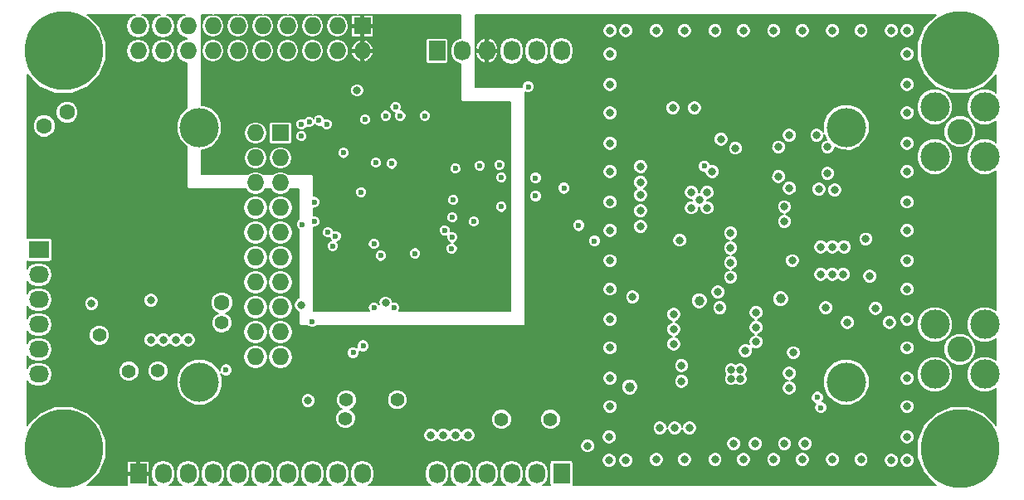
<source format=gbr>
G04 #@! TF.FileFunction,Copper,L2,Inr,Signal*
%FSLAX46Y46*%
G04 Gerber Fmt 4.6, Leading zero omitted, Abs format (unit mm)*
G04 Created by KiCad (PCBNEW 201611221049+7374~55~ubuntu16.04.1-product) date Sun Nov 27 19:54:39 2016*
%MOMM*%
%LPD*%
G01*
G04 APERTURE LIST*
%ADD10C,0.100000*%
%ADD11R,2.032000X1.727200*%
%ADD12O,2.032000X1.727200*%
%ADD13R,1.727200X2.032000*%
%ADD14O,1.727200X2.032000*%
%ADD15C,2.600000*%
%ADD16C,3.000000*%
%ADD17R,1.727200X1.727200*%
%ADD18O,1.727200X1.727200*%
%ADD19C,4.000000*%
%ADD20C,8.000000*%
%ADD21C,1.400000*%
%ADD22C,0.800000*%
%ADD23C,1.600000*%
%ADD24C,0.600000*%
%ADD25C,1.000000*%
%ADD26C,0.200000*%
G04 APERTURE END LIST*
D10*
D11*
X38100000Y-127000000D03*
D12*
X38100000Y-129540000D03*
X38100000Y-132080000D03*
X38100000Y-134620000D03*
X38100000Y-137160000D03*
X38100000Y-139700000D03*
D13*
X48260000Y-149860000D03*
D14*
X50800000Y-149860000D03*
X53340000Y-149860000D03*
X55880000Y-149860000D03*
X58420000Y-149860000D03*
X60960000Y-149860000D03*
X63500000Y-149860000D03*
X66040000Y-149860000D03*
X68580000Y-149860000D03*
X71120000Y-149860000D03*
D13*
X91440000Y-149860000D03*
D14*
X88900000Y-149860000D03*
X86360000Y-149860000D03*
X83820000Y-149860000D03*
X81280000Y-149860000D03*
X78740000Y-149860000D03*
D13*
X78740000Y-106680000D03*
D14*
X81280000Y-106680000D03*
X83820000Y-106680000D03*
X86360000Y-106680000D03*
X88900000Y-106680000D03*
X91440000Y-106680000D03*
D15*
X132080000Y-137160000D03*
D16*
X134620000Y-139700000D03*
X134620000Y-134620000D03*
X129540000Y-134620000D03*
X129540000Y-139700000D03*
D15*
X132080000Y-114935000D03*
D16*
X129540000Y-117475000D03*
X134620000Y-117475000D03*
X134620000Y-112395000D03*
X129540000Y-112395000D03*
D17*
X62770000Y-115070000D03*
D18*
X60230000Y-115070000D03*
X62770000Y-117610000D03*
X60230000Y-117610000D03*
X62770000Y-120150000D03*
X60230000Y-120150000D03*
X62770000Y-122690000D03*
X60230000Y-122690000D03*
X62770000Y-125230000D03*
X60230000Y-125230000D03*
X62770000Y-127770000D03*
X60230000Y-127770000D03*
X62770000Y-130310000D03*
X60230000Y-130310000D03*
X62770000Y-132850000D03*
X60230000Y-132850000D03*
X62770000Y-135390000D03*
X60230000Y-135390000D03*
X62770000Y-137930000D03*
X60230000Y-137930000D03*
D17*
X71120000Y-104140000D03*
D18*
X71120000Y-106680000D03*
X68580000Y-104140000D03*
X68580000Y-106680000D03*
X66040000Y-104140000D03*
X66040000Y-106680000D03*
X63500000Y-104140000D03*
X63500000Y-106680000D03*
X60960000Y-104140000D03*
X60960000Y-106680000D03*
X58420000Y-104140000D03*
X58420000Y-106680000D03*
X55880000Y-104140000D03*
X55880000Y-106680000D03*
X53340000Y-104140000D03*
X53340000Y-106680000D03*
X50800000Y-104140000D03*
X50800000Y-106680000D03*
X48260000Y-104140000D03*
X48260000Y-106680000D03*
D19*
X120500000Y-140500000D03*
X54500000Y-114500000D03*
X120500000Y-114500000D03*
X54500000Y-140500000D03*
D20*
X40640000Y-147320000D03*
X132080000Y-147320000D03*
X132080000Y-106680000D03*
X40640000Y-106680000D03*
D21*
X47300000Y-139400000D03*
X50250000Y-139350000D03*
X56800000Y-134450000D03*
D22*
X53350000Y-136175000D03*
X52100000Y-136175000D03*
X50825000Y-136175000D03*
X49550000Y-136175000D03*
X49550000Y-132150000D03*
D23*
X38650000Y-114350000D03*
X41000000Y-112950000D03*
D22*
X123500000Y-132950000D03*
D24*
X117550000Y-142050000D03*
D22*
X99500000Y-121400000D03*
X99500000Y-124600000D03*
X99500000Y-120100000D03*
X103700000Y-140400000D03*
X73500000Y-132400000D03*
X65600000Y-142400000D03*
X64900000Y-132600000D03*
D24*
X66000000Y-134300000D03*
X85300000Y-122600000D03*
X85300000Y-119600000D03*
X66200000Y-124100000D03*
X66200000Y-122100000D03*
X65000000Y-124400000D03*
X64900000Y-115400000D03*
X69200000Y-117100000D03*
X77500000Y-113300000D03*
X73500000Y-113300000D03*
X75000000Y-113300000D03*
X80600000Y-118700000D03*
X73000000Y-127600000D03*
X72500000Y-118100000D03*
X71000000Y-121100000D03*
D21*
X90300000Y-144300000D03*
X85300000Y-144300000D03*
X69500000Y-142300000D03*
X74700000Y-142300000D03*
D22*
X78100000Y-145900000D03*
X79400000Y-145900000D03*
X80600000Y-145900000D03*
X81900000Y-145900000D03*
X126700000Y-107000000D03*
X126700000Y-104600000D03*
X125100000Y-104600000D03*
X122000000Y-104600000D03*
X119100000Y-104600000D03*
X116000000Y-104600000D03*
X113100000Y-104600000D03*
X110000000Y-104600000D03*
X107100000Y-104600000D03*
X104000000Y-104600000D03*
X101100000Y-104600000D03*
X98000000Y-104600000D03*
X96400000Y-104600000D03*
X96400000Y-107000000D03*
X96400000Y-110100000D03*
X96400000Y-113000000D03*
X96400000Y-116100000D03*
X96400000Y-119000000D03*
X96400000Y-122100000D03*
X96400000Y-125000000D03*
X96400000Y-128100000D03*
X96400000Y-131000000D03*
X96400000Y-137000000D03*
X96400000Y-134100000D03*
X96400000Y-140100000D03*
X96400000Y-143000000D03*
X96300000Y-146100000D03*
X96300000Y-148500000D03*
X98000000Y-148500000D03*
X101100000Y-148400000D03*
X104000000Y-148400000D03*
X107100000Y-148400000D03*
X110000000Y-148400000D03*
X113100000Y-148400000D03*
X116000000Y-148400000D03*
X119100000Y-148400000D03*
X122000000Y-148400000D03*
X125100000Y-148500000D03*
X126700000Y-148500000D03*
X126700000Y-146100000D03*
X126700000Y-143000000D03*
X126700000Y-140100000D03*
X126700000Y-137000000D03*
X126700000Y-134100000D03*
X126700000Y-131000000D03*
X126700000Y-128100000D03*
X126700000Y-125000000D03*
X126700000Y-122100000D03*
X126700000Y-119000000D03*
X126700000Y-116100000D03*
X126700000Y-113000000D03*
X126700000Y-110100000D03*
X99500000Y-118500000D03*
X99500000Y-123000000D03*
X102800000Y-112500000D03*
X105000000Y-112500000D03*
X98700000Y-131800000D03*
X107700000Y-115700000D03*
X105500000Y-121900000D03*
X104700000Y-121100000D03*
X106300000Y-121100000D03*
X106300000Y-122700000D03*
X104700000Y-122700000D03*
X107600000Y-132900000D03*
X107400000Y-131300000D03*
X109200000Y-116600000D03*
X114200000Y-124100000D03*
X114200000Y-122600000D03*
X103500000Y-126000000D03*
X108700000Y-129800000D03*
X108700000Y-128300000D03*
X108700000Y-126800000D03*
X108700000Y-125300000D03*
X94100000Y-147000000D03*
X102900000Y-133600000D03*
X102900000Y-135100000D03*
X102900000Y-136600000D03*
X111300000Y-136400000D03*
X111300000Y-134900000D03*
X111300000Y-133400000D03*
X110200000Y-137300000D03*
X108782500Y-140137500D03*
X108782500Y-139262500D03*
X109657500Y-140137500D03*
X109657500Y-139262500D03*
X114700000Y-139600000D03*
X114700000Y-141100000D03*
X103700000Y-138800000D03*
X101500000Y-145200000D03*
X103000000Y-145200000D03*
X104500000Y-145200000D03*
X109000000Y-146800000D03*
X111200000Y-146800000D03*
X114200000Y-146800000D03*
X116300000Y-146800000D03*
X118400000Y-132900000D03*
X122500000Y-125900000D03*
X120200000Y-129500000D03*
X120300000Y-126700000D03*
X117900000Y-129500000D03*
X117900000Y-126700000D03*
X119100000Y-129500000D03*
X119100000Y-126700000D03*
X115000000Y-128100000D03*
X113600000Y-116500000D03*
X114700000Y-115300000D03*
X117500000Y-115300000D03*
X118600000Y-116500000D03*
X113600000Y-119500000D03*
X114700000Y-120700000D03*
X118600000Y-119200000D03*
X117700000Y-120800000D03*
X119300000Y-120900000D03*
X115100000Y-137500000D03*
X124900000Y-134400000D03*
X120600000Y-134400000D03*
D23*
X49800000Y-109950000D03*
D22*
X65600000Y-139100000D03*
D24*
X65300000Y-138000000D03*
D22*
X69200000Y-135900000D03*
X100000000Y-110000000D03*
X111800000Y-128700000D03*
X100200000Y-131800000D03*
X121500000Y-129700000D03*
X43500000Y-132500000D03*
X70600000Y-110700000D03*
D23*
X56800000Y-132400000D03*
D21*
X69400000Y-144200000D03*
X44300000Y-135700000D03*
D25*
X113800000Y-132000000D03*
X98400000Y-141000000D03*
X105500000Y-132200000D03*
D22*
X72700000Y-130100000D03*
D24*
X56500000Y-109900000D03*
X61000000Y-109900000D03*
X64000000Y-109900000D03*
X69000000Y-109900000D03*
X71900000Y-109900000D03*
X80500000Y-119600000D03*
X75000000Y-118200000D03*
X72000000Y-116200000D03*
X71000000Y-122100000D03*
D22*
X69200000Y-131700000D03*
D24*
X117900000Y-143100000D03*
X106000000Y-118450000D03*
D22*
X106800000Y-119000000D03*
X122900000Y-129700000D03*
D24*
X57200000Y-139250000D03*
X80300000Y-125700000D03*
X88050000Y-110350000D03*
X74500000Y-112400000D03*
X74150000Y-118200000D03*
X94800000Y-126100000D03*
X93200000Y-124500000D03*
X88800000Y-121500000D03*
X88800000Y-119650000D03*
X80400000Y-121900000D03*
X83100000Y-118400000D03*
X91700000Y-120700000D03*
X82500000Y-124100000D03*
X80300000Y-123700000D03*
X85100000Y-118300000D03*
X72300000Y-126400000D03*
X80250000Y-126850000D03*
X71400000Y-113700000D03*
X79500000Y-125000000D03*
X71200000Y-136800000D03*
X76500000Y-127350000D03*
X64900000Y-114150000D03*
X70200000Y-137500000D03*
X74400000Y-132900000D03*
X72300000Y-132900000D03*
X65700000Y-113950000D03*
X68100000Y-126600000D03*
X67500000Y-114150000D03*
X68400000Y-125600000D03*
X67600000Y-125200000D03*
X66700000Y-113800000D03*
D26*
G36*
X47795575Y-102995004D02*
X47401855Y-103258079D01*
X47138780Y-103651799D01*
X47046400Y-104116224D01*
X47046400Y-104163776D01*
X47138780Y-104628201D01*
X47401855Y-105021921D01*
X47795575Y-105284996D01*
X48260000Y-105377376D01*
X48724425Y-105284996D01*
X49118145Y-105021921D01*
X49381220Y-104628201D01*
X49473600Y-104163776D01*
X49473600Y-104116224D01*
X49381220Y-103651799D01*
X49118145Y-103258079D01*
X48724425Y-102995004D01*
X48598722Y-102970000D01*
X50461278Y-102970000D01*
X50335575Y-102995004D01*
X49941855Y-103258079D01*
X49678780Y-103651799D01*
X49586400Y-104116224D01*
X49586400Y-104163776D01*
X49678780Y-104628201D01*
X49941855Y-105021921D01*
X50335575Y-105284996D01*
X50800000Y-105377376D01*
X51264425Y-105284996D01*
X51658145Y-105021921D01*
X51921220Y-104628201D01*
X52013600Y-104163776D01*
X52013600Y-104116224D01*
X51921220Y-103651799D01*
X51658145Y-103258079D01*
X51264425Y-102995004D01*
X51138722Y-102970000D01*
X53001278Y-102970000D01*
X52875575Y-102995004D01*
X52481855Y-103258079D01*
X52218780Y-103651799D01*
X52126400Y-104116224D01*
X52126400Y-104163776D01*
X52218780Y-104628201D01*
X52481855Y-105021921D01*
X52875575Y-105284996D01*
X53240000Y-105357485D01*
X53240000Y-105462515D01*
X52875575Y-105535004D01*
X52481855Y-105798079D01*
X52218780Y-106191799D01*
X52126400Y-106656224D01*
X52126400Y-106703776D01*
X52218780Y-107168201D01*
X52481855Y-107561921D01*
X52875575Y-107824996D01*
X53240000Y-107897485D01*
X53240000Y-112477918D01*
X53170571Y-112506605D01*
X52508929Y-113167094D01*
X52150409Y-114030505D01*
X52149593Y-114965393D01*
X52506605Y-115829429D01*
X53167094Y-116491071D01*
X53240000Y-116521344D01*
X53240000Y-120650000D01*
X53247612Y-120688268D01*
X53269289Y-120720711D01*
X53301732Y-120742388D01*
X53340000Y-120750000D01*
X59175592Y-120750000D01*
X59348079Y-121008145D01*
X59741799Y-121271220D01*
X60206224Y-121363600D01*
X60253776Y-121363600D01*
X60718201Y-121271220D01*
X61111921Y-121008145D01*
X61284408Y-120750000D01*
X61715592Y-120750000D01*
X61888079Y-121008145D01*
X62281799Y-121271220D01*
X62746224Y-121363600D01*
X62793776Y-121363600D01*
X63258201Y-121271220D01*
X63651921Y-121008145D01*
X63824408Y-120750000D01*
X64670000Y-120750000D01*
X64670000Y-123833053D01*
X64632286Y-123848636D01*
X64449278Y-124031324D01*
X64350113Y-124270140D01*
X64349888Y-124528726D01*
X64448636Y-124767714D01*
X64631324Y-124950722D01*
X64670000Y-124966782D01*
X64670000Y-131883533D01*
X64475714Y-131963811D01*
X64264552Y-132174605D01*
X64150131Y-132450161D01*
X64149870Y-132748530D01*
X64263811Y-133024286D01*
X64474605Y-133235448D01*
X64670000Y-133316583D01*
X64670000Y-134620000D01*
X64677612Y-134658268D01*
X64699289Y-134690711D01*
X64731732Y-134712388D01*
X64770000Y-134720000D01*
X65500831Y-134720000D01*
X65631324Y-134850722D01*
X65870140Y-134949887D01*
X66128726Y-134950112D01*
X66367714Y-134851364D01*
X66499308Y-134720000D01*
X87630000Y-134720000D01*
X87668268Y-134712388D01*
X87700711Y-134690711D01*
X87722388Y-134658268D01*
X87730000Y-134620000D01*
X87730000Y-134248530D01*
X95649870Y-134248530D01*
X95763811Y-134524286D01*
X95974605Y-134735448D01*
X96250161Y-134849869D01*
X96548530Y-134850130D01*
X96824286Y-134736189D01*
X97035448Y-134525395D01*
X97149869Y-134249839D01*
X97150130Y-133951470D01*
X97066277Y-133748530D01*
X102149870Y-133748530D01*
X102263811Y-134024286D01*
X102474605Y-134235448D01*
X102750161Y-134349869D01*
X102751470Y-134349870D01*
X102475714Y-134463811D01*
X102264552Y-134674605D01*
X102150131Y-134950161D01*
X102149870Y-135248530D01*
X102263811Y-135524286D01*
X102474605Y-135735448D01*
X102750161Y-135849869D01*
X102751470Y-135849870D01*
X102475714Y-135963811D01*
X102264552Y-136174605D01*
X102150131Y-136450161D01*
X102149870Y-136748530D01*
X102263811Y-137024286D01*
X102474605Y-137235448D01*
X102750161Y-137349869D01*
X103048530Y-137350130D01*
X103324286Y-137236189D01*
X103535448Y-137025395D01*
X103649869Y-136749839D01*
X103650130Y-136451470D01*
X103536189Y-136175714D01*
X103325395Y-135964552D01*
X103049839Y-135850131D01*
X103048530Y-135850130D01*
X103324286Y-135736189D01*
X103535448Y-135525395D01*
X103649869Y-135249839D01*
X103650130Y-134951470D01*
X103536189Y-134675714D01*
X103325395Y-134464552D01*
X103049839Y-134350131D01*
X103048530Y-134350130D01*
X103324286Y-134236189D01*
X103535448Y-134025395D01*
X103649869Y-133749839D01*
X103650130Y-133451470D01*
X103536189Y-133175714D01*
X103325395Y-132964552D01*
X103049839Y-132850131D01*
X102751470Y-132849870D01*
X102475714Y-132963811D01*
X102264552Y-133174605D01*
X102150131Y-133450161D01*
X102149870Y-133748530D01*
X97066277Y-133748530D01*
X97036189Y-133675714D01*
X96825395Y-133464552D01*
X96549839Y-133350131D01*
X96251470Y-133349870D01*
X95975714Y-133463811D01*
X95764552Y-133674605D01*
X95650131Y-133950161D01*
X95649870Y-134248530D01*
X87730000Y-134248530D01*
X87730000Y-131948530D01*
X97949870Y-131948530D01*
X98063811Y-132224286D01*
X98274605Y-132435448D01*
X98550161Y-132549869D01*
X98848530Y-132550130D01*
X99124286Y-132436189D01*
X99192259Y-132368334D01*
X104649853Y-132368334D01*
X104778985Y-132680857D01*
X105017885Y-132920174D01*
X105330183Y-133049852D01*
X105668334Y-133050147D01*
X105672247Y-133048530D01*
X106849870Y-133048530D01*
X106963811Y-133324286D01*
X107174605Y-133535448D01*
X107450161Y-133649869D01*
X107748530Y-133650130D01*
X108024286Y-133536189D01*
X108235448Y-133325395D01*
X108349869Y-133049839D01*
X108350130Y-132751470D01*
X108236189Y-132475714D01*
X108025395Y-132264552D01*
X107793677Y-132168334D01*
X112949853Y-132168334D01*
X113078985Y-132480857D01*
X113317885Y-132720174D01*
X113630183Y-132849852D01*
X113968334Y-132850147D01*
X114280857Y-132721015D01*
X114520174Y-132482115D01*
X114649852Y-132169817D01*
X114650147Y-131831666D01*
X114521015Y-131519143D01*
X114282115Y-131279826D01*
X113969817Y-131150148D01*
X113631666Y-131149853D01*
X113319143Y-131278985D01*
X113079826Y-131517885D01*
X112950148Y-131830183D01*
X112949853Y-132168334D01*
X107793677Y-132168334D01*
X107749839Y-132150131D01*
X107451470Y-132149870D01*
X107175714Y-132263811D01*
X106964552Y-132474605D01*
X106850131Y-132750161D01*
X106849870Y-133048530D01*
X105672247Y-133048530D01*
X105980857Y-132921015D01*
X106220174Y-132682115D01*
X106349852Y-132369817D01*
X106350147Y-132031666D01*
X106221015Y-131719143D01*
X105982115Y-131479826D01*
X105906747Y-131448530D01*
X106649870Y-131448530D01*
X106763811Y-131724286D01*
X106974605Y-131935448D01*
X107250161Y-132049869D01*
X107548530Y-132050130D01*
X107824286Y-131936189D01*
X108035448Y-131725395D01*
X108149869Y-131449839D01*
X108150130Y-131151470D01*
X108148916Y-131148530D01*
X125949870Y-131148530D01*
X126063811Y-131424286D01*
X126274605Y-131635448D01*
X126550161Y-131749869D01*
X126848530Y-131750130D01*
X127124286Y-131636189D01*
X127335448Y-131425395D01*
X127449869Y-131149839D01*
X127450130Y-130851470D01*
X127336189Y-130575714D01*
X127125395Y-130364552D01*
X126849839Y-130250131D01*
X126551470Y-130249870D01*
X126275714Y-130363811D01*
X126064552Y-130574605D01*
X125950131Y-130850161D01*
X125949870Y-131148530D01*
X108148916Y-131148530D01*
X108036189Y-130875714D01*
X107825395Y-130664552D01*
X107549839Y-130550131D01*
X107251470Y-130549870D01*
X106975714Y-130663811D01*
X106764552Y-130874605D01*
X106650131Y-131150161D01*
X106649870Y-131448530D01*
X105906747Y-131448530D01*
X105669817Y-131350148D01*
X105331666Y-131349853D01*
X105019143Y-131478985D01*
X104779826Y-131717885D01*
X104650148Y-132030183D01*
X104649853Y-132368334D01*
X99192259Y-132368334D01*
X99335448Y-132225395D01*
X99449869Y-131949839D01*
X99450130Y-131651470D01*
X99336189Y-131375714D01*
X99125395Y-131164552D01*
X98849839Y-131050131D01*
X98551470Y-131049870D01*
X98275714Y-131163811D01*
X98064552Y-131374605D01*
X97950131Y-131650161D01*
X97949870Y-131948530D01*
X87730000Y-131948530D01*
X87730000Y-131148530D01*
X95649870Y-131148530D01*
X95763811Y-131424286D01*
X95974605Y-131635448D01*
X96250161Y-131749869D01*
X96548530Y-131750130D01*
X96824286Y-131636189D01*
X97035448Y-131425395D01*
X97149869Y-131149839D01*
X97150130Y-130851470D01*
X97036189Y-130575714D01*
X96825395Y-130364552D01*
X96549839Y-130250131D01*
X96251470Y-130249870D01*
X95975714Y-130363811D01*
X95764552Y-130574605D01*
X95650131Y-130850161D01*
X95649870Y-131148530D01*
X87730000Y-131148530D01*
X87730000Y-128248530D01*
X95649870Y-128248530D01*
X95763811Y-128524286D01*
X95974605Y-128735448D01*
X96250161Y-128849869D01*
X96548530Y-128850130D01*
X96824286Y-128736189D01*
X97035448Y-128525395D01*
X97149869Y-128249839D01*
X97150130Y-127951470D01*
X97036189Y-127675714D01*
X96825395Y-127464552D01*
X96549839Y-127350131D01*
X96251470Y-127349870D01*
X95975714Y-127463811D01*
X95764552Y-127674605D01*
X95650131Y-127950161D01*
X95649870Y-128248530D01*
X87730000Y-128248530D01*
X87730000Y-126228726D01*
X94149888Y-126228726D01*
X94248636Y-126467714D01*
X94431324Y-126650722D01*
X94670140Y-126749887D01*
X94928726Y-126750112D01*
X95167714Y-126651364D01*
X95350722Y-126468676D01*
X95449887Y-126229860D01*
X95449957Y-126148530D01*
X102749870Y-126148530D01*
X102863811Y-126424286D01*
X103074605Y-126635448D01*
X103350161Y-126749869D01*
X103648530Y-126750130D01*
X103924286Y-126636189D01*
X104135448Y-126425395D01*
X104249869Y-126149839D01*
X104250130Y-125851470D01*
X104136189Y-125575714D01*
X104009227Y-125448530D01*
X107949870Y-125448530D01*
X108063811Y-125724286D01*
X108274605Y-125935448D01*
X108550161Y-126049869D01*
X108551470Y-126049870D01*
X108275714Y-126163811D01*
X108064552Y-126374605D01*
X107950131Y-126650161D01*
X107949870Y-126948530D01*
X108063811Y-127224286D01*
X108274605Y-127435448D01*
X108550161Y-127549869D01*
X108551470Y-127549870D01*
X108275714Y-127663811D01*
X108064552Y-127874605D01*
X107950131Y-128150161D01*
X107949870Y-128448530D01*
X108063811Y-128724286D01*
X108274605Y-128935448D01*
X108550161Y-129049869D01*
X108551470Y-129049870D01*
X108275714Y-129163811D01*
X108064552Y-129374605D01*
X107950131Y-129650161D01*
X107949870Y-129948530D01*
X108063811Y-130224286D01*
X108274605Y-130435448D01*
X108550161Y-130549869D01*
X108848530Y-130550130D01*
X109124286Y-130436189D01*
X109335448Y-130225395D01*
X109449869Y-129949839D01*
X109450130Y-129651470D01*
X109448916Y-129648530D01*
X117149870Y-129648530D01*
X117263811Y-129924286D01*
X117474605Y-130135448D01*
X117750161Y-130249869D01*
X118048530Y-130250130D01*
X118324286Y-130136189D01*
X118500122Y-129960660D01*
X118674605Y-130135448D01*
X118950161Y-130249869D01*
X119248530Y-130250130D01*
X119524286Y-130136189D01*
X119650034Y-130010660D01*
X119774605Y-130135448D01*
X120050161Y-130249869D01*
X120348530Y-130250130D01*
X120624286Y-130136189D01*
X120835448Y-129925395D01*
X120867365Y-129848530D01*
X122149870Y-129848530D01*
X122263811Y-130124286D01*
X122474605Y-130335448D01*
X122750161Y-130449869D01*
X123048530Y-130450130D01*
X123324286Y-130336189D01*
X123535448Y-130125395D01*
X123649869Y-129849839D01*
X123650130Y-129551470D01*
X123536189Y-129275714D01*
X123325395Y-129064552D01*
X123049839Y-128950131D01*
X122751470Y-128949870D01*
X122475714Y-129063811D01*
X122264552Y-129274605D01*
X122150131Y-129550161D01*
X122149870Y-129848530D01*
X120867365Y-129848530D01*
X120949869Y-129649839D01*
X120950130Y-129351470D01*
X120836189Y-129075714D01*
X120625395Y-128864552D01*
X120349839Y-128750131D01*
X120051470Y-128749870D01*
X119775714Y-128863811D01*
X119649966Y-128989340D01*
X119525395Y-128864552D01*
X119249839Y-128750131D01*
X118951470Y-128749870D01*
X118675714Y-128863811D01*
X118499878Y-129039340D01*
X118325395Y-128864552D01*
X118049839Y-128750131D01*
X117751470Y-128749870D01*
X117475714Y-128863811D01*
X117264552Y-129074605D01*
X117150131Y-129350161D01*
X117149870Y-129648530D01*
X109448916Y-129648530D01*
X109336189Y-129375714D01*
X109125395Y-129164552D01*
X108849839Y-129050131D01*
X108848530Y-129050130D01*
X109124286Y-128936189D01*
X109335448Y-128725395D01*
X109449869Y-128449839D01*
X109450045Y-128248530D01*
X114249870Y-128248530D01*
X114363811Y-128524286D01*
X114574605Y-128735448D01*
X114850161Y-128849869D01*
X115148530Y-128850130D01*
X115424286Y-128736189D01*
X115635448Y-128525395D01*
X115749869Y-128249839D01*
X115749870Y-128248530D01*
X125949870Y-128248530D01*
X126063811Y-128524286D01*
X126274605Y-128735448D01*
X126550161Y-128849869D01*
X126848530Y-128850130D01*
X127124286Y-128736189D01*
X127335448Y-128525395D01*
X127449869Y-128249839D01*
X127450130Y-127951470D01*
X127336189Y-127675714D01*
X127125395Y-127464552D01*
X126849839Y-127350131D01*
X126551470Y-127349870D01*
X126275714Y-127463811D01*
X126064552Y-127674605D01*
X125950131Y-127950161D01*
X125949870Y-128248530D01*
X115749870Y-128248530D01*
X115750130Y-127951470D01*
X115636189Y-127675714D01*
X115425395Y-127464552D01*
X115149839Y-127350131D01*
X114851470Y-127349870D01*
X114575714Y-127463811D01*
X114364552Y-127674605D01*
X114250131Y-127950161D01*
X114249870Y-128248530D01*
X109450045Y-128248530D01*
X109450130Y-128151470D01*
X109336189Y-127875714D01*
X109125395Y-127664552D01*
X108849839Y-127550131D01*
X108848530Y-127550130D01*
X109124286Y-127436189D01*
X109335448Y-127225395D01*
X109449869Y-126949839D01*
X109449957Y-126848530D01*
X117149870Y-126848530D01*
X117263811Y-127124286D01*
X117474605Y-127335448D01*
X117750161Y-127449869D01*
X118048530Y-127450130D01*
X118324286Y-127336189D01*
X118500122Y-127160660D01*
X118674605Y-127335448D01*
X118950161Y-127449869D01*
X119248530Y-127450130D01*
X119524286Y-127336189D01*
X119700122Y-127160660D01*
X119874605Y-127335448D01*
X120150161Y-127449869D01*
X120448530Y-127450130D01*
X120724286Y-127336189D01*
X120935448Y-127125395D01*
X121049869Y-126849839D01*
X121050130Y-126551470D01*
X120936189Y-126275714D01*
X120725395Y-126064552D01*
X120686810Y-126048530D01*
X121749870Y-126048530D01*
X121863811Y-126324286D01*
X122074605Y-126535448D01*
X122350161Y-126649869D01*
X122648530Y-126650130D01*
X122924286Y-126536189D01*
X123135448Y-126325395D01*
X123249869Y-126049839D01*
X123250130Y-125751470D01*
X123136189Y-125475714D01*
X122925395Y-125264552D01*
X122649839Y-125150131D01*
X122351470Y-125149870D01*
X122075714Y-125263811D01*
X121864552Y-125474605D01*
X121750131Y-125750161D01*
X121749870Y-126048530D01*
X120686810Y-126048530D01*
X120449839Y-125950131D01*
X120151470Y-125949870D01*
X119875714Y-126063811D01*
X119699878Y-126239340D01*
X119525395Y-126064552D01*
X119249839Y-125950131D01*
X118951470Y-125949870D01*
X118675714Y-126063811D01*
X118499878Y-126239340D01*
X118325395Y-126064552D01*
X118049839Y-125950131D01*
X117751470Y-125949870D01*
X117475714Y-126063811D01*
X117264552Y-126274605D01*
X117150131Y-126550161D01*
X117149870Y-126848530D01*
X109449957Y-126848530D01*
X109450130Y-126651470D01*
X109336189Y-126375714D01*
X109125395Y-126164552D01*
X108849839Y-126050131D01*
X108848530Y-126050130D01*
X109124286Y-125936189D01*
X109335448Y-125725395D01*
X109449869Y-125449839D01*
X109450130Y-125151470D01*
X109448916Y-125148530D01*
X125949870Y-125148530D01*
X126063811Y-125424286D01*
X126274605Y-125635448D01*
X126550161Y-125749869D01*
X126848530Y-125750130D01*
X127124286Y-125636189D01*
X127335448Y-125425395D01*
X127449869Y-125149839D01*
X127450130Y-124851470D01*
X127336189Y-124575714D01*
X127125395Y-124364552D01*
X126849839Y-124250131D01*
X126551470Y-124249870D01*
X126275714Y-124363811D01*
X126064552Y-124574605D01*
X125950131Y-124850161D01*
X125949870Y-125148530D01*
X109448916Y-125148530D01*
X109336189Y-124875714D01*
X109125395Y-124664552D01*
X108849839Y-124550131D01*
X108551470Y-124549870D01*
X108275714Y-124663811D01*
X108064552Y-124874605D01*
X107950131Y-125150161D01*
X107949870Y-125448530D01*
X104009227Y-125448530D01*
X103925395Y-125364552D01*
X103649839Y-125250131D01*
X103351470Y-125249870D01*
X103075714Y-125363811D01*
X102864552Y-125574605D01*
X102750131Y-125850161D01*
X102749870Y-126148530D01*
X95449957Y-126148530D01*
X95450112Y-125971274D01*
X95351364Y-125732286D01*
X95168676Y-125549278D01*
X94929860Y-125450113D01*
X94671274Y-125449888D01*
X94432286Y-125548636D01*
X94249278Y-125731324D01*
X94150113Y-125970140D01*
X94149888Y-126228726D01*
X87730000Y-126228726D01*
X87730000Y-124628726D01*
X92549888Y-124628726D01*
X92648636Y-124867714D01*
X92831324Y-125050722D01*
X93070140Y-125149887D01*
X93328726Y-125150112D01*
X93332554Y-125148530D01*
X95649870Y-125148530D01*
X95763811Y-125424286D01*
X95974605Y-125635448D01*
X96250161Y-125749869D01*
X96548530Y-125750130D01*
X96824286Y-125636189D01*
X97035448Y-125425395D01*
X97149869Y-125149839D01*
X97150130Y-124851470D01*
X97107596Y-124748530D01*
X98749870Y-124748530D01*
X98863811Y-125024286D01*
X99074605Y-125235448D01*
X99350161Y-125349869D01*
X99648530Y-125350130D01*
X99924286Y-125236189D01*
X100135448Y-125025395D01*
X100249869Y-124749839D01*
X100250130Y-124451470D01*
X100136189Y-124175714D01*
X99925395Y-123964552D01*
X99649839Y-123850131D01*
X99351470Y-123849870D01*
X99075714Y-123963811D01*
X98864552Y-124174605D01*
X98750131Y-124450161D01*
X98749870Y-124748530D01*
X97107596Y-124748530D01*
X97036189Y-124575714D01*
X96825395Y-124364552D01*
X96549839Y-124250131D01*
X96251470Y-124249870D01*
X95975714Y-124363811D01*
X95764552Y-124574605D01*
X95650131Y-124850161D01*
X95649870Y-125148530D01*
X93332554Y-125148530D01*
X93567714Y-125051364D01*
X93750722Y-124868676D01*
X93849887Y-124629860D01*
X93850112Y-124371274D01*
X93751364Y-124132286D01*
X93568676Y-123949278D01*
X93329860Y-123850113D01*
X93071274Y-123849888D01*
X92832286Y-123948636D01*
X92649278Y-124131324D01*
X92550113Y-124370140D01*
X92549888Y-124628726D01*
X87730000Y-124628726D01*
X87730000Y-123148530D01*
X98749870Y-123148530D01*
X98863811Y-123424286D01*
X99074605Y-123635448D01*
X99350161Y-123749869D01*
X99648530Y-123750130D01*
X99924286Y-123636189D01*
X100135448Y-123425395D01*
X100249869Y-123149839D01*
X100250130Y-122851470D01*
X100136189Y-122575714D01*
X99925395Y-122364552D01*
X99649839Y-122250131D01*
X99351470Y-122249870D01*
X99075714Y-122363811D01*
X98864552Y-122574605D01*
X98750131Y-122850161D01*
X98749870Y-123148530D01*
X87730000Y-123148530D01*
X87730000Y-122248530D01*
X95649870Y-122248530D01*
X95763811Y-122524286D01*
X95974605Y-122735448D01*
X96250161Y-122849869D01*
X96548530Y-122850130D01*
X96824286Y-122736189D01*
X97035448Y-122525395D01*
X97149869Y-122249839D01*
X97150130Y-121951470D01*
X97036189Y-121675714D01*
X96825395Y-121464552D01*
X96549839Y-121350131D01*
X96251470Y-121349870D01*
X95975714Y-121463811D01*
X95764552Y-121674605D01*
X95650131Y-121950161D01*
X95649870Y-122248530D01*
X87730000Y-122248530D01*
X87730000Y-121628726D01*
X88149888Y-121628726D01*
X88248636Y-121867714D01*
X88431324Y-122050722D01*
X88670140Y-122149887D01*
X88928726Y-122150112D01*
X89167714Y-122051364D01*
X89350722Y-121868676D01*
X89449887Y-121629860D01*
X89450112Y-121371274D01*
X89351364Y-121132286D01*
X89168676Y-120949278D01*
X88929860Y-120850113D01*
X88671274Y-120849888D01*
X88432286Y-120948636D01*
X88249278Y-121131324D01*
X88150113Y-121370140D01*
X88149888Y-121628726D01*
X87730000Y-121628726D01*
X87730000Y-120828726D01*
X91049888Y-120828726D01*
X91148636Y-121067714D01*
X91331324Y-121250722D01*
X91570140Y-121349887D01*
X91828726Y-121350112D01*
X92067714Y-121251364D01*
X92250722Y-121068676D01*
X92349887Y-120829860D01*
X92350112Y-120571274D01*
X92251364Y-120332286D01*
X92167755Y-120248530D01*
X98749870Y-120248530D01*
X98863811Y-120524286D01*
X99074605Y-120735448D01*
X99109395Y-120749894D01*
X99075714Y-120763811D01*
X98864552Y-120974605D01*
X98750131Y-121250161D01*
X98749870Y-121548530D01*
X98863811Y-121824286D01*
X99074605Y-122035448D01*
X99350161Y-122149869D01*
X99648530Y-122150130D01*
X99924286Y-122036189D01*
X100135448Y-121825395D01*
X100249869Y-121549839D01*
X100250130Y-121251470D01*
X100248916Y-121248530D01*
X103949870Y-121248530D01*
X104063811Y-121524286D01*
X104274605Y-121735448D01*
X104550161Y-121849869D01*
X104750044Y-121850044D01*
X104749956Y-121950044D01*
X104551470Y-121949870D01*
X104275714Y-122063811D01*
X104064552Y-122274605D01*
X103950131Y-122550161D01*
X103949870Y-122848530D01*
X104063811Y-123124286D01*
X104274605Y-123335448D01*
X104550161Y-123449869D01*
X104848530Y-123450130D01*
X105124286Y-123336189D01*
X105335448Y-123125395D01*
X105449869Y-122849839D01*
X105450044Y-122649956D01*
X105550044Y-122650044D01*
X105549870Y-122848530D01*
X105663811Y-123124286D01*
X105874605Y-123335448D01*
X106150161Y-123449869D01*
X106448530Y-123450130D01*
X106724286Y-123336189D01*
X106935448Y-123125395D01*
X107049869Y-122849839D01*
X107049957Y-122748530D01*
X113449870Y-122748530D01*
X113563811Y-123024286D01*
X113774605Y-123235448D01*
X114050161Y-123349869D01*
X114051470Y-123349870D01*
X113775714Y-123463811D01*
X113564552Y-123674605D01*
X113450131Y-123950161D01*
X113449870Y-124248530D01*
X113563811Y-124524286D01*
X113774605Y-124735448D01*
X114050161Y-124849869D01*
X114348530Y-124850130D01*
X114624286Y-124736189D01*
X114835448Y-124525395D01*
X114949869Y-124249839D01*
X114950130Y-123951470D01*
X114836189Y-123675714D01*
X114625395Y-123464552D01*
X114349839Y-123350131D01*
X114348530Y-123350130D01*
X114624286Y-123236189D01*
X114835448Y-123025395D01*
X114949869Y-122749839D01*
X114950130Y-122451470D01*
X114866277Y-122248530D01*
X125949870Y-122248530D01*
X126063811Y-122524286D01*
X126274605Y-122735448D01*
X126550161Y-122849869D01*
X126848530Y-122850130D01*
X127124286Y-122736189D01*
X127335448Y-122525395D01*
X127449869Y-122249839D01*
X127450130Y-121951470D01*
X127336189Y-121675714D01*
X127125395Y-121464552D01*
X126849839Y-121350131D01*
X126551470Y-121349870D01*
X126275714Y-121463811D01*
X126064552Y-121674605D01*
X125950131Y-121950161D01*
X125949870Y-122248530D01*
X114866277Y-122248530D01*
X114836189Y-122175714D01*
X114625395Y-121964552D01*
X114349839Y-121850131D01*
X114051470Y-121849870D01*
X113775714Y-121963811D01*
X113564552Y-122174605D01*
X113450131Y-122450161D01*
X113449870Y-122748530D01*
X107049957Y-122748530D01*
X107050130Y-122551470D01*
X106936189Y-122275714D01*
X106725395Y-122064552D01*
X106449839Y-121950131D01*
X106249956Y-121949956D01*
X106250044Y-121849956D01*
X106448530Y-121850130D01*
X106724286Y-121736189D01*
X106935448Y-121525395D01*
X107049869Y-121249839D01*
X107050130Y-120951470D01*
X107007596Y-120848530D01*
X113949870Y-120848530D01*
X114063811Y-121124286D01*
X114274605Y-121335448D01*
X114550161Y-121449869D01*
X114848530Y-121450130D01*
X115124286Y-121336189D01*
X115335448Y-121125395D01*
X115408888Y-120948530D01*
X116949870Y-120948530D01*
X117063811Y-121224286D01*
X117274605Y-121435448D01*
X117550161Y-121549869D01*
X117848530Y-121550130D01*
X118124286Y-121436189D01*
X118335448Y-121225395D01*
X118408888Y-121048530D01*
X118549870Y-121048530D01*
X118663811Y-121324286D01*
X118874605Y-121535448D01*
X119150161Y-121649869D01*
X119448530Y-121650130D01*
X119724286Y-121536189D01*
X119935448Y-121325395D01*
X120049869Y-121049839D01*
X120050130Y-120751470D01*
X119936189Y-120475714D01*
X119725395Y-120264552D01*
X119449839Y-120150131D01*
X119151470Y-120149870D01*
X118875714Y-120263811D01*
X118664552Y-120474605D01*
X118550131Y-120750161D01*
X118549870Y-121048530D01*
X118408888Y-121048530D01*
X118449869Y-120949839D01*
X118450130Y-120651470D01*
X118336189Y-120375714D01*
X118125395Y-120164552D01*
X117849839Y-120050131D01*
X117551470Y-120049870D01*
X117275714Y-120163811D01*
X117064552Y-120374605D01*
X116950131Y-120650161D01*
X116949870Y-120948530D01*
X115408888Y-120948530D01*
X115449869Y-120849839D01*
X115450130Y-120551470D01*
X115336189Y-120275714D01*
X115125395Y-120064552D01*
X114849839Y-119950131D01*
X114551470Y-119949870D01*
X114275714Y-120063811D01*
X114064552Y-120274605D01*
X113950131Y-120550161D01*
X113949870Y-120848530D01*
X107007596Y-120848530D01*
X106936189Y-120675714D01*
X106725395Y-120464552D01*
X106449839Y-120350131D01*
X106151470Y-120349870D01*
X105875714Y-120463811D01*
X105664552Y-120674605D01*
X105550131Y-120950161D01*
X105549956Y-121150044D01*
X105449956Y-121149956D01*
X105450130Y-120951470D01*
X105336189Y-120675714D01*
X105125395Y-120464552D01*
X104849839Y-120350131D01*
X104551470Y-120349870D01*
X104275714Y-120463811D01*
X104064552Y-120674605D01*
X103950131Y-120950161D01*
X103949870Y-121248530D01*
X100248916Y-121248530D01*
X100136189Y-120975714D01*
X99925395Y-120764552D01*
X99890605Y-120750106D01*
X99924286Y-120736189D01*
X100135448Y-120525395D01*
X100249869Y-120249839D01*
X100250130Y-119951470D01*
X100136189Y-119675714D01*
X99925395Y-119464552D01*
X99649839Y-119350131D01*
X99351470Y-119349870D01*
X99075714Y-119463811D01*
X98864552Y-119674605D01*
X98750131Y-119950161D01*
X98749870Y-120248530D01*
X92167755Y-120248530D01*
X92068676Y-120149278D01*
X91829860Y-120050113D01*
X91571274Y-120049888D01*
X91332286Y-120148636D01*
X91149278Y-120331324D01*
X91050113Y-120570140D01*
X91049888Y-120828726D01*
X87730000Y-120828726D01*
X87730000Y-119778726D01*
X88149888Y-119778726D01*
X88248636Y-120017714D01*
X88431324Y-120200722D01*
X88670140Y-120299887D01*
X88928726Y-120300112D01*
X89167714Y-120201364D01*
X89350722Y-120018676D01*
X89449887Y-119779860D01*
X89450112Y-119521274D01*
X89351364Y-119282286D01*
X89217842Y-119148530D01*
X95649870Y-119148530D01*
X95763811Y-119424286D01*
X95974605Y-119635448D01*
X96250161Y-119749869D01*
X96548530Y-119750130D01*
X96824286Y-119636189D01*
X97035448Y-119425395D01*
X97149869Y-119149839D01*
X97150130Y-118851470D01*
X97066277Y-118648530D01*
X98749870Y-118648530D01*
X98863811Y-118924286D01*
X99074605Y-119135448D01*
X99350161Y-119249869D01*
X99648530Y-119250130D01*
X99924286Y-119136189D01*
X100135448Y-118925395D01*
X100249869Y-118649839D01*
X100249931Y-118578726D01*
X105349888Y-118578726D01*
X105448636Y-118817714D01*
X105631324Y-119000722D01*
X105870140Y-119099887D01*
X106049912Y-119100043D01*
X106049870Y-119148530D01*
X106163811Y-119424286D01*
X106374605Y-119635448D01*
X106650161Y-119749869D01*
X106948530Y-119750130D01*
X107194418Y-119648530D01*
X112849870Y-119648530D01*
X112963811Y-119924286D01*
X113174605Y-120135448D01*
X113450161Y-120249869D01*
X113748530Y-120250130D01*
X114024286Y-120136189D01*
X114235448Y-119925395D01*
X114349869Y-119649839D01*
X114350130Y-119351470D01*
X114348916Y-119348530D01*
X117849870Y-119348530D01*
X117963811Y-119624286D01*
X118174605Y-119835448D01*
X118450161Y-119949869D01*
X118748530Y-119950130D01*
X119024286Y-119836189D01*
X119235448Y-119625395D01*
X119349869Y-119349839D01*
X119350045Y-119148530D01*
X125949870Y-119148530D01*
X126063811Y-119424286D01*
X126274605Y-119635448D01*
X126550161Y-119749869D01*
X126848530Y-119750130D01*
X127124286Y-119636189D01*
X127335448Y-119425395D01*
X127449869Y-119149839D01*
X127450130Y-118851470D01*
X127336189Y-118575714D01*
X127125395Y-118364552D01*
X126849839Y-118250131D01*
X126551470Y-118249870D01*
X126275714Y-118363811D01*
X126064552Y-118574605D01*
X125950131Y-118850161D01*
X125949870Y-119148530D01*
X119350045Y-119148530D01*
X119350130Y-119051470D01*
X119236189Y-118775714D01*
X119025395Y-118564552D01*
X118749839Y-118450131D01*
X118451470Y-118449870D01*
X118175714Y-118563811D01*
X117964552Y-118774605D01*
X117850131Y-119050161D01*
X117849870Y-119348530D01*
X114348916Y-119348530D01*
X114236189Y-119075714D01*
X114025395Y-118864552D01*
X113749839Y-118750131D01*
X113451470Y-118749870D01*
X113175714Y-118863811D01*
X112964552Y-119074605D01*
X112850131Y-119350161D01*
X112849870Y-119648530D01*
X107194418Y-119648530D01*
X107224286Y-119636189D01*
X107435448Y-119425395D01*
X107549869Y-119149839D01*
X107550130Y-118851470D01*
X107436189Y-118575714D01*
X107225395Y-118364552D01*
X106949839Y-118250131D01*
X106651470Y-118249870D01*
X106625109Y-118260762D01*
X106551364Y-118082286D01*
X106368676Y-117899278D01*
X106229226Y-117841373D01*
X127689679Y-117841373D01*
X127970732Y-118521572D01*
X128490691Y-119042439D01*
X129170398Y-119324679D01*
X129906373Y-119325321D01*
X130586572Y-119044268D01*
X131107439Y-118524309D01*
X131389679Y-117844602D01*
X131390321Y-117108627D01*
X131109268Y-116428428D01*
X130589309Y-115907561D01*
X129909602Y-115625321D01*
X129173627Y-115624679D01*
X128493428Y-115905732D01*
X127972561Y-116425691D01*
X127690321Y-117105398D01*
X127689679Y-117841373D01*
X106229226Y-117841373D01*
X106129860Y-117800113D01*
X105871274Y-117799888D01*
X105632286Y-117898636D01*
X105449278Y-118081324D01*
X105350113Y-118320140D01*
X105349888Y-118578726D01*
X100249931Y-118578726D01*
X100250130Y-118351470D01*
X100136189Y-118075714D01*
X99925395Y-117864552D01*
X99649839Y-117750131D01*
X99351470Y-117749870D01*
X99075714Y-117863811D01*
X98864552Y-118074605D01*
X98750131Y-118350161D01*
X98749870Y-118648530D01*
X97066277Y-118648530D01*
X97036189Y-118575714D01*
X96825395Y-118364552D01*
X96549839Y-118250131D01*
X96251470Y-118249870D01*
X95975714Y-118363811D01*
X95764552Y-118574605D01*
X95650131Y-118850161D01*
X95649870Y-119148530D01*
X89217842Y-119148530D01*
X89168676Y-119099278D01*
X88929860Y-119000113D01*
X88671274Y-118999888D01*
X88432286Y-119098636D01*
X88249278Y-119281324D01*
X88150113Y-119520140D01*
X88149888Y-119778726D01*
X87730000Y-119778726D01*
X87730000Y-116248530D01*
X95649870Y-116248530D01*
X95763811Y-116524286D01*
X95974605Y-116735448D01*
X96250161Y-116849869D01*
X96548530Y-116850130D01*
X96794418Y-116748530D01*
X108449870Y-116748530D01*
X108563811Y-117024286D01*
X108774605Y-117235448D01*
X109050161Y-117349869D01*
X109348530Y-117350130D01*
X109624286Y-117236189D01*
X109835448Y-117025395D01*
X109949869Y-116749839D01*
X109949957Y-116648530D01*
X112849870Y-116648530D01*
X112963811Y-116924286D01*
X113174605Y-117135448D01*
X113450161Y-117249869D01*
X113748530Y-117250130D01*
X114024286Y-117136189D01*
X114235448Y-116925395D01*
X114349869Y-116649839D01*
X114350130Y-116351470D01*
X114236189Y-116075714D01*
X114025395Y-115864552D01*
X113749839Y-115750131D01*
X113451470Y-115749870D01*
X113175714Y-115863811D01*
X112964552Y-116074605D01*
X112850131Y-116350161D01*
X112849870Y-116648530D01*
X109949957Y-116648530D01*
X109950130Y-116451470D01*
X109836189Y-116175714D01*
X109625395Y-115964552D01*
X109349839Y-115850131D01*
X109051470Y-115849870D01*
X108775714Y-115963811D01*
X108564552Y-116174605D01*
X108450131Y-116450161D01*
X108449870Y-116748530D01*
X96794418Y-116748530D01*
X96824286Y-116736189D01*
X97035448Y-116525395D01*
X97149869Y-116249839D01*
X97150130Y-115951470D01*
X97107596Y-115848530D01*
X106949870Y-115848530D01*
X107063811Y-116124286D01*
X107274605Y-116335448D01*
X107550161Y-116449869D01*
X107848530Y-116450130D01*
X108124286Y-116336189D01*
X108335448Y-116125395D01*
X108449869Y-115849839D01*
X108450130Y-115551470D01*
X108407596Y-115448530D01*
X113949870Y-115448530D01*
X114063811Y-115724286D01*
X114274605Y-115935448D01*
X114550161Y-116049869D01*
X114848530Y-116050130D01*
X115124286Y-115936189D01*
X115335448Y-115725395D01*
X115449869Y-115449839D01*
X115449870Y-115448530D01*
X116749870Y-115448530D01*
X116863811Y-115724286D01*
X117074605Y-115935448D01*
X117350161Y-116049869D01*
X117648530Y-116050130D01*
X117924286Y-115936189D01*
X118135448Y-115725395D01*
X118249869Y-115449839D01*
X118250080Y-115208590D01*
X118473740Y-115749889D01*
X118451470Y-115749870D01*
X118175714Y-115863811D01*
X117964552Y-116074605D01*
X117850131Y-116350161D01*
X117849870Y-116648530D01*
X117963811Y-116924286D01*
X118174605Y-117135448D01*
X118450161Y-117249869D01*
X118748530Y-117250130D01*
X119024286Y-117136189D01*
X119235448Y-116925395D01*
X119349869Y-116649839D01*
X119349941Y-116566996D01*
X120030505Y-116849591D01*
X120965393Y-116850407D01*
X121829429Y-116493395D01*
X122074721Y-116248530D01*
X125949870Y-116248530D01*
X126063811Y-116524286D01*
X126274605Y-116735448D01*
X126550161Y-116849869D01*
X126848530Y-116850130D01*
X127124286Y-116736189D01*
X127335448Y-116525395D01*
X127449869Y-116249839D01*
X127450130Y-115951470D01*
X127336189Y-115675714D01*
X127125395Y-115464552D01*
X126849839Y-115350131D01*
X126551470Y-115349870D01*
X126275714Y-115463811D01*
X126064552Y-115674605D01*
X125950131Y-115950161D01*
X125949870Y-116248530D01*
X122074721Y-116248530D01*
X122491071Y-115832906D01*
X122728229Y-115261765D01*
X130429715Y-115261765D01*
X130680383Y-115868429D01*
X131144130Y-116332986D01*
X131750355Y-116584713D01*
X132406765Y-116585285D01*
X133013429Y-116334617D01*
X133477986Y-115870870D01*
X133729713Y-115264645D01*
X133730285Y-114608235D01*
X133479617Y-114001571D01*
X133015870Y-113537014D01*
X132409645Y-113285287D01*
X131753235Y-113284715D01*
X131146571Y-113535383D01*
X130682014Y-113999130D01*
X130430287Y-114605355D01*
X130429715Y-115261765D01*
X122728229Y-115261765D01*
X122849591Y-114969495D01*
X122850407Y-114034607D01*
X122493395Y-113170571D01*
X122471393Y-113148530D01*
X125949870Y-113148530D01*
X126063811Y-113424286D01*
X126274605Y-113635448D01*
X126550161Y-113749869D01*
X126848530Y-113750130D01*
X127124286Y-113636189D01*
X127335448Y-113425395D01*
X127449869Y-113149839D01*
X127450130Y-112851470D01*
X127412903Y-112761373D01*
X127689679Y-112761373D01*
X127970732Y-113441572D01*
X128490691Y-113962439D01*
X129170398Y-114244679D01*
X129906373Y-114245321D01*
X130586572Y-113964268D01*
X131107439Y-113444309D01*
X131389679Y-112764602D01*
X131390321Y-112028627D01*
X131109268Y-111348428D01*
X130589309Y-110827561D01*
X129909602Y-110545321D01*
X129173627Y-110544679D01*
X128493428Y-110825732D01*
X127972561Y-111345691D01*
X127690321Y-112025398D01*
X127689679Y-112761373D01*
X127412903Y-112761373D01*
X127336189Y-112575714D01*
X127125395Y-112364552D01*
X126849839Y-112250131D01*
X126551470Y-112249870D01*
X126275714Y-112363811D01*
X126064552Y-112574605D01*
X125950131Y-112850161D01*
X125949870Y-113148530D01*
X122471393Y-113148530D01*
X121832906Y-112508929D01*
X120969495Y-112150409D01*
X120034607Y-112149593D01*
X119170571Y-112506605D01*
X118508929Y-113167094D01*
X118150409Y-114030505D01*
X118149643Y-114908275D01*
X118136189Y-114875714D01*
X117925395Y-114664552D01*
X117649839Y-114550131D01*
X117351470Y-114549870D01*
X117075714Y-114663811D01*
X116864552Y-114874605D01*
X116750131Y-115150161D01*
X116749870Y-115448530D01*
X115449870Y-115448530D01*
X115450130Y-115151470D01*
X115336189Y-114875714D01*
X115125395Y-114664552D01*
X114849839Y-114550131D01*
X114551470Y-114549870D01*
X114275714Y-114663811D01*
X114064552Y-114874605D01*
X113950131Y-115150161D01*
X113949870Y-115448530D01*
X108407596Y-115448530D01*
X108336189Y-115275714D01*
X108125395Y-115064552D01*
X107849839Y-114950131D01*
X107551470Y-114949870D01*
X107275714Y-115063811D01*
X107064552Y-115274605D01*
X106950131Y-115550161D01*
X106949870Y-115848530D01*
X97107596Y-115848530D01*
X97036189Y-115675714D01*
X96825395Y-115464552D01*
X96549839Y-115350131D01*
X96251470Y-115349870D01*
X95975714Y-115463811D01*
X95764552Y-115674605D01*
X95650131Y-115950161D01*
X95649870Y-116248530D01*
X87730000Y-116248530D01*
X87730000Y-113148530D01*
X95649870Y-113148530D01*
X95763811Y-113424286D01*
X95974605Y-113635448D01*
X96250161Y-113749869D01*
X96548530Y-113750130D01*
X96824286Y-113636189D01*
X97035448Y-113425395D01*
X97149869Y-113149839D01*
X97150130Y-112851470D01*
X97066277Y-112648530D01*
X102049870Y-112648530D01*
X102163811Y-112924286D01*
X102374605Y-113135448D01*
X102650161Y-113249869D01*
X102948530Y-113250130D01*
X103224286Y-113136189D01*
X103435448Y-112925395D01*
X103549869Y-112649839D01*
X103549870Y-112648530D01*
X104249870Y-112648530D01*
X104363811Y-112924286D01*
X104574605Y-113135448D01*
X104850161Y-113249869D01*
X105148530Y-113250130D01*
X105424286Y-113136189D01*
X105635448Y-112925395D01*
X105749869Y-112649839D01*
X105750130Y-112351470D01*
X105636189Y-112075714D01*
X105425395Y-111864552D01*
X105149839Y-111750131D01*
X104851470Y-111749870D01*
X104575714Y-111863811D01*
X104364552Y-112074605D01*
X104250131Y-112350161D01*
X104249870Y-112648530D01*
X103549870Y-112648530D01*
X103550130Y-112351470D01*
X103436189Y-112075714D01*
X103225395Y-111864552D01*
X102949839Y-111750131D01*
X102651470Y-111749870D01*
X102375714Y-111863811D01*
X102164552Y-112074605D01*
X102050131Y-112350161D01*
X102049870Y-112648530D01*
X97066277Y-112648530D01*
X97036189Y-112575714D01*
X96825395Y-112364552D01*
X96549839Y-112250131D01*
X96251470Y-112249870D01*
X95975714Y-112363811D01*
X95764552Y-112574605D01*
X95650131Y-112850161D01*
X95649870Y-113148530D01*
X87730000Y-113148530D01*
X87730000Y-110920934D01*
X87920140Y-110999887D01*
X88178726Y-111000112D01*
X88417714Y-110901364D01*
X88600722Y-110718676D01*
X88699887Y-110479860D01*
X88700088Y-110248530D01*
X95649870Y-110248530D01*
X95763811Y-110524286D01*
X95974605Y-110735448D01*
X96250161Y-110849869D01*
X96548530Y-110850130D01*
X96824286Y-110736189D01*
X97035448Y-110525395D01*
X97149869Y-110249839D01*
X97149870Y-110248530D01*
X125949870Y-110248530D01*
X126063811Y-110524286D01*
X126274605Y-110735448D01*
X126550161Y-110849869D01*
X126848530Y-110850130D01*
X127124286Y-110736189D01*
X127335448Y-110525395D01*
X127449869Y-110249839D01*
X127450130Y-109951470D01*
X127336189Y-109675714D01*
X127125395Y-109464552D01*
X126849839Y-109350131D01*
X126551470Y-109349870D01*
X126275714Y-109463811D01*
X126064552Y-109674605D01*
X125950131Y-109950161D01*
X125949870Y-110248530D01*
X97149870Y-110248530D01*
X97150130Y-109951470D01*
X97036189Y-109675714D01*
X96825395Y-109464552D01*
X96549839Y-109350131D01*
X96251470Y-109349870D01*
X95975714Y-109463811D01*
X95764552Y-109674605D01*
X95650131Y-109950161D01*
X95649870Y-110248530D01*
X88700088Y-110248530D01*
X88700112Y-110221274D01*
X88601364Y-109982286D01*
X88418676Y-109799278D01*
X88179860Y-109700113D01*
X87921274Y-109699888D01*
X87682286Y-109798636D01*
X87499278Y-109981324D01*
X87400113Y-110220140D01*
X87399965Y-110390000D01*
X82650000Y-110390000D01*
X82650000Y-107012081D01*
X82670198Y-107012081D01*
X82826482Y-107438414D01*
X83134021Y-107772487D01*
X83491338Y-107948620D01*
X83670000Y-107910616D01*
X83670000Y-106830000D01*
X83970000Y-106830000D01*
X83970000Y-107910616D01*
X84148662Y-107948620D01*
X84505979Y-107772487D01*
X84813518Y-107438414D01*
X84969802Y-107012081D01*
X84908754Y-106830000D01*
X83970000Y-106830000D01*
X83670000Y-106830000D01*
X82731246Y-106830000D01*
X82670198Y-107012081D01*
X82650000Y-107012081D01*
X82650000Y-106347919D01*
X82670198Y-106347919D01*
X82731246Y-106530000D01*
X83670000Y-106530000D01*
X83670000Y-105449384D01*
X83970000Y-105449384D01*
X83970000Y-106530000D01*
X84908754Y-106530000D01*
X84918531Y-106500838D01*
X85146400Y-106500838D01*
X85146400Y-106859162D01*
X85238780Y-107323587D01*
X85501855Y-107717307D01*
X85895575Y-107980382D01*
X86360000Y-108072762D01*
X86824425Y-107980382D01*
X87218145Y-107717307D01*
X87481220Y-107323587D01*
X87573600Y-106859162D01*
X87573600Y-106500838D01*
X87686400Y-106500838D01*
X87686400Y-106859162D01*
X87778780Y-107323587D01*
X88041855Y-107717307D01*
X88435575Y-107980382D01*
X88900000Y-108072762D01*
X89364425Y-107980382D01*
X89758145Y-107717307D01*
X90021220Y-107323587D01*
X90113600Y-106859162D01*
X90113600Y-106500838D01*
X90226400Y-106500838D01*
X90226400Y-106859162D01*
X90318780Y-107323587D01*
X90581855Y-107717307D01*
X90975575Y-107980382D01*
X91440000Y-108072762D01*
X91904425Y-107980382D01*
X92298145Y-107717307D01*
X92561220Y-107323587D01*
X92596041Y-107148530D01*
X95649870Y-107148530D01*
X95763811Y-107424286D01*
X95974605Y-107635448D01*
X96250161Y-107749869D01*
X96548530Y-107750130D01*
X96824286Y-107636189D01*
X97035448Y-107425395D01*
X97149869Y-107149839D01*
X97149870Y-107148530D01*
X125949870Y-107148530D01*
X126063811Y-107424286D01*
X126274605Y-107635448D01*
X126550161Y-107749869D01*
X126848530Y-107750130D01*
X127124286Y-107636189D01*
X127335448Y-107425395D01*
X127449869Y-107149839D01*
X127450130Y-106851470D01*
X127336189Y-106575714D01*
X127125395Y-106364552D01*
X126849839Y-106250131D01*
X126551470Y-106249870D01*
X126275714Y-106363811D01*
X126064552Y-106574605D01*
X125950131Y-106850161D01*
X125949870Y-107148530D01*
X97149870Y-107148530D01*
X97150130Y-106851470D01*
X97036189Y-106575714D01*
X96825395Y-106364552D01*
X96549839Y-106250131D01*
X96251470Y-106249870D01*
X95975714Y-106363811D01*
X95764552Y-106574605D01*
X95650131Y-106850161D01*
X95649870Y-107148530D01*
X92596041Y-107148530D01*
X92653600Y-106859162D01*
X92653600Y-106500838D01*
X92561220Y-106036413D01*
X92298145Y-105642693D01*
X91904425Y-105379618D01*
X91440000Y-105287238D01*
X90975575Y-105379618D01*
X90581855Y-105642693D01*
X90318780Y-106036413D01*
X90226400Y-106500838D01*
X90113600Y-106500838D01*
X90021220Y-106036413D01*
X89758145Y-105642693D01*
X89364425Y-105379618D01*
X88900000Y-105287238D01*
X88435575Y-105379618D01*
X88041855Y-105642693D01*
X87778780Y-106036413D01*
X87686400Y-106500838D01*
X87573600Y-106500838D01*
X87481220Y-106036413D01*
X87218145Y-105642693D01*
X86824425Y-105379618D01*
X86360000Y-105287238D01*
X85895575Y-105379618D01*
X85501855Y-105642693D01*
X85238780Y-106036413D01*
X85146400Y-106500838D01*
X84918531Y-106500838D01*
X84969802Y-106347919D01*
X84813518Y-105921586D01*
X84505979Y-105587513D01*
X84148662Y-105411380D01*
X83970000Y-105449384D01*
X83670000Y-105449384D01*
X83491338Y-105411380D01*
X83134021Y-105587513D01*
X82826482Y-105921586D01*
X82670198Y-106347919D01*
X82650000Y-106347919D01*
X82650000Y-104748530D01*
X95649870Y-104748530D01*
X95763811Y-105024286D01*
X95974605Y-105235448D01*
X96250161Y-105349869D01*
X96548530Y-105350130D01*
X96824286Y-105236189D01*
X97035448Y-105025395D01*
X97149869Y-104749839D01*
X97149870Y-104748530D01*
X97249870Y-104748530D01*
X97363811Y-105024286D01*
X97574605Y-105235448D01*
X97850161Y-105349869D01*
X98148530Y-105350130D01*
X98424286Y-105236189D01*
X98635448Y-105025395D01*
X98749869Y-104749839D01*
X98749870Y-104748530D01*
X100349870Y-104748530D01*
X100463811Y-105024286D01*
X100674605Y-105235448D01*
X100950161Y-105349869D01*
X101248530Y-105350130D01*
X101524286Y-105236189D01*
X101735448Y-105025395D01*
X101849869Y-104749839D01*
X101849870Y-104748530D01*
X103249870Y-104748530D01*
X103363811Y-105024286D01*
X103574605Y-105235448D01*
X103850161Y-105349869D01*
X104148530Y-105350130D01*
X104424286Y-105236189D01*
X104635448Y-105025395D01*
X104749869Y-104749839D01*
X104749870Y-104748530D01*
X106349870Y-104748530D01*
X106463811Y-105024286D01*
X106674605Y-105235448D01*
X106950161Y-105349869D01*
X107248530Y-105350130D01*
X107524286Y-105236189D01*
X107735448Y-105025395D01*
X107849869Y-104749839D01*
X107849870Y-104748530D01*
X109249870Y-104748530D01*
X109363811Y-105024286D01*
X109574605Y-105235448D01*
X109850161Y-105349869D01*
X110148530Y-105350130D01*
X110424286Y-105236189D01*
X110635448Y-105025395D01*
X110749869Y-104749839D01*
X110749870Y-104748530D01*
X112349870Y-104748530D01*
X112463811Y-105024286D01*
X112674605Y-105235448D01*
X112950161Y-105349869D01*
X113248530Y-105350130D01*
X113524286Y-105236189D01*
X113735448Y-105025395D01*
X113849869Y-104749839D01*
X113849870Y-104748530D01*
X115249870Y-104748530D01*
X115363811Y-105024286D01*
X115574605Y-105235448D01*
X115850161Y-105349869D01*
X116148530Y-105350130D01*
X116424286Y-105236189D01*
X116635448Y-105025395D01*
X116749869Y-104749839D01*
X116749870Y-104748530D01*
X118349870Y-104748530D01*
X118463811Y-105024286D01*
X118674605Y-105235448D01*
X118950161Y-105349869D01*
X119248530Y-105350130D01*
X119524286Y-105236189D01*
X119735448Y-105025395D01*
X119849869Y-104749839D01*
X119849870Y-104748530D01*
X121249870Y-104748530D01*
X121363811Y-105024286D01*
X121574605Y-105235448D01*
X121850161Y-105349869D01*
X122148530Y-105350130D01*
X122424286Y-105236189D01*
X122635448Y-105025395D01*
X122749869Y-104749839D01*
X122749870Y-104748530D01*
X124349870Y-104748530D01*
X124463811Y-105024286D01*
X124674605Y-105235448D01*
X124950161Y-105349869D01*
X125248530Y-105350130D01*
X125524286Y-105236189D01*
X125735448Y-105025395D01*
X125849869Y-104749839D01*
X125849870Y-104748530D01*
X125949870Y-104748530D01*
X126063811Y-105024286D01*
X126274605Y-105235448D01*
X126550161Y-105349869D01*
X126848530Y-105350130D01*
X127124286Y-105236189D01*
X127335448Y-105025395D01*
X127449869Y-104749839D01*
X127450130Y-104451470D01*
X127336189Y-104175714D01*
X127125395Y-103964552D01*
X126849839Y-103850131D01*
X126551470Y-103849870D01*
X126275714Y-103963811D01*
X126064552Y-104174605D01*
X125950131Y-104450161D01*
X125949870Y-104748530D01*
X125849870Y-104748530D01*
X125850130Y-104451470D01*
X125736189Y-104175714D01*
X125525395Y-103964552D01*
X125249839Y-103850131D01*
X124951470Y-103849870D01*
X124675714Y-103963811D01*
X124464552Y-104174605D01*
X124350131Y-104450161D01*
X124349870Y-104748530D01*
X122749870Y-104748530D01*
X122750130Y-104451470D01*
X122636189Y-104175714D01*
X122425395Y-103964552D01*
X122149839Y-103850131D01*
X121851470Y-103849870D01*
X121575714Y-103963811D01*
X121364552Y-104174605D01*
X121250131Y-104450161D01*
X121249870Y-104748530D01*
X119849870Y-104748530D01*
X119850130Y-104451470D01*
X119736189Y-104175714D01*
X119525395Y-103964552D01*
X119249839Y-103850131D01*
X118951470Y-103849870D01*
X118675714Y-103963811D01*
X118464552Y-104174605D01*
X118350131Y-104450161D01*
X118349870Y-104748530D01*
X116749870Y-104748530D01*
X116750130Y-104451470D01*
X116636189Y-104175714D01*
X116425395Y-103964552D01*
X116149839Y-103850131D01*
X115851470Y-103849870D01*
X115575714Y-103963811D01*
X115364552Y-104174605D01*
X115250131Y-104450161D01*
X115249870Y-104748530D01*
X113849870Y-104748530D01*
X113850130Y-104451470D01*
X113736189Y-104175714D01*
X113525395Y-103964552D01*
X113249839Y-103850131D01*
X112951470Y-103849870D01*
X112675714Y-103963811D01*
X112464552Y-104174605D01*
X112350131Y-104450161D01*
X112349870Y-104748530D01*
X110749870Y-104748530D01*
X110750130Y-104451470D01*
X110636189Y-104175714D01*
X110425395Y-103964552D01*
X110149839Y-103850131D01*
X109851470Y-103849870D01*
X109575714Y-103963811D01*
X109364552Y-104174605D01*
X109250131Y-104450161D01*
X109249870Y-104748530D01*
X107849870Y-104748530D01*
X107850130Y-104451470D01*
X107736189Y-104175714D01*
X107525395Y-103964552D01*
X107249839Y-103850131D01*
X106951470Y-103849870D01*
X106675714Y-103963811D01*
X106464552Y-104174605D01*
X106350131Y-104450161D01*
X106349870Y-104748530D01*
X104749870Y-104748530D01*
X104750130Y-104451470D01*
X104636189Y-104175714D01*
X104425395Y-103964552D01*
X104149839Y-103850131D01*
X103851470Y-103849870D01*
X103575714Y-103963811D01*
X103364552Y-104174605D01*
X103250131Y-104450161D01*
X103249870Y-104748530D01*
X101849870Y-104748530D01*
X101850130Y-104451470D01*
X101736189Y-104175714D01*
X101525395Y-103964552D01*
X101249839Y-103850131D01*
X100951470Y-103849870D01*
X100675714Y-103963811D01*
X100464552Y-104174605D01*
X100350131Y-104450161D01*
X100349870Y-104748530D01*
X98749870Y-104748530D01*
X98750130Y-104451470D01*
X98636189Y-104175714D01*
X98425395Y-103964552D01*
X98149839Y-103850131D01*
X97851470Y-103849870D01*
X97575714Y-103963811D01*
X97364552Y-104174605D01*
X97250131Y-104450161D01*
X97249870Y-104748530D01*
X97149870Y-104748530D01*
X97150130Y-104451470D01*
X97036189Y-104175714D01*
X96825395Y-103964552D01*
X96549839Y-103850131D01*
X96251470Y-103849870D01*
X95975714Y-103963811D01*
X95764552Y-104174605D01*
X95650131Y-104450161D01*
X95649870Y-104748530D01*
X82650000Y-104748530D01*
X82650000Y-102970000D01*
X129667785Y-102970000D01*
X129619142Y-102990099D01*
X128394399Y-104212705D01*
X127730756Y-105810935D01*
X127729246Y-107541472D01*
X128390099Y-109140858D01*
X129612705Y-110365601D01*
X131210935Y-111029244D01*
X132941472Y-111030754D01*
X134540858Y-110369901D01*
X135765601Y-109147295D01*
X135790000Y-109088536D01*
X135790000Y-110948463D01*
X135669309Y-110827561D01*
X134989602Y-110545321D01*
X134253627Y-110544679D01*
X133573428Y-110825732D01*
X133052561Y-111345691D01*
X132770321Y-112025398D01*
X132769679Y-112761373D01*
X133050732Y-113441572D01*
X133570691Y-113962439D01*
X134250398Y-114244679D01*
X134986373Y-114245321D01*
X135666572Y-113964268D01*
X135790000Y-113841055D01*
X135790000Y-116028463D01*
X135669309Y-115907561D01*
X134989602Y-115625321D01*
X134253627Y-115624679D01*
X133573428Y-115905732D01*
X133052561Y-116425691D01*
X132770321Y-117105398D01*
X132769679Y-117841373D01*
X133050732Y-118521572D01*
X133570691Y-119042439D01*
X134250398Y-119324679D01*
X134986373Y-119325321D01*
X135666572Y-119044268D01*
X135790000Y-118921055D01*
X135790000Y-133173463D01*
X135669309Y-133052561D01*
X134989602Y-132770321D01*
X134253627Y-132769679D01*
X133573428Y-133050732D01*
X133052561Y-133570691D01*
X132770321Y-134250398D01*
X132769679Y-134986373D01*
X133050732Y-135666572D01*
X133570691Y-136187439D01*
X134250398Y-136469679D01*
X134986373Y-136470321D01*
X135666572Y-136189268D01*
X135790000Y-136066055D01*
X135790000Y-138253463D01*
X135669309Y-138132561D01*
X134989602Y-137850321D01*
X134253627Y-137849679D01*
X133573428Y-138130732D01*
X133052561Y-138650691D01*
X132770321Y-139330398D01*
X132769679Y-140066373D01*
X133050732Y-140746572D01*
X133570691Y-141267439D01*
X134250398Y-141549679D01*
X134986373Y-141550321D01*
X135666572Y-141269268D01*
X135790000Y-141146055D01*
X135790000Y-144907785D01*
X135769901Y-144859142D01*
X134547295Y-143634399D01*
X132949065Y-142970756D01*
X131218528Y-142969246D01*
X129619142Y-143630099D01*
X128394399Y-144852705D01*
X127730756Y-146450935D01*
X127729246Y-148181472D01*
X128390099Y-149780858D01*
X129612705Y-151005601D01*
X129671464Y-151030000D01*
X92621641Y-151030000D01*
X92633292Y-151012563D01*
X92660456Y-150876000D01*
X92660456Y-148844000D01*
X92633292Y-148707437D01*
X92593932Y-148648530D01*
X95549870Y-148648530D01*
X95663811Y-148924286D01*
X95874605Y-149135448D01*
X96150161Y-149249869D01*
X96448530Y-149250130D01*
X96724286Y-149136189D01*
X96935448Y-148925395D01*
X97049869Y-148649839D01*
X97049870Y-148648530D01*
X97249870Y-148648530D01*
X97363811Y-148924286D01*
X97574605Y-149135448D01*
X97850161Y-149249869D01*
X98148530Y-149250130D01*
X98424286Y-149136189D01*
X98635448Y-148925395D01*
X98749869Y-148649839D01*
X98749957Y-148548530D01*
X100349870Y-148548530D01*
X100463811Y-148824286D01*
X100674605Y-149035448D01*
X100950161Y-149149869D01*
X101248530Y-149150130D01*
X101524286Y-149036189D01*
X101735448Y-148825395D01*
X101849869Y-148549839D01*
X101849870Y-148548530D01*
X103249870Y-148548530D01*
X103363811Y-148824286D01*
X103574605Y-149035448D01*
X103850161Y-149149869D01*
X104148530Y-149150130D01*
X104424286Y-149036189D01*
X104635448Y-148825395D01*
X104749869Y-148549839D01*
X104749870Y-148548530D01*
X106349870Y-148548530D01*
X106463811Y-148824286D01*
X106674605Y-149035448D01*
X106950161Y-149149869D01*
X107248530Y-149150130D01*
X107524286Y-149036189D01*
X107735448Y-148825395D01*
X107849869Y-148549839D01*
X107849870Y-148548530D01*
X109249870Y-148548530D01*
X109363811Y-148824286D01*
X109574605Y-149035448D01*
X109850161Y-149149869D01*
X110148530Y-149150130D01*
X110424286Y-149036189D01*
X110635448Y-148825395D01*
X110749869Y-148549839D01*
X110749870Y-148548530D01*
X112349870Y-148548530D01*
X112463811Y-148824286D01*
X112674605Y-149035448D01*
X112950161Y-149149869D01*
X113248530Y-149150130D01*
X113524286Y-149036189D01*
X113735448Y-148825395D01*
X113849869Y-148549839D01*
X113849870Y-148548530D01*
X115249870Y-148548530D01*
X115363811Y-148824286D01*
X115574605Y-149035448D01*
X115850161Y-149149869D01*
X116148530Y-149150130D01*
X116424286Y-149036189D01*
X116635448Y-148825395D01*
X116749869Y-148549839D01*
X116749870Y-148548530D01*
X118349870Y-148548530D01*
X118463811Y-148824286D01*
X118674605Y-149035448D01*
X118950161Y-149149869D01*
X119248530Y-149150130D01*
X119524286Y-149036189D01*
X119735448Y-148825395D01*
X119849869Y-148549839D01*
X119849870Y-148548530D01*
X121249870Y-148548530D01*
X121363811Y-148824286D01*
X121574605Y-149035448D01*
X121850161Y-149149869D01*
X122148530Y-149150130D01*
X122424286Y-149036189D01*
X122635448Y-148825395D01*
X122708888Y-148648530D01*
X124349870Y-148648530D01*
X124463811Y-148924286D01*
X124674605Y-149135448D01*
X124950161Y-149249869D01*
X125248530Y-149250130D01*
X125524286Y-149136189D01*
X125735448Y-148925395D01*
X125849869Y-148649839D01*
X125849870Y-148648530D01*
X125949870Y-148648530D01*
X126063811Y-148924286D01*
X126274605Y-149135448D01*
X126550161Y-149249869D01*
X126848530Y-149250130D01*
X127124286Y-149136189D01*
X127335448Y-148925395D01*
X127449869Y-148649839D01*
X127450130Y-148351470D01*
X127336189Y-148075714D01*
X127125395Y-147864552D01*
X126849839Y-147750131D01*
X126551470Y-147749870D01*
X126275714Y-147863811D01*
X126064552Y-148074605D01*
X125950131Y-148350161D01*
X125949870Y-148648530D01*
X125849870Y-148648530D01*
X125850130Y-148351470D01*
X125736189Y-148075714D01*
X125525395Y-147864552D01*
X125249839Y-147750131D01*
X124951470Y-147749870D01*
X124675714Y-147863811D01*
X124464552Y-148074605D01*
X124350131Y-148350161D01*
X124349870Y-148648530D01*
X122708888Y-148648530D01*
X122749869Y-148549839D01*
X122750130Y-148251470D01*
X122636189Y-147975714D01*
X122425395Y-147764552D01*
X122149839Y-147650131D01*
X121851470Y-147649870D01*
X121575714Y-147763811D01*
X121364552Y-147974605D01*
X121250131Y-148250161D01*
X121249870Y-148548530D01*
X119849870Y-148548530D01*
X119850130Y-148251470D01*
X119736189Y-147975714D01*
X119525395Y-147764552D01*
X119249839Y-147650131D01*
X118951470Y-147649870D01*
X118675714Y-147763811D01*
X118464552Y-147974605D01*
X118350131Y-148250161D01*
X118349870Y-148548530D01*
X116749870Y-148548530D01*
X116750130Y-148251470D01*
X116636189Y-147975714D01*
X116425395Y-147764552D01*
X116149839Y-147650131D01*
X115851470Y-147649870D01*
X115575714Y-147763811D01*
X115364552Y-147974605D01*
X115250131Y-148250161D01*
X115249870Y-148548530D01*
X113849870Y-148548530D01*
X113850130Y-148251470D01*
X113736189Y-147975714D01*
X113525395Y-147764552D01*
X113249839Y-147650131D01*
X112951470Y-147649870D01*
X112675714Y-147763811D01*
X112464552Y-147974605D01*
X112350131Y-148250161D01*
X112349870Y-148548530D01*
X110749870Y-148548530D01*
X110750130Y-148251470D01*
X110636189Y-147975714D01*
X110425395Y-147764552D01*
X110149839Y-147650131D01*
X109851470Y-147649870D01*
X109575714Y-147763811D01*
X109364552Y-147974605D01*
X109250131Y-148250161D01*
X109249870Y-148548530D01*
X107849870Y-148548530D01*
X107850130Y-148251470D01*
X107736189Y-147975714D01*
X107525395Y-147764552D01*
X107249839Y-147650131D01*
X106951470Y-147649870D01*
X106675714Y-147763811D01*
X106464552Y-147974605D01*
X106350131Y-148250161D01*
X106349870Y-148548530D01*
X104749870Y-148548530D01*
X104750130Y-148251470D01*
X104636189Y-147975714D01*
X104425395Y-147764552D01*
X104149839Y-147650131D01*
X103851470Y-147649870D01*
X103575714Y-147763811D01*
X103364552Y-147974605D01*
X103250131Y-148250161D01*
X103249870Y-148548530D01*
X101849870Y-148548530D01*
X101850130Y-148251470D01*
X101736189Y-147975714D01*
X101525395Y-147764552D01*
X101249839Y-147650131D01*
X100951470Y-147649870D01*
X100675714Y-147763811D01*
X100464552Y-147974605D01*
X100350131Y-148250161D01*
X100349870Y-148548530D01*
X98749957Y-148548530D01*
X98750130Y-148351470D01*
X98636189Y-148075714D01*
X98425395Y-147864552D01*
X98149839Y-147750131D01*
X97851470Y-147749870D01*
X97575714Y-147863811D01*
X97364552Y-148074605D01*
X97250131Y-148350161D01*
X97249870Y-148648530D01*
X97049870Y-148648530D01*
X97050130Y-148351470D01*
X96936189Y-148075714D01*
X96725395Y-147864552D01*
X96449839Y-147750131D01*
X96151470Y-147749870D01*
X95875714Y-147863811D01*
X95664552Y-148074605D01*
X95550131Y-148350161D01*
X95549870Y-148648530D01*
X92593932Y-148648530D01*
X92555935Y-148591665D01*
X92440163Y-148514308D01*
X92303600Y-148487144D01*
X90576400Y-148487144D01*
X90439837Y-148514308D01*
X90324065Y-148591665D01*
X90246708Y-148707437D01*
X90219544Y-148844000D01*
X90219544Y-150876000D01*
X90246708Y-151012563D01*
X90258359Y-151030000D01*
X89559556Y-151030000D01*
X89758145Y-150897307D01*
X90021220Y-150503587D01*
X90113600Y-150039162D01*
X90113600Y-149680838D01*
X90021220Y-149216413D01*
X89758145Y-148822693D01*
X89364425Y-148559618D01*
X88900000Y-148467238D01*
X88435575Y-148559618D01*
X88041855Y-148822693D01*
X87778780Y-149216413D01*
X87686400Y-149680838D01*
X87686400Y-150039162D01*
X87778780Y-150503587D01*
X88041855Y-150897307D01*
X88240444Y-151030000D01*
X87019556Y-151030000D01*
X87218145Y-150897307D01*
X87481220Y-150503587D01*
X87573600Y-150039162D01*
X87573600Y-149680838D01*
X87481220Y-149216413D01*
X87218145Y-148822693D01*
X86824425Y-148559618D01*
X86360000Y-148467238D01*
X85895575Y-148559618D01*
X85501855Y-148822693D01*
X85238780Y-149216413D01*
X85146400Y-149680838D01*
X85146400Y-150039162D01*
X85238780Y-150503587D01*
X85501855Y-150897307D01*
X85700444Y-151030000D01*
X84479556Y-151030000D01*
X84678145Y-150897307D01*
X84941220Y-150503587D01*
X85033600Y-150039162D01*
X85033600Y-149680838D01*
X84941220Y-149216413D01*
X84678145Y-148822693D01*
X84284425Y-148559618D01*
X83820000Y-148467238D01*
X83355575Y-148559618D01*
X82961855Y-148822693D01*
X82698780Y-149216413D01*
X82606400Y-149680838D01*
X82606400Y-150039162D01*
X82698780Y-150503587D01*
X82961855Y-150897307D01*
X83160444Y-151030000D01*
X81939556Y-151030000D01*
X82138145Y-150897307D01*
X82401220Y-150503587D01*
X82493600Y-150039162D01*
X82493600Y-149680838D01*
X82401220Y-149216413D01*
X82138145Y-148822693D01*
X81744425Y-148559618D01*
X81280000Y-148467238D01*
X80815575Y-148559618D01*
X80421855Y-148822693D01*
X80158780Y-149216413D01*
X80066400Y-149680838D01*
X80066400Y-150039162D01*
X80158780Y-150503587D01*
X80421855Y-150897307D01*
X80620444Y-151030000D01*
X79399556Y-151030000D01*
X79598145Y-150897307D01*
X79861220Y-150503587D01*
X79953600Y-150039162D01*
X79953600Y-149680838D01*
X79861220Y-149216413D01*
X79598145Y-148822693D01*
X79204425Y-148559618D01*
X78740000Y-148467238D01*
X78275575Y-148559618D01*
X77881855Y-148822693D01*
X77618780Y-149216413D01*
X77526400Y-149680838D01*
X77526400Y-150039162D01*
X77618780Y-150503587D01*
X77881855Y-150897307D01*
X78080444Y-151030000D01*
X71779556Y-151030000D01*
X71978145Y-150897307D01*
X72241220Y-150503587D01*
X72333600Y-150039162D01*
X72333600Y-149680838D01*
X72241220Y-149216413D01*
X71978145Y-148822693D01*
X71584425Y-148559618D01*
X71120000Y-148467238D01*
X70655575Y-148559618D01*
X70261855Y-148822693D01*
X69998780Y-149216413D01*
X69906400Y-149680838D01*
X69906400Y-150039162D01*
X69998780Y-150503587D01*
X70261855Y-150897307D01*
X70460444Y-151030000D01*
X69239556Y-151030000D01*
X69438145Y-150897307D01*
X69701220Y-150503587D01*
X69793600Y-150039162D01*
X69793600Y-149680838D01*
X69701220Y-149216413D01*
X69438145Y-148822693D01*
X69044425Y-148559618D01*
X68580000Y-148467238D01*
X68115575Y-148559618D01*
X67721855Y-148822693D01*
X67458780Y-149216413D01*
X67366400Y-149680838D01*
X67366400Y-150039162D01*
X67458780Y-150503587D01*
X67721855Y-150897307D01*
X67920444Y-151030000D01*
X66699556Y-151030000D01*
X66898145Y-150897307D01*
X67161220Y-150503587D01*
X67253600Y-150039162D01*
X67253600Y-149680838D01*
X67161220Y-149216413D01*
X66898145Y-148822693D01*
X66504425Y-148559618D01*
X66040000Y-148467238D01*
X65575575Y-148559618D01*
X65181855Y-148822693D01*
X64918780Y-149216413D01*
X64826400Y-149680838D01*
X64826400Y-150039162D01*
X64918780Y-150503587D01*
X65181855Y-150897307D01*
X65380444Y-151030000D01*
X64159556Y-151030000D01*
X64358145Y-150897307D01*
X64621220Y-150503587D01*
X64713600Y-150039162D01*
X64713600Y-149680838D01*
X64621220Y-149216413D01*
X64358145Y-148822693D01*
X63964425Y-148559618D01*
X63500000Y-148467238D01*
X63035575Y-148559618D01*
X62641855Y-148822693D01*
X62378780Y-149216413D01*
X62286400Y-149680838D01*
X62286400Y-150039162D01*
X62378780Y-150503587D01*
X62641855Y-150897307D01*
X62840444Y-151030000D01*
X61619556Y-151030000D01*
X61818145Y-150897307D01*
X62081220Y-150503587D01*
X62173600Y-150039162D01*
X62173600Y-149680838D01*
X62081220Y-149216413D01*
X61818145Y-148822693D01*
X61424425Y-148559618D01*
X60960000Y-148467238D01*
X60495575Y-148559618D01*
X60101855Y-148822693D01*
X59838780Y-149216413D01*
X59746400Y-149680838D01*
X59746400Y-150039162D01*
X59838780Y-150503587D01*
X60101855Y-150897307D01*
X60300444Y-151030000D01*
X59079556Y-151030000D01*
X59278145Y-150897307D01*
X59541220Y-150503587D01*
X59633600Y-150039162D01*
X59633600Y-149680838D01*
X59541220Y-149216413D01*
X59278145Y-148822693D01*
X58884425Y-148559618D01*
X58420000Y-148467238D01*
X57955575Y-148559618D01*
X57561855Y-148822693D01*
X57298780Y-149216413D01*
X57206400Y-149680838D01*
X57206400Y-150039162D01*
X57298780Y-150503587D01*
X57561855Y-150897307D01*
X57760444Y-151030000D01*
X56539556Y-151030000D01*
X56738145Y-150897307D01*
X57001220Y-150503587D01*
X57093600Y-150039162D01*
X57093600Y-149680838D01*
X57001220Y-149216413D01*
X56738145Y-148822693D01*
X56344425Y-148559618D01*
X55880000Y-148467238D01*
X55415575Y-148559618D01*
X55021855Y-148822693D01*
X54758780Y-149216413D01*
X54666400Y-149680838D01*
X54666400Y-150039162D01*
X54758780Y-150503587D01*
X55021855Y-150897307D01*
X55220444Y-151030000D01*
X53999556Y-151030000D01*
X54198145Y-150897307D01*
X54461220Y-150503587D01*
X54553600Y-150039162D01*
X54553600Y-149680838D01*
X54461220Y-149216413D01*
X54198145Y-148822693D01*
X53804425Y-148559618D01*
X53340000Y-148467238D01*
X52875575Y-148559618D01*
X52481855Y-148822693D01*
X52218780Y-149216413D01*
X52126400Y-149680838D01*
X52126400Y-150039162D01*
X52218780Y-150503587D01*
X52481855Y-150897307D01*
X52680444Y-151030000D01*
X51459556Y-151030000D01*
X51658145Y-150897307D01*
X51921220Y-150503587D01*
X52013600Y-150039162D01*
X52013600Y-149680838D01*
X51921220Y-149216413D01*
X51658145Y-148822693D01*
X51264425Y-148559618D01*
X50800000Y-148467238D01*
X50335575Y-148559618D01*
X49941855Y-148822693D01*
X49678780Y-149216413D01*
X49586400Y-149680838D01*
X49586400Y-150039162D01*
X49678780Y-150503587D01*
X49941855Y-150897307D01*
X50140444Y-151030000D01*
X49384529Y-151030000D01*
X49423600Y-150935674D01*
X49423600Y-150085000D01*
X49348600Y-150010000D01*
X48410000Y-150010000D01*
X48410000Y-150030000D01*
X48110000Y-150030000D01*
X48110000Y-150010000D01*
X47171400Y-150010000D01*
X47096400Y-150085000D01*
X47096400Y-150935674D01*
X47135471Y-151030000D01*
X43052215Y-151030000D01*
X43100858Y-151009901D01*
X44325601Y-149787295D01*
X44742070Y-148784326D01*
X47096400Y-148784326D01*
X47096400Y-149635000D01*
X47171400Y-149710000D01*
X48110000Y-149710000D01*
X48110000Y-148619000D01*
X48410000Y-148619000D01*
X48410000Y-149710000D01*
X49348600Y-149710000D01*
X49423600Y-149635000D01*
X49423600Y-148784326D01*
X49377928Y-148674063D01*
X49293536Y-148589672D01*
X49183273Y-148544000D01*
X48485000Y-148544000D01*
X48410000Y-148619000D01*
X48110000Y-148619000D01*
X48035000Y-148544000D01*
X47336727Y-148544000D01*
X47226464Y-148589672D01*
X47142072Y-148674063D01*
X47096400Y-148784326D01*
X44742070Y-148784326D01*
X44989244Y-148189065D01*
X44990151Y-147148530D01*
X93349870Y-147148530D01*
X93463811Y-147424286D01*
X93674605Y-147635448D01*
X93950161Y-147749869D01*
X94248530Y-147750130D01*
X94524286Y-147636189D01*
X94735448Y-147425395D01*
X94849869Y-147149839D01*
X94850045Y-146948530D01*
X108249870Y-146948530D01*
X108363811Y-147224286D01*
X108574605Y-147435448D01*
X108850161Y-147549869D01*
X109148530Y-147550130D01*
X109424286Y-147436189D01*
X109635448Y-147225395D01*
X109749869Y-146949839D01*
X109749870Y-146948530D01*
X110449870Y-146948530D01*
X110563811Y-147224286D01*
X110774605Y-147435448D01*
X111050161Y-147549869D01*
X111348530Y-147550130D01*
X111624286Y-147436189D01*
X111835448Y-147225395D01*
X111949869Y-146949839D01*
X111949870Y-146948530D01*
X113449870Y-146948530D01*
X113563811Y-147224286D01*
X113774605Y-147435448D01*
X114050161Y-147549869D01*
X114348530Y-147550130D01*
X114624286Y-147436189D01*
X114835448Y-147225395D01*
X114949869Y-146949839D01*
X114949870Y-146948530D01*
X115549870Y-146948530D01*
X115663811Y-147224286D01*
X115874605Y-147435448D01*
X116150161Y-147549869D01*
X116448530Y-147550130D01*
X116724286Y-147436189D01*
X116935448Y-147225395D01*
X117049869Y-146949839D01*
X117050130Y-146651470D01*
X116936189Y-146375714D01*
X116809227Y-146248530D01*
X125949870Y-146248530D01*
X126063811Y-146524286D01*
X126274605Y-146735448D01*
X126550161Y-146849869D01*
X126848530Y-146850130D01*
X127124286Y-146736189D01*
X127335448Y-146525395D01*
X127449869Y-146249839D01*
X127450130Y-145951470D01*
X127336189Y-145675714D01*
X127125395Y-145464552D01*
X126849839Y-145350131D01*
X126551470Y-145349870D01*
X126275714Y-145463811D01*
X126064552Y-145674605D01*
X125950131Y-145950161D01*
X125949870Y-146248530D01*
X116809227Y-146248530D01*
X116725395Y-146164552D01*
X116449839Y-146050131D01*
X116151470Y-146049870D01*
X115875714Y-146163811D01*
X115664552Y-146374605D01*
X115550131Y-146650161D01*
X115549870Y-146948530D01*
X114949870Y-146948530D01*
X114950130Y-146651470D01*
X114836189Y-146375714D01*
X114625395Y-146164552D01*
X114349839Y-146050131D01*
X114051470Y-146049870D01*
X113775714Y-146163811D01*
X113564552Y-146374605D01*
X113450131Y-146650161D01*
X113449870Y-146948530D01*
X111949870Y-146948530D01*
X111950130Y-146651470D01*
X111836189Y-146375714D01*
X111625395Y-146164552D01*
X111349839Y-146050131D01*
X111051470Y-146049870D01*
X110775714Y-146163811D01*
X110564552Y-146374605D01*
X110450131Y-146650161D01*
X110449870Y-146948530D01*
X109749870Y-146948530D01*
X109750130Y-146651470D01*
X109636189Y-146375714D01*
X109425395Y-146164552D01*
X109149839Y-146050131D01*
X108851470Y-146049870D01*
X108575714Y-146163811D01*
X108364552Y-146374605D01*
X108250131Y-146650161D01*
X108249870Y-146948530D01*
X94850045Y-146948530D01*
X94850130Y-146851470D01*
X94736189Y-146575714D01*
X94525395Y-146364552D01*
X94249839Y-146250131D01*
X93951470Y-146249870D01*
X93675714Y-146363811D01*
X93464552Y-146574605D01*
X93350131Y-146850161D01*
X93349870Y-147148530D01*
X44990151Y-147148530D01*
X44990754Y-146458528D01*
X44821347Y-146048530D01*
X77349870Y-146048530D01*
X77463811Y-146324286D01*
X77674605Y-146535448D01*
X77950161Y-146649869D01*
X78248530Y-146650130D01*
X78524286Y-146536189D01*
X78735448Y-146325395D01*
X78749894Y-146290605D01*
X78763811Y-146324286D01*
X78974605Y-146535448D01*
X79250161Y-146649869D01*
X79548530Y-146650130D01*
X79824286Y-146536189D01*
X80000122Y-146360660D01*
X80174605Y-146535448D01*
X80450161Y-146649869D01*
X80748530Y-146650130D01*
X81024286Y-146536189D01*
X81235448Y-146325395D01*
X81249894Y-146290605D01*
X81263811Y-146324286D01*
X81474605Y-146535448D01*
X81750161Y-146649869D01*
X82048530Y-146650130D01*
X82324286Y-146536189D01*
X82535448Y-146325395D01*
X82567365Y-146248530D01*
X95549870Y-146248530D01*
X95663811Y-146524286D01*
X95874605Y-146735448D01*
X96150161Y-146849869D01*
X96448530Y-146850130D01*
X96724286Y-146736189D01*
X96935448Y-146525395D01*
X97049869Y-146249839D01*
X97050130Y-145951470D01*
X96936189Y-145675714D01*
X96725395Y-145464552D01*
X96449839Y-145350131D01*
X96151470Y-145349870D01*
X95875714Y-145463811D01*
X95664552Y-145674605D01*
X95550131Y-145950161D01*
X95549870Y-146248530D01*
X82567365Y-146248530D01*
X82649869Y-146049839D01*
X82650130Y-145751470D01*
X82536189Y-145475714D01*
X82325395Y-145264552D01*
X82049839Y-145150131D01*
X81751470Y-145149870D01*
X81475714Y-145263811D01*
X81264552Y-145474605D01*
X81250106Y-145509395D01*
X81236189Y-145475714D01*
X81025395Y-145264552D01*
X80749839Y-145150131D01*
X80451470Y-145149870D01*
X80175714Y-145263811D01*
X79999878Y-145439340D01*
X79825395Y-145264552D01*
X79549839Y-145150131D01*
X79251470Y-145149870D01*
X78975714Y-145263811D01*
X78764552Y-145474605D01*
X78750106Y-145509395D01*
X78736189Y-145475714D01*
X78525395Y-145264552D01*
X78249839Y-145150131D01*
X77951470Y-145149870D01*
X77675714Y-145263811D01*
X77464552Y-145474605D01*
X77350131Y-145750161D01*
X77349870Y-146048530D01*
X44821347Y-146048530D01*
X44329901Y-144859142D01*
X43879489Y-144407942D01*
X68349818Y-144407942D01*
X68509334Y-144794000D01*
X68804446Y-145089628D01*
X69190226Y-145249818D01*
X69607942Y-145250182D01*
X69994000Y-145090666D01*
X70289628Y-144795554D01*
X70409055Y-144507942D01*
X84249818Y-144507942D01*
X84409334Y-144894000D01*
X84704446Y-145189628D01*
X85090226Y-145349818D01*
X85507942Y-145350182D01*
X85894000Y-145190666D01*
X86189628Y-144895554D01*
X86349818Y-144509774D01*
X86349819Y-144507942D01*
X89249818Y-144507942D01*
X89409334Y-144894000D01*
X89704446Y-145189628D01*
X90090226Y-145349818D01*
X90507942Y-145350182D01*
X90511940Y-145348530D01*
X100749870Y-145348530D01*
X100863811Y-145624286D01*
X101074605Y-145835448D01*
X101350161Y-145949869D01*
X101648530Y-145950130D01*
X101924286Y-145836189D01*
X102135448Y-145625395D01*
X102249869Y-145349839D01*
X102249870Y-145348530D01*
X102363811Y-145624286D01*
X102574605Y-145835448D01*
X102850161Y-145949869D01*
X103148530Y-145950130D01*
X103424286Y-145836189D01*
X103635448Y-145625395D01*
X103749869Y-145349839D01*
X103749870Y-145348530D01*
X103863811Y-145624286D01*
X104074605Y-145835448D01*
X104350161Y-145949869D01*
X104648530Y-145950130D01*
X104924286Y-145836189D01*
X105135448Y-145625395D01*
X105249869Y-145349839D01*
X105250130Y-145051470D01*
X105136189Y-144775714D01*
X104925395Y-144564552D01*
X104649839Y-144450131D01*
X104351470Y-144449870D01*
X104075714Y-144563811D01*
X103864552Y-144774605D01*
X103750131Y-145050161D01*
X103750130Y-145051470D01*
X103636189Y-144775714D01*
X103425395Y-144564552D01*
X103149839Y-144450131D01*
X102851470Y-144449870D01*
X102575714Y-144563811D01*
X102364552Y-144774605D01*
X102250131Y-145050161D01*
X102250130Y-145051470D01*
X102136189Y-144775714D01*
X101925395Y-144564552D01*
X101649839Y-144450131D01*
X101351470Y-144449870D01*
X101075714Y-144563811D01*
X100864552Y-144774605D01*
X100750131Y-145050161D01*
X100749870Y-145348530D01*
X90511940Y-145348530D01*
X90894000Y-145190666D01*
X91189628Y-144895554D01*
X91349818Y-144509774D01*
X91350182Y-144092058D01*
X91190666Y-143706000D01*
X90895554Y-143410372D01*
X90509774Y-143250182D01*
X90092058Y-143249818D01*
X89706000Y-143409334D01*
X89410372Y-143704446D01*
X89250182Y-144090226D01*
X89249818Y-144507942D01*
X86349819Y-144507942D01*
X86350182Y-144092058D01*
X86190666Y-143706000D01*
X85895554Y-143410372D01*
X85509774Y-143250182D01*
X85092058Y-143249818D01*
X84706000Y-143409334D01*
X84410372Y-143704446D01*
X84250182Y-144090226D01*
X84249818Y-144507942D01*
X70409055Y-144507942D01*
X70449818Y-144409774D01*
X70450182Y-143992058D01*
X70290666Y-143606000D01*
X69995554Y-143310372D01*
X69900158Y-143270760D01*
X70094000Y-143190666D01*
X70389628Y-142895554D01*
X70549818Y-142509774D01*
X70549819Y-142507942D01*
X73649818Y-142507942D01*
X73809334Y-142894000D01*
X74104446Y-143189628D01*
X74490226Y-143349818D01*
X74907942Y-143350182D01*
X75294000Y-143190666D01*
X75336209Y-143148530D01*
X95649870Y-143148530D01*
X95763811Y-143424286D01*
X95974605Y-143635448D01*
X96250161Y-143749869D01*
X96548530Y-143750130D01*
X96824286Y-143636189D01*
X97035448Y-143425395D01*
X97149869Y-143149839D01*
X97150130Y-142851470D01*
X97036189Y-142575714D01*
X96825395Y-142364552D01*
X96549839Y-142250131D01*
X96251470Y-142249870D01*
X95975714Y-142363811D01*
X95764552Y-142574605D01*
X95650131Y-142850161D01*
X95649870Y-143148530D01*
X75336209Y-143148530D01*
X75589628Y-142895554D01*
X75749818Y-142509774D01*
X75750106Y-142178726D01*
X116899888Y-142178726D01*
X116998636Y-142417714D01*
X117181324Y-142600722D01*
X117392336Y-142688342D01*
X117349278Y-142731324D01*
X117250113Y-142970140D01*
X117249888Y-143228726D01*
X117348636Y-143467714D01*
X117531324Y-143650722D01*
X117770140Y-143749887D01*
X118028726Y-143750112D01*
X118267714Y-143651364D01*
X118450722Y-143468676D01*
X118549887Y-143229860D01*
X118549957Y-143148530D01*
X125949870Y-143148530D01*
X126063811Y-143424286D01*
X126274605Y-143635448D01*
X126550161Y-143749869D01*
X126848530Y-143750130D01*
X127124286Y-143636189D01*
X127335448Y-143425395D01*
X127449869Y-143149839D01*
X127450130Y-142851470D01*
X127336189Y-142575714D01*
X127125395Y-142364552D01*
X126849839Y-142250131D01*
X126551470Y-142249870D01*
X126275714Y-142363811D01*
X126064552Y-142574605D01*
X125950131Y-142850161D01*
X125949870Y-143148530D01*
X118549957Y-143148530D01*
X118550112Y-142971274D01*
X118451364Y-142732286D01*
X118268676Y-142549278D01*
X118057664Y-142461658D01*
X118100722Y-142418676D01*
X118199887Y-142179860D01*
X118200112Y-141921274D01*
X118101364Y-141682286D01*
X117918676Y-141499278D01*
X117679860Y-141400113D01*
X117421274Y-141399888D01*
X117182286Y-141498636D01*
X116999278Y-141681324D01*
X116900113Y-141920140D01*
X116899888Y-142178726D01*
X75750106Y-142178726D01*
X75750182Y-142092058D01*
X75590666Y-141706000D01*
X75295554Y-141410372D01*
X74909774Y-141250182D01*
X74492058Y-141249818D01*
X74106000Y-141409334D01*
X73810372Y-141704446D01*
X73650182Y-142090226D01*
X73649818Y-142507942D01*
X70549819Y-142507942D01*
X70550182Y-142092058D01*
X70390666Y-141706000D01*
X70095554Y-141410372D01*
X69709774Y-141250182D01*
X69292058Y-141249818D01*
X68906000Y-141409334D01*
X68610372Y-141704446D01*
X68450182Y-142090226D01*
X68449818Y-142507942D01*
X68609334Y-142894000D01*
X68904446Y-143189628D01*
X68999842Y-143229240D01*
X68806000Y-143309334D01*
X68510372Y-143604446D01*
X68350182Y-143990226D01*
X68349818Y-144407942D01*
X43879489Y-144407942D01*
X43107295Y-143634399D01*
X41509065Y-142970756D01*
X39778528Y-142969246D01*
X38179142Y-143630099D01*
X36954399Y-144852705D01*
X36930000Y-144911464D01*
X36930000Y-140965393D01*
X52149593Y-140965393D01*
X52506605Y-141829429D01*
X53167094Y-142491071D01*
X54030505Y-142849591D01*
X54965393Y-142850407D01*
X55695991Y-142548530D01*
X64849870Y-142548530D01*
X64963811Y-142824286D01*
X65174605Y-143035448D01*
X65450161Y-143149869D01*
X65748530Y-143150130D01*
X66024286Y-143036189D01*
X66235448Y-142825395D01*
X66349869Y-142549839D01*
X66350130Y-142251470D01*
X66236189Y-141975714D01*
X66025395Y-141764552D01*
X65749839Y-141650131D01*
X65451470Y-141649870D01*
X65175714Y-141763811D01*
X64964552Y-141974605D01*
X64850131Y-142250161D01*
X64849870Y-142548530D01*
X55695991Y-142548530D01*
X55829429Y-142493395D01*
X56491071Y-141832906D01*
X56767025Y-141168334D01*
X97549853Y-141168334D01*
X97678985Y-141480857D01*
X97917885Y-141720174D01*
X98230183Y-141849852D01*
X98568334Y-141850147D01*
X98880857Y-141721015D01*
X99120174Y-141482115D01*
X99249852Y-141169817D01*
X99250147Y-140831666D01*
X99133158Y-140548530D01*
X102949870Y-140548530D01*
X103063811Y-140824286D01*
X103274605Y-141035448D01*
X103550161Y-141149869D01*
X103848530Y-141150130D01*
X104124286Y-141036189D01*
X104335448Y-140825395D01*
X104449869Y-140549839D01*
X104450130Y-140251470D01*
X104336189Y-139975714D01*
X104125395Y-139764552D01*
X103849839Y-139650131D01*
X103551470Y-139649870D01*
X103275714Y-139763811D01*
X103064552Y-139974605D01*
X102950131Y-140250161D01*
X102949870Y-140548530D01*
X99133158Y-140548530D01*
X99121015Y-140519143D01*
X98882115Y-140279826D01*
X98569817Y-140150148D01*
X98231666Y-140149853D01*
X97919143Y-140278985D01*
X97679826Y-140517885D01*
X97550148Y-140830183D01*
X97549853Y-141168334D01*
X56767025Y-141168334D01*
X56849591Y-140969495D01*
X56850220Y-140248530D01*
X95649870Y-140248530D01*
X95763811Y-140524286D01*
X95974605Y-140735448D01*
X96250161Y-140849869D01*
X96548530Y-140850130D01*
X96824286Y-140736189D01*
X97035448Y-140525395D01*
X97149869Y-140249839D01*
X97150130Y-139951470D01*
X97036189Y-139675714D01*
X96825395Y-139464552D01*
X96549839Y-139350131D01*
X96251470Y-139349870D01*
X95975714Y-139463811D01*
X95764552Y-139674605D01*
X95650131Y-139950161D01*
X95649870Y-140248530D01*
X56850220Y-140248530D01*
X56850407Y-140034607D01*
X56698995Y-139668161D01*
X56831324Y-139800722D01*
X57070140Y-139899887D01*
X57328726Y-139900112D01*
X57567714Y-139801364D01*
X57750722Y-139618676D01*
X57849887Y-139379860D01*
X57850112Y-139121274D01*
X57751364Y-138882286D01*
X57568676Y-138699278D01*
X57329860Y-138600113D01*
X57071274Y-138599888D01*
X56832286Y-138698636D01*
X56649278Y-138881324D01*
X56550113Y-139120140D01*
X56549950Y-139307445D01*
X56493395Y-139170571D01*
X55832906Y-138508929D01*
X54969495Y-138150409D01*
X54034607Y-138149593D01*
X53170571Y-138506605D01*
X52508929Y-139167094D01*
X52150409Y-140030505D01*
X52149593Y-140965393D01*
X36930000Y-140965393D01*
X36930000Y-140359556D01*
X37062693Y-140558145D01*
X37456413Y-140821220D01*
X37920838Y-140913600D01*
X38279162Y-140913600D01*
X38743587Y-140821220D01*
X39137307Y-140558145D01*
X39400382Y-140164425D01*
X39492762Y-139700000D01*
X39474451Y-139607942D01*
X46249818Y-139607942D01*
X46409334Y-139994000D01*
X46704446Y-140289628D01*
X47090226Y-140449818D01*
X47507942Y-140450182D01*
X47894000Y-140290666D01*
X48189628Y-139995554D01*
X48349818Y-139609774D01*
X48349863Y-139557942D01*
X49199818Y-139557942D01*
X49359334Y-139944000D01*
X49654446Y-140239628D01*
X50040226Y-140399818D01*
X50457942Y-140400182D01*
X50844000Y-140240666D01*
X51139628Y-139945554D01*
X51299818Y-139559774D01*
X51300182Y-139142058D01*
X51140666Y-138756000D01*
X50845554Y-138460372D01*
X50459774Y-138300182D01*
X50042058Y-138299818D01*
X49656000Y-138459334D01*
X49360372Y-138754446D01*
X49200182Y-139140226D01*
X49199818Y-139557942D01*
X48349863Y-139557942D01*
X48350182Y-139192058D01*
X48190666Y-138806000D01*
X47895554Y-138510372D01*
X47509774Y-138350182D01*
X47092058Y-138349818D01*
X46706000Y-138509334D01*
X46410372Y-138804446D01*
X46250182Y-139190226D01*
X46249818Y-139607942D01*
X39474451Y-139607942D01*
X39400382Y-139235575D01*
X39137307Y-138841855D01*
X38743587Y-138578780D01*
X38279162Y-138486400D01*
X37920838Y-138486400D01*
X37456413Y-138578780D01*
X37062693Y-138841855D01*
X36930000Y-139040444D01*
X36930000Y-137819556D01*
X37062693Y-138018145D01*
X37456413Y-138281220D01*
X37920838Y-138373600D01*
X38279162Y-138373600D01*
X38743587Y-138281220D01*
X39137307Y-138018145D01*
X39196203Y-137930000D01*
X58992624Y-137930000D01*
X59085004Y-138394425D01*
X59348079Y-138788145D01*
X59741799Y-139051220D01*
X60206224Y-139143600D01*
X60253776Y-139143600D01*
X60718201Y-139051220D01*
X61111921Y-138788145D01*
X61374996Y-138394425D01*
X61467376Y-137930000D01*
X61532624Y-137930000D01*
X61625004Y-138394425D01*
X61888079Y-138788145D01*
X62281799Y-139051220D01*
X62746224Y-139143600D01*
X62793776Y-139143600D01*
X63258201Y-139051220D01*
X63411887Y-138948530D01*
X102949870Y-138948530D01*
X103063811Y-139224286D01*
X103274605Y-139435448D01*
X103550161Y-139549869D01*
X103848530Y-139550130D01*
X104124286Y-139436189D01*
X104149488Y-139411030D01*
X108032370Y-139411030D01*
X108146311Y-139686786D01*
X108159340Y-139699838D01*
X108147052Y-139712105D01*
X108032631Y-139987661D01*
X108032370Y-140286030D01*
X108146311Y-140561786D01*
X108357105Y-140772948D01*
X108632661Y-140887369D01*
X108931030Y-140887630D01*
X109206786Y-140773689D01*
X109219838Y-140760660D01*
X109232105Y-140772948D01*
X109507661Y-140887369D01*
X109806030Y-140887630D01*
X110081786Y-140773689D01*
X110292948Y-140562895D01*
X110407369Y-140287339D01*
X110407630Y-139988970D01*
X110308282Y-139748530D01*
X113949870Y-139748530D01*
X114063811Y-140024286D01*
X114274605Y-140235448D01*
X114550161Y-140349869D01*
X114551470Y-140349870D01*
X114275714Y-140463811D01*
X114064552Y-140674605D01*
X113950131Y-140950161D01*
X113949870Y-141248530D01*
X114063811Y-141524286D01*
X114274605Y-141735448D01*
X114550161Y-141849869D01*
X114848530Y-141850130D01*
X115124286Y-141736189D01*
X115335448Y-141525395D01*
X115449869Y-141249839D01*
X115450117Y-140965393D01*
X118149593Y-140965393D01*
X118506605Y-141829429D01*
X119167094Y-142491071D01*
X120030505Y-142849591D01*
X120965393Y-142850407D01*
X121829429Y-142493395D01*
X122491071Y-141832906D01*
X122849591Y-140969495D01*
X122850220Y-140248530D01*
X125949870Y-140248530D01*
X126063811Y-140524286D01*
X126274605Y-140735448D01*
X126550161Y-140849869D01*
X126848530Y-140850130D01*
X127124286Y-140736189D01*
X127335448Y-140525395D01*
X127449869Y-140249839D01*
X127450029Y-140066373D01*
X127689679Y-140066373D01*
X127970732Y-140746572D01*
X128490691Y-141267439D01*
X129170398Y-141549679D01*
X129906373Y-141550321D01*
X130586572Y-141269268D01*
X131107439Y-140749309D01*
X131389679Y-140069602D01*
X131390321Y-139333627D01*
X131109268Y-138653428D01*
X130589309Y-138132561D01*
X129909602Y-137850321D01*
X129173627Y-137849679D01*
X128493428Y-138130732D01*
X127972561Y-138650691D01*
X127690321Y-139330398D01*
X127689679Y-140066373D01*
X127450029Y-140066373D01*
X127450130Y-139951470D01*
X127336189Y-139675714D01*
X127125395Y-139464552D01*
X126849839Y-139350131D01*
X126551470Y-139349870D01*
X126275714Y-139463811D01*
X126064552Y-139674605D01*
X125950131Y-139950161D01*
X125949870Y-140248530D01*
X122850220Y-140248530D01*
X122850407Y-140034607D01*
X122493395Y-139170571D01*
X121832906Y-138508929D01*
X120969495Y-138150409D01*
X120034607Y-138149593D01*
X119170571Y-138506605D01*
X118508929Y-139167094D01*
X118150409Y-140030505D01*
X118149593Y-140965393D01*
X115450117Y-140965393D01*
X115450130Y-140951470D01*
X115336189Y-140675714D01*
X115125395Y-140464552D01*
X114849839Y-140350131D01*
X114848530Y-140350130D01*
X115124286Y-140236189D01*
X115335448Y-140025395D01*
X115449869Y-139749839D01*
X115450130Y-139451470D01*
X115336189Y-139175714D01*
X115125395Y-138964552D01*
X114849839Y-138850131D01*
X114551470Y-138849870D01*
X114275714Y-138963811D01*
X114064552Y-139174605D01*
X113950131Y-139450161D01*
X113949870Y-139748530D01*
X110308282Y-139748530D01*
X110293689Y-139713214D01*
X110280660Y-139700162D01*
X110292948Y-139687895D01*
X110407369Y-139412339D01*
X110407630Y-139113970D01*
X110293689Y-138838214D01*
X110082895Y-138627052D01*
X109807339Y-138512631D01*
X109508970Y-138512370D01*
X109233214Y-138626311D01*
X109220162Y-138639340D01*
X109207895Y-138627052D01*
X108932339Y-138512631D01*
X108633970Y-138512370D01*
X108358214Y-138626311D01*
X108147052Y-138837105D01*
X108032631Y-139112661D01*
X108032370Y-139411030D01*
X104149488Y-139411030D01*
X104335448Y-139225395D01*
X104449869Y-138949839D01*
X104450130Y-138651470D01*
X104336189Y-138375714D01*
X104125395Y-138164552D01*
X103849839Y-138050131D01*
X103551470Y-138049870D01*
X103275714Y-138163811D01*
X103064552Y-138374605D01*
X102950131Y-138650161D01*
X102949870Y-138948530D01*
X63411887Y-138948530D01*
X63651921Y-138788145D01*
X63914996Y-138394425D01*
X64007376Y-137930000D01*
X63947449Y-137628726D01*
X69549888Y-137628726D01*
X69648636Y-137867714D01*
X69831324Y-138050722D01*
X70070140Y-138149887D01*
X70328726Y-138150112D01*
X70567714Y-138051364D01*
X70750722Y-137868676D01*
X70849887Y-137629860D01*
X70850112Y-137371274D01*
X70843752Y-137355883D01*
X71070140Y-137449887D01*
X71328726Y-137450112D01*
X71567714Y-137351364D01*
X71750722Y-137168676D01*
X71759087Y-137148530D01*
X95649870Y-137148530D01*
X95763811Y-137424286D01*
X95974605Y-137635448D01*
X96250161Y-137749869D01*
X96548530Y-137750130D01*
X96824286Y-137636189D01*
X97012272Y-137448530D01*
X109449870Y-137448530D01*
X109563811Y-137724286D01*
X109774605Y-137935448D01*
X110050161Y-138049869D01*
X110348530Y-138050130D01*
X110624286Y-137936189D01*
X110835448Y-137725395D01*
X110867365Y-137648530D01*
X114349870Y-137648530D01*
X114463811Y-137924286D01*
X114674605Y-138135448D01*
X114950161Y-138249869D01*
X115248530Y-138250130D01*
X115524286Y-138136189D01*
X115735448Y-137925395D01*
X115849869Y-137649839D01*
X115850130Y-137351470D01*
X115766277Y-137148530D01*
X125949870Y-137148530D01*
X126063811Y-137424286D01*
X126274605Y-137635448D01*
X126550161Y-137749869D01*
X126848530Y-137750130D01*
X127124286Y-137636189D01*
X127273970Y-137486765D01*
X130429715Y-137486765D01*
X130680383Y-138093429D01*
X131144130Y-138557986D01*
X131750355Y-138809713D01*
X132406765Y-138810285D01*
X133013429Y-138559617D01*
X133477986Y-138095870D01*
X133729713Y-137489645D01*
X133730285Y-136833235D01*
X133479617Y-136226571D01*
X133015870Y-135762014D01*
X132409645Y-135510287D01*
X131753235Y-135509715D01*
X131146571Y-135760383D01*
X130682014Y-136224130D01*
X130430287Y-136830355D01*
X130429715Y-137486765D01*
X127273970Y-137486765D01*
X127335448Y-137425395D01*
X127449869Y-137149839D01*
X127450130Y-136851470D01*
X127336189Y-136575714D01*
X127125395Y-136364552D01*
X126849839Y-136250131D01*
X126551470Y-136249870D01*
X126275714Y-136363811D01*
X126064552Y-136574605D01*
X125950131Y-136850161D01*
X125949870Y-137148530D01*
X115766277Y-137148530D01*
X115736189Y-137075714D01*
X115525395Y-136864552D01*
X115249839Y-136750131D01*
X114951470Y-136749870D01*
X114675714Y-136863811D01*
X114464552Y-137074605D01*
X114350131Y-137350161D01*
X114349870Y-137648530D01*
X110867365Y-137648530D01*
X110949869Y-137449839D01*
X110950130Y-137151470D01*
X110907903Y-137049275D01*
X111150161Y-137149869D01*
X111448530Y-137150130D01*
X111724286Y-137036189D01*
X111935448Y-136825395D01*
X112049869Y-136549839D01*
X112050130Y-136251470D01*
X111936189Y-135975714D01*
X111725395Y-135764552D01*
X111449839Y-135650131D01*
X111448530Y-135650130D01*
X111724286Y-135536189D01*
X111935448Y-135325395D01*
X112049869Y-135049839D01*
X112050130Y-134751470D01*
X111966277Y-134548530D01*
X119849870Y-134548530D01*
X119963811Y-134824286D01*
X120174605Y-135035448D01*
X120450161Y-135149869D01*
X120748530Y-135150130D01*
X121024286Y-135036189D01*
X121235448Y-134825395D01*
X121349869Y-134549839D01*
X121349870Y-134548530D01*
X124149870Y-134548530D01*
X124263811Y-134824286D01*
X124474605Y-135035448D01*
X124750161Y-135149869D01*
X125048530Y-135150130D01*
X125324286Y-135036189D01*
X125374188Y-134986373D01*
X127689679Y-134986373D01*
X127970732Y-135666572D01*
X128490691Y-136187439D01*
X129170398Y-136469679D01*
X129906373Y-136470321D01*
X130586572Y-136189268D01*
X131107439Y-135669309D01*
X131389679Y-134989602D01*
X131390321Y-134253627D01*
X131109268Y-133573428D01*
X130589309Y-133052561D01*
X129909602Y-132770321D01*
X129173627Y-132769679D01*
X128493428Y-133050732D01*
X127972561Y-133570691D01*
X127690321Y-134250398D01*
X127689679Y-134986373D01*
X125374188Y-134986373D01*
X125535448Y-134825395D01*
X125649869Y-134549839D01*
X125650130Y-134251470D01*
X125648916Y-134248530D01*
X125949870Y-134248530D01*
X126063811Y-134524286D01*
X126274605Y-134735448D01*
X126550161Y-134849869D01*
X126848530Y-134850130D01*
X127124286Y-134736189D01*
X127335448Y-134525395D01*
X127449869Y-134249839D01*
X127450130Y-133951470D01*
X127336189Y-133675714D01*
X127125395Y-133464552D01*
X126849839Y-133350131D01*
X126551470Y-133349870D01*
X126275714Y-133463811D01*
X126064552Y-133674605D01*
X125950131Y-133950161D01*
X125949870Y-134248530D01*
X125648916Y-134248530D01*
X125536189Y-133975714D01*
X125325395Y-133764552D01*
X125049839Y-133650131D01*
X124751470Y-133649870D01*
X124475714Y-133763811D01*
X124264552Y-133974605D01*
X124150131Y-134250161D01*
X124149870Y-134548530D01*
X121349870Y-134548530D01*
X121350130Y-134251470D01*
X121236189Y-133975714D01*
X121025395Y-133764552D01*
X120749839Y-133650131D01*
X120451470Y-133649870D01*
X120175714Y-133763811D01*
X119964552Y-133974605D01*
X119850131Y-134250161D01*
X119849870Y-134548530D01*
X111966277Y-134548530D01*
X111936189Y-134475714D01*
X111725395Y-134264552D01*
X111449839Y-134150131D01*
X111448530Y-134150130D01*
X111724286Y-134036189D01*
X111935448Y-133825395D01*
X112049869Y-133549839D01*
X112050130Y-133251470D01*
X111966277Y-133048530D01*
X117649870Y-133048530D01*
X117763811Y-133324286D01*
X117974605Y-133535448D01*
X118250161Y-133649869D01*
X118548530Y-133650130D01*
X118824286Y-133536189D01*
X119035448Y-133325395D01*
X119129650Y-133098530D01*
X122749870Y-133098530D01*
X122863811Y-133374286D01*
X123074605Y-133585448D01*
X123350161Y-133699869D01*
X123648530Y-133700130D01*
X123924286Y-133586189D01*
X124135448Y-133375395D01*
X124249869Y-133099839D01*
X124250130Y-132801470D01*
X124136189Y-132525714D01*
X123925395Y-132314552D01*
X123649839Y-132200131D01*
X123351470Y-132199870D01*
X123075714Y-132313811D01*
X122864552Y-132524605D01*
X122750131Y-132800161D01*
X122749870Y-133098530D01*
X119129650Y-133098530D01*
X119149869Y-133049839D01*
X119150130Y-132751470D01*
X119036189Y-132475714D01*
X118825395Y-132264552D01*
X118549839Y-132150131D01*
X118251470Y-132149870D01*
X117975714Y-132263811D01*
X117764552Y-132474605D01*
X117650131Y-132750161D01*
X117649870Y-133048530D01*
X111966277Y-133048530D01*
X111936189Y-132975714D01*
X111725395Y-132764552D01*
X111449839Y-132650131D01*
X111151470Y-132649870D01*
X110875714Y-132763811D01*
X110664552Y-132974605D01*
X110550131Y-133250161D01*
X110549870Y-133548530D01*
X110663811Y-133824286D01*
X110874605Y-134035448D01*
X111150161Y-134149869D01*
X111151470Y-134149870D01*
X110875714Y-134263811D01*
X110664552Y-134474605D01*
X110550131Y-134750161D01*
X110549870Y-135048530D01*
X110663811Y-135324286D01*
X110874605Y-135535448D01*
X111150161Y-135649869D01*
X111151470Y-135649870D01*
X110875714Y-135763811D01*
X110664552Y-135974605D01*
X110550131Y-136250161D01*
X110549870Y-136548530D01*
X110592097Y-136650725D01*
X110349839Y-136550131D01*
X110051470Y-136549870D01*
X109775714Y-136663811D01*
X109564552Y-136874605D01*
X109450131Y-137150161D01*
X109449870Y-137448530D01*
X97012272Y-137448530D01*
X97035448Y-137425395D01*
X97149869Y-137149839D01*
X97150130Y-136851470D01*
X97036189Y-136575714D01*
X96825395Y-136364552D01*
X96549839Y-136250131D01*
X96251470Y-136249870D01*
X95975714Y-136363811D01*
X95764552Y-136574605D01*
X95650131Y-136850161D01*
X95649870Y-137148530D01*
X71759087Y-137148530D01*
X71849887Y-136929860D01*
X71850112Y-136671274D01*
X71751364Y-136432286D01*
X71568676Y-136249278D01*
X71329860Y-136150113D01*
X71071274Y-136149888D01*
X70832286Y-136248636D01*
X70649278Y-136431324D01*
X70550113Y-136670140D01*
X70549888Y-136928726D01*
X70556248Y-136944117D01*
X70329860Y-136850113D01*
X70071274Y-136849888D01*
X69832286Y-136948636D01*
X69649278Y-137131324D01*
X69550113Y-137370140D01*
X69549888Y-137628726D01*
X63947449Y-137628726D01*
X63914996Y-137465575D01*
X63651921Y-137071855D01*
X63258201Y-136808780D01*
X62793776Y-136716400D01*
X62746224Y-136716400D01*
X62281799Y-136808780D01*
X61888079Y-137071855D01*
X61625004Y-137465575D01*
X61532624Y-137930000D01*
X61467376Y-137930000D01*
X61374996Y-137465575D01*
X61111921Y-137071855D01*
X60718201Y-136808780D01*
X60253776Y-136716400D01*
X60206224Y-136716400D01*
X59741799Y-136808780D01*
X59348079Y-137071855D01*
X59085004Y-137465575D01*
X58992624Y-137930000D01*
X39196203Y-137930000D01*
X39400382Y-137624425D01*
X39492762Y-137160000D01*
X39400382Y-136695575D01*
X39137307Y-136301855D01*
X38743587Y-136038780D01*
X38279162Y-135946400D01*
X37920838Y-135946400D01*
X37456413Y-136038780D01*
X37062693Y-136301855D01*
X36930000Y-136500444D01*
X36930000Y-135907942D01*
X43249818Y-135907942D01*
X43409334Y-136294000D01*
X43704446Y-136589628D01*
X44090226Y-136749818D01*
X44507942Y-136750182D01*
X44894000Y-136590666D01*
X45161603Y-136323530D01*
X48799870Y-136323530D01*
X48913811Y-136599286D01*
X49124605Y-136810448D01*
X49400161Y-136924869D01*
X49698530Y-136925130D01*
X49974286Y-136811189D01*
X50185448Y-136600395D01*
X50187363Y-136595782D01*
X50188811Y-136599286D01*
X50399605Y-136810448D01*
X50675161Y-136924869D01*
X50973530Y-136925130D01*
X51249286Y-136811189D01*
X51460448Y-136600395D01*
X51462363Y-136595782D01*
X51463811Y-136599286D01*
X51674605Y-136810448D01*
X51950161Y-136924869D01*
X52248530Y-136925130D01*
X52524286Y-136811189D01*
X52725165Y-136610660D01*
X52924605Y-136810448D01*
X53200161Y-136924869D01*
X53498530Y-136925130D01*
X53774286Y-136811189D01*
X53985448Y-136600395D01*
X54099869Y-136324839D01*
X54100130Y-136026470D01*
X53986189Y-135750714D01*
X53775395Y-135539552D01*
X53499839Y-135425131D01*
X53201470Y-135424870D01*
X52925714Y-135538811D01*
X52724835Y-135739340D01*
X52525395Y-135539552D01*
X52249839Y-135425131D01*
X51951470Y-135424870D01*
X51675714Y-135538811D01*
X51464552Y-135749605D01*
X51462637Y-135754218D01*
X51461189Y-135750714D01*
X51250395Y-135539552D01*
X50974839Y-135425131D01*
X50676470Y-135424870D01*
X50400714Y-135538811D01*
X50189552Y-135749605D01*
X50187637Y-135754218D01*
X50186189Y-135750714D01*
X49975395Y-135539552D01*
X49699839Y-135425131D01*
X49401470Y-135424870D01*
X49125714Y-135538811D01*
X48914552Y-135749605D01*
X48800131Y-136025161D01*
X48799870Y-136323530D01*
X45161603Y-136323530D01*
X45189628Y-136295554D01*
X45349818Y-135909774D01*
X45350182Y-135492058D01*
X45190666Y-135106000D01*
X44895554Y-134810372D01*
X44509774Y-134650182D01*
X44092058Y-134649818D01*
X43706000Y-134809334D01*
X43410372Y-135104446D01*
X43250182Y-135490226D01*
X43249818Y-135907942D01*
X36930000Y-135907942D01*
X36930000Y-135279556D01*
X37062693Y-135478145D01*
X37456413Y-135741220D01*
X37920838Y-135833600D01*
X38279162Y-135833600D01*
X38743587Y-135741220D01*
X39137307Y-135478145D01*
X39400382Y-135084425D01*
X39492762Y-134620000D01*
X39400382Y-134155575D01*
X39137307Y-133761855D01*
X38743587Y-133498780D01*
X38279162Y-133406400D01*
X37920838Y-133406400D01*
X37456413Y-133498780D01*
X37062693Y-133761855D01*
X36930000Y-133960444D01*
X36930000Y-132739556D01*
X37062693Y-132938145D01*
X37456413Y-133201220D01*
X37920838Y-133293600D01*
X38279162Y-133293600D01*
X38743587Y-133201220D01*
X39137307Y-132938145D01*
X39330821Y-132648530D01*
X42749870Y-132648530D01*
X42863811Y-132924286D01*
X43074605Y-133135448D01*
X43350161Y-133249869D01*
X43648530Y-133250130D01*
X43924286Y-133136189D01*
X44135448Y-132925395D01*
X44249869Y-132649839D01*
X44250130Y-132351470D01*
X44228256Y-132298530D01*
X48799870Y-132298530D01*
X48913811Y-132574286D01*
X49124605Y-132785448D01*
X49400161Y-132899869D01*
X49698530Y-132900130D01*
X49974286Y-132786189D01*
X50133005Y-132627746D01*
X55649801Y-132627746D01*
X55824509Y-133050572D01*
X56147727Y-133374354D01*
X56400082Y-133479141D01*
X56206000Y-133559334D01*
X55910372Y-133854446D01*
X55750182Y-134240226D01*
X55749818Y-134657942D01*
X55909334Y-135044000D01*
X56204446Y-135339628D01*
X56590226Y-135499818D01*
X57007942Y-135500182D01*
X57274602Y-135390000D01*
X58992624Y-135390000D01*
X59085004Y-135854425D01*
X59348079Y-136248145D01*
X59741799Y-136511220D01*
X60206224Y-136603600D01*
X60253776Y-136603600D01*
X60718201Y-136511220D01*
X61111921Y-136248145D01*
X61374996Y-135854425D01*
X61467376Y-135390000D01*
X61532624Y-135390000D01*
X61625004Y-135854425D01*
X61888079Y-136248145D01*
X62281799Y-136511220D01*
X62746224Y-136603600D01*
X62793776Y-136603600D01*
X63258201Y-136511220D01*
X63651921Y-136248145D01*
X63914996Y-135854425D01*
X64007376Y-135390000D01*
X63914996Y-134925575D01*
X63651921Y-134531855D01*
X63258201Y-134268780D01*
X62793776Y-134176400D01*
X62746224Y-134176400D01*
X62281799Y-134268780D01*
X61888079Y-134531855D01*
X61625004Y-134925575D01*
X61532624Y-135390000D01*
X61467376Y-135390000D01*
X61374996Y-134925575D01*
X61111921Y-134531855D01*
X60718201Y-134268780D01*
X60253776Y-134176400D01*
X60206224Y-134176400D01*
X59741799Y-134268780D01*
X59348079Y-134531855D01*
X59085004Y-134925575D01*
X58992624Y-135390000D01*
X57274602Y-135390000D01*
X57394000Y-135340666D01*
X57689628Y-135045554D01*
X57849818Y-134659774D01*
X57850182Y-134242058D01*
X57690666Y-133856000D01*
X57395554Y-133560372D01*
X57199824Y-133479098D01*
X57450572Y-133375491D01*
X57774354Y-133052273D01*
X57858345Y-132850000D01*
X58992624Y-132850000D01*
X59085004Y-133314425D01*
X59348079Y-133708145D01*
X59741799Y-133971220D01*
X60206224Y-134063600D01*
X60253776Y-134063600D01*
X60718201Y-133971220D01*
X61111921Y-133708145D01*
X61374996Y-133314425D01*
X61467376Y-132850000D01*
X61532624Y-132850000D01*
X61625004Y-133314425D01*
X61888079Y-133708145D01*
X62281799Y-133971220D01*
X62746224Y-134063600D01*
X62793776Y-134063600D01*
X63258201Y-133971220D01*
X63651921Y-133708145D01*
X63914996Y-133314425D01*
X64007376Y-132850000D01*
X63914996Y-132385575D01*
X63651921Y-131991855D01*
X63258201Y-131728780D01*
X62793776Y-131636400D01*
X62746224Y-131636400D01*
X62281799Y-131728780D01*
X61888079Y-131991855D01*
X61625004Y-132385575D01*
X61532624Y-132850000D01*
X61467376Y-132850000D01*
X61374996Y-132385575D01*
X61111921Y-131991855D01*
X60718201Y-131728780D01*
X60253776Y-131636400D01*
X60206224Y-131636400D01*
X59741799Y-131728780D01*
X59348079Y-131991855D01*
X59085004Y-132385575D01*
X58992624Y-132850000D01*
X57858345Y-132850000D01*
X57949800Y-132629753D01*
X57950199Y-132172254D01*
X57775491Y-131749428D01*
X57452273Y-131425646D01*
X57029753Y-131250200D01*
X56572254Y-131249801D01*
X56149428Y-131424509D01*
X55825646Y-131747727D01*
X55650200Y-132170247D01*
X55649801Y-132627746D01*
X50133005Y-132627746D01*
X50185448Y-132575395D01*
X50299869Y-132299839D01*
X50300130Y-132001470D01*
X50186189Y-131725714D01*
X49975395Y-131514552D01*
X49699839Y-131400131D01*
X49401470Y-131399870D01*
X49125714Y-131513811D01*
X48914552Y-131724605D01*
X48800131Y-132000161D01*
X48799870Y-132298530D01*
X44228256Y-132298530D01*
X44136189Y-132075714D01*
X43925395Y-131864552D01*
X43649839Y-131750131D01*
X43351470Y-131749870D01*
X43075714Y-131863811D01*
X42864552Y-132074605D01*
X42750131Y-132350161D01*
X42749870Y-132648530D01*
X39330821Y-132648530D01*
X39400382Y-132544425D01*
X39492762Y-132080000D01*
X39400382Y-131615575D01*
X39137307Y-131221855D01*
X38743587Y-130958780D01*
X38279162Y-130866400D01*
X37920838Y-130866400D01*
X37456413Y-130958780D01*
X37062693Y-131221855D01*
X36930000Y-131420444D01*
X36930000Y-130199556D01*
X37062693Y-130398145D01*
X37456413Y-130661220D01*
X37920838Y-130753600D01*
X38279162Y-130753600D01*
X38743587Y-130661220D01*
X39137307Y-130398145D01*
X39196203Y-130310000D01*
X58992624Y-130310000D01*
X59085004Y-130774425D01*
X59348079Y-131168145D01*
X59741799Y-131431220D01*
X60206224Y-131523600D01*
X60253776Y-131523600D01*
X60718201Y-131431220D01*
X61111921Y-131168145D01*
X61374996Y-130774425D01*
X61467376Y-130310000D01*
X61532624Y-130310000D01*
X61625004Y-130774425D01*
X61888079Y-131168145D01*
X62281799Y-131431220D01*
X62746224Y-131523600D01*
X62793776Y-131523600D01*
X63258201Y-131431220D01*
X63651921Y-131168145D01*
X63914996Y-130774425D01*
X64007376Y-130310000D01*
X63914996Y-129845575D01*
X63651921Y-129451855D01*
X63258201Y-129188780D01*
X62793776Y-129096400D01*
X62746224Y-129096400D01*
X62281799Y-129188780D01*
X61888079Y-129451855D01*
X61625004Y-129845575D01*
X61532624Y-130310000D01*
X61467376Y-130310000D01*
X61374996Y-129845575D01*
X61111921Y-129451855D01*
X60718201Y-129188780D01*
X60253776Y-129096400D01*
X60206224Y-129096400D01*
X59741799Y-129188780D01*
X59348079Y-129451855D01*
X59085004Y-129845575D01*
X58992624Y-130310000D01*
X39196203Y-130310000D01*
X39400382Y-130004425D01*
X39492762Y-129540000D01*
X39400382Y-129075575D01*
X39137307Y-128681855D01*
X38743587Y-128418780D01*
X38279162Y-128326400D01*
X37920838Y-128326400D01*
X37456413Y-128418780D01*
X37062693Y-128681855D01*
X36930000Y-128880444D01*
X36930000Y-128181641D01*
X36947437Y-128193292D01*
X37084000Y-128220456D01*
X39116000Y-128220456D01*
X39252563Y-128193292D01*
X39368335Y-128115935D01*
X39445692Y-128000163D01*
X39472856Y-127863600D01*
X39472856Y-127770000D01*
X58992624Y-127770000D01*
X59085004Y-128234425D01*
X59348079Y-128628145D01*
X59741799Y-128891220D01*
X60206224Y-128983600D01*
X60253776Y-128983600D01*
X60718201Y-128891220D01*
X61111921Y-128628145D01*
X61374996Y-128234425D01*
X61467376Y-127770000D01*
X61532624Y-127770000D01*
X61625004Y-128234425D01*
X61888079Y-128628145D01*
X62281799Y-128891220D01*
X62746224Y-128983600D01*
X62793776Y-128983600D01*
X63258201Y-128891220D01*
X63651921Y-128628145D01*
X63914996Y-128234425D01*
X64007376Y-127770000D01*
X63914996Y-127305575D01*
X63651921Y-126911855D01*
X63258201Y-126648780D01*
X62793776Y-126556400D01*
X62746224Y-126556400D01*
X62281799Y-126648780D01*
X61888079Y-126911855D01*
X61625004Y-127305575D01*
X61532624Y-127770000D01*
X61467376Y-127770000D01*
X61374996Y-127305575D01*
X61111921Y-126911855D01*
X60718201Y-126648780D01*
X60253776Y-126556400D01*
X60206224Y-126556400D01*
X59741799Y-126648780D01*
X59348079Y-126911855D01*
X59085004Y-127305575D01*
X58992624Y-127770000D01*
X39472856Y-127770000D01*
X39472856Y-126136400D01*
X39445692Y-125999837D01*
X39368335Y-125884065D01*
X39252563Y-125806708D01*
X39116000Y-125779544D01*
X37084000Y-125779544D01*
X36947437Y-125806708D01*
X36930000Y-125818359D01*
X36930000Y-125230000D01*
X58992624Y-125230000D01*
X59085004Y-125694425D01*
X59348079Y-126088145D01*
X59741799Y-126351220D01*
X60206224Y-126443600D01*
X60253776Y-126443600D01*
X60718201Y-126351220D01*
X61111921Y-126088145D01*
X61374996Y-125694425D01*
X61467376Y-125230000D01*
X61532624Y-125230000D01*
X61625004Y-125694425D01*
X61888079Y-126088145D01*
X62281799Y-126351220D01*
X62746224Y-126443600D01*
X62793776Y-126443600D01*
X63258201Y-126351220D01*
X63651921Y-126088145D01*
X63914996Y-125694425D01*
X64007376Y-125230000D01*
X63914996Y-124765575D01*
X63651921Y-124371855D01*
X63258201Y-124108780D01*
X62793776Y-124016400D01*
X62746224Y-124016400D01*
X62281799Y-124108780D01*
X61888079Y-124371855D01*
X61625004Y-124765575D01*
X61532624Y-125230000D01*
X61467376Y-125230000D01*
X61374996Y-124765575D01*
X61111921Y-124371855D01*
X60718201Y-124108780D01*
X60253776Y-124016400D01*
X60206224Y-124016400D01*
X59741799Y-124108780D01*
X59348079Y-124371855D01*
X59085004Y-124765575D01*
X58992624Y-125230000D01*
X36930000Y-125230000D01*
X36930000Y-122690000D01*
X58992624Y-122690000D01*
X59085004Y-123154425D01*
X59348079Y-123548145D01*
X59741799Y-123811220D01*
X60206224Y-123903600D01*
X60253776Y-123903600D01*
X60718201Y-123811220D01*
X61111921Y-123548145D01*
X61374996Y-123154425D01*
X61467376Y-122690000D01*
X61532624Y-122690000D01*
X61625004Y-123154425D01*
X61888079Y-123548145D01*
X62281799Y-123811220D01*
X62746224Y-123903600D01*
X62793776Y-123903600D01*
X63258201Y-123811220D01*
X63651921Y-123548145D01*
X63914996Y-123154425D01*
X64007376Y-122690000D01*
X63914996Y-122225575D01*
X63651921Y-121831855D01*
X63258201Y-121568780D01*
X62793776Y-121476400D01*
X62746224Y-121476400D01*
X62281799Y-121568780D01*
X61888079Y-121831855D01*
X61625004Y-122225575D01*
X61532624Y-122690000D01*
X61467376Y-122690000D01*
X61374996Y-122225575D01*
X61111921Y-121831855D01*
X60718201Y-121568780D01*
X60253776Y-121476400D01*
X60206224Y-121476400D01*
X59741799Y-121568780D01*
X59348079Y-121831855D01*
X59085004Y-122225575D01*
X58992624Y-122690000D01*
X36930000Y-122690000D01*
X36930000Y-114577746D01*
X37499801Y-114577746D01*
X37674509Y-115000572D01*
X37997727Y-115324354D01*
X38420247Y-115499800D01*
X38877746Y-115500199D01*
X39300572Y-115325491D01*
X39624354Y-115002273D01*
X39799800Y-114579753D01*
X39800199Y-114122254D01*
X39625491Y-113699428D01*
X39302273Y-113375646D01*
X38879753Y-113200200D01*
X38422254Y-113199801D01*
X37999428Y-113374509D01*
X37675646Y-113697727D01*
X37500200Y-114120247D01*
X37499801Y-114577746D01*
X36930000Y-114577746D01*
X36930000Y-113177746D01*
X39849801Y-113177746D01*
X40024509Y-113600572D01*
X40347727Y-113924354D01*
X40770247Y-114099800D01*
X41227746Y-114100199D01*
X41650572Y-113925491D01*
X41974354Y-113602273D01*
X42149800Y-113179753D01*
X42150199Y-112722254D01*
X41975491Y-112299428D01*
X41652273Y-111975646D01*
X41229753Y-111800200D01*
X40772254Y-111799801D01*
X40349428Y-111974509D01*
X40025646Y-112297727D01*
X39850200Y-112720247D01*
X39849801Y-113177746D01*
X36930000Y-113177746D01*
X36930000Y-109092215D01*
X36950099Y-109140858D01*
X38172705Y-110365601D01*
X39770935Y-111029244D01*
X41501472Y-111030754D01*
X43100858Y-110369901D01*
X44325601Y-109147295D01*
X44989244Y-107549065D01*
X44990023Y-106656224D01*
X47046400Y-106656224D01*
X47046400Y-106703776D01*
X47138780Y-107168201D01*
X47401855Y-107561921D01*
X47795575Y-107824996D01*
X48260000Y-107917376D01*
X48724425Y-107824996D01*
X49118145Y-107561921D01*
X49381220Y-107168201D01*
X49473600Y-106703776D01*
X49473600Y-106656224D01*
X49586400Y-106656224D01*
X49586400Y-106703776D01*
X49678780Y-107168201D01*
X49941855Y-107561921D01*
X50335575Y-107824996D01*
X50800000Y-107917376D01*
X51264425Y-107824996D01*
X51658145Y-107561921D01*
X51921220Y-107168201D01*
X52013600Y-106703776D01*
X52013600Y-106656224D01*
X51921220Y-106191799D01*
X51658145Y-105798079D01*
X51264425Y-105535004D01*
X50800000Y-105442624D01*
X50335575Y-105535004D01*
X49941855Y-105798079D01*
X49678780Y-106191799D01*
X49586400Y-106656224D01*
X49473600Y-106656224D01*
X49381220Y-106191799D01*
X49118145Y-105798079D01*
X48724425Y-105535004D01*
X48260000Y-105442624D01*
X47795575Y-105535004D01*
X47401855Y-105798079D01*
X47138780Y-106191799D01*
X47046400Y-106656224D01*
X44990023Y-106656224D01*
X44990754Y-105818528D01*
X44329901Y-104219142D01*
X43107295Y-102994399D01*
X43048536Y-102970000D01*
X47921278Y-102970000D01*
X47795575Y-102995004D01*
X47795575Y-102995004D01*
G37*
X47795575Y-102995004D02*
X47401855Y-103258079D01*
X47138780Y-103651799D01*
X47046400Y-104116224D01*
X47046400Y-104163776D01*
X47138780Y-104628201D01*
X47401855Y-105021921D01*
X47795575Y-105284996D01*
X48260000Y-105377376D01*
X48724425Y-105284996D01*
X49118145Y-105021921D01*
X49381220Y-104628201D01*
X49473600Y-104163776D01*
X49473600Y-104116224D01*
X49381220Y-103651799D01*
X49118145Y-103258079D01*
X48724425Y-102995004D01*
X48598722Y-102970000D01*
X50461278Y-102970000D01*
X50335575Y-102995004D01*
X49941855Y-103258079D01*
X49678780Y-103651799D01*
X49586400Y-104116224D01*
X49586400Y-104163776D01*
X49678780Y-104628201D01*
X49941855Y-105021921D01*
X50335575Y-105284996D01*
X50800000Y-105377376D01*
X51264425Y-105284996D01*
X51658145Y-105021921D01*
X51921220Y-104628201D01*
X52013600Y-104163776D01*
X52013600Y-104116224D01*
X51921220Y-103651799D01*
X51658145Y-103258079D01*
X51264425Y-102995004D01*
X51138722Y-102970000D01*
X53001278Y-102970000D01*
X52875575Y-102995004D01*
X52481855Y-103258079D01*
X52218780Y-103651799D01*
X52126400Y-104116224D01*
X52126400Y-104163776D01*
X52218780Y-104628201D01*
X52481855Y-105021921D01*
X52875575Y-105284996D01*
X53240000Y-105357485D01*
X53240000Y-105462515D01*
X52875575Y-105535004D01*
X52481855Y-105798079D01*
X52218780Y-106191799D01*
X52126400Y-106656224D01*
X52126400Y-106703776D01*
X52218780Y-107168201D01*
X52481855Y-107561921D01*
X52875575Y-107824996D01*
X53240000Y-107897485D01*
X53240000Y-112477918D01*
X53170571Y-112506605D01*
X52508929Y-113167094D01*
X52150409Y-114030505D01*
X52149593Y-114965393D01*
X52506605Y-115829429D01*
X53167094Y-116491071D01*
X53240000Y-116521344D01*
X53240000Y-120650000D01*
X53247612Y-120688268D01*
X53269289Y-120720711D01*
X53301732Y-120742388D01*
X53340000Y-120750000D01*
X59175592Y-120750000D01*
X59348079Y-121008145D01*
X59741799Y-121271220D01*
X60206224Y-121363600D01*
X60253776Y-121363600D01*
X60718201Y-121271220D01*
X61111921Y-121008145D01*
X61284408Y-120750000D01*
X61715592Y-120750000D01*
X61888079Y-121008145D01*
X62281799Y-121271220D01*
X62746224Y-121363600D01*
X62793776Y-121363600D01*
X63258201Y-121271220D01*
X63651921Y-121008145D01*
X63824408Y-120750000D01*
X64670000Y-120750000D01*
X64670000Y-123833053D01*
X64632286Y-123848636D01*
X64449278Y-124031324D01*
X64350113Y-124270140D01*
X64349888Y-124528726D01*
X64448636Y-124767714D01*
X64631324Y-124950722D01*
X64670000Y-124966782D01*
X64670000Y-131883533D01*
X64475714Y-131963811D01*
X64264552Y-132174605D01*
X64150131Y-132450161D01*
X64149870Y-132748530D01*
X64263811Y-133024286D01*
X64474605Y-133235448D01*
X64670000Y-133316583D01*
X64670000Y-134620000D01*
X64677612Y-134658268D01*
X64699289Y-134690711D01*
X64731732Y-134712388D01*
X64770000Y-134720000D01*
X65500831Y-134720000D01*
X65631324Y-134850722D01*
X65870140Y-134949887D01*
X66128726Y-134950112D01*
X66367714Y-134851364D01*
X66499308Y-134720000D01*
X87630000Y-134720000D01*
X87668268Y-134712388D01*
X87700711Y-134690711D01*
X87722388Y-134658268D01*
X87730000Y-134620000D01*
X87730000Y-134248530D01*
X95649870Y-134248530D01*
X95763811Y-134524286D01*
X95974605Y-134735448D01*
X96250161Y-134849869D01*
X96548530Y-134850130D01*
X96824286Y-134736189D01*
X97035448Y-134525395D01*
X97149869Y-134249839D01*
X97150130Y-133951470D01*
X97066277Y-133748530D01*
X102149870Y-133748530D01*
X102263811Y-134024286D01*
X102474605Y-134235448D01*
X102750161Y-134349869D01*
X102751470Y-134349870D01*
X102475714Y-134463811D01*
X102264552Y-134674605D01*
X102150131Y-134950161D01*
X102149870Y-135248530D01*
X102263811Y-135524286D01*
X102474605Y-135735448D01*
X102750161Y-135849869D01*
X102751470Y-135849870D01*
X102475714Y-135963811D01*
X102264552Y-136174605D01*
X102150131Y-136450161D01*
X102149870Y-136748530D01*
X102263811Y-137024286D01*
X102474605Y-137235448D01*
X102750161Y-137349869D01*
X103048530Y-137350130D01*
X103324286Y-137236189D01*
X103535448Y-137025395D01*
X103649869Y-136749839D01*
X103650130Y-136451470D01*
X103536189Y-136175714D01*
X103325395Y-135964552D01*
X103049839Y-135850131D01*
X103048530Y-135850130D01*
X103324286Y-135736189D01*
X103535448Y-135525395D01*
X103649869Y-135249839D01*
X103650130Y-134951470D01*
X103536189Y-134675714D01*
X103325395Y-134464552D01*
X103049839Y-134350131D01*
X103048530Y-134350130D01*
X103324286Y-134236189D01*
X103535448Y-134025395D01*
X103649869Y-133749839D01*
X103650130Y-133451470D01*
X103536189Y-133175714D01*
X103325395Y-132964552D01*
X103049839Y-132850131D01*
X102751470Y-132849870D01*
X102475714Y-132963811D01*
X102264552Y-133174605D01*
X102150131Y-133450161D01*
X102149870Y-133748530D01*
X97066277Y-133748530D01*
X97036189Y-133675714D01*
X96825395Y-133464552D01*
X96549839Y-133350131D01*
X96251470Y-133349870D01*
X95975714Y-133463811D01*
X95764552Y-133674605D01*
X95650131Y-133950161D01*
X95649870Y-134248530D01*
X87730000Y-134248530D01*
X87730000Y-131948530D01*
X97949870Y-131948530D01*
X98063811Y-132224286D01*
X98274605Y-132435448D01*
X98550161Y-132549869D01*
X98848530Y-132550130D01*
X99124286Y-132436189D01*
X99192259Y-132368334D01*
X104649853Y-132368334D01*
X104778985Y-132680857D01*
X105017885Y-132920174D01*
X105330183Y-133049852D01*
X105668334Y-133050147D01*
X105672247Y-133048530D01*
X106849870Y-133048530D01*
X106963811Y-133324286D01*
X107174605Y-133535448D01*
X107450161Y-133649869D01*
X107748530Y-133650130D01*
X108024286Y-133536189D01*
X108235448Y-133325395D01*
X108349869Y-133049839D01*
X108350130Y-132751470D01*
X108236189Y-132475714D01*
X108025395Y-132264552D01*
X107793677Y-132168334D01*
X112949853Y-132168334D01*
X113078985Y-132480857D01*
X113317885Y-132720174D01*
X113630183Y-132849852D01*
X113968334Y-132850147D01*
X114280857Y-132721015D01*
X114520174Y-132482115D01*
X114649852Y-132169817D01*
X114650147Y-131831666D01*
X114521015Y-131519143D01*
X114282115Y-131279826D01*
X113969817Y-131150148D01*
X113631666Y-131149853D01*
X113319143Y-131278985D01*
X113079826Y-131517885D01*
X112950148Y-131830183D01*
X112949853Y-132168334D01*
X107793677Y-132168334D01*
X107749839Y-132150131D01*
X107451470Y-132149870D01*
X107175714Y-132263811D01*
X106964552Y-132474605D01*
X106850131Y-132750161D01*
X106849870Y-133048530D01*
X105672247Y-133048530D01*
X105980857Y-132921015D01*
X106220174Y-132682115D01*
X106349852Y-132369817D01*
X106350147Y-132031666D01*
X106221015Y-131719143D01*
X105982115Y-131479826D01*
X105906747Y-131448530D01*
X106649870Y-131448530D01*
X106763811Y-131724286D01*
X106974605Y-131935448D01*
X107250161Y-132049869D01*
X107548530Y-132050130D01*
X107824286Y-131936189D01*
X108035448Y-131725395D01*
X108149869Y-131449839D01*
X108150130Y-131151470D01*
X108148916Y-131148530D01*
X125949870Y-131148530D01*
X126063811Y-131424286D01*
X126274605Y-131635448D01*
X126550161Y-131749869D01*
X126848530Y-131750130D01*
X127124286Y-131636189D01*
X127335448Y-131425395D01*
X127449869Y-131149839D01*
X127450130Y-130851470D01*
X127336189Y-130575714D01*
X127125395Y-130364552D01*
X126849839Y-130250131D01*
X126551470Y-130249870D01*
X126275714Y-130363811D01*
X126064552Y-130574605D01*
X125950131Y-130850161D01*
X125949870Y-131148530D01*
X108148916Y-131148530D01*
X108036189Y-130875714D01*
X107825395Y-130664552D01*
X107549839Y-130550131D01*
X107251470Y-130549870D01*
X106975714Y-130663811D01*
X106764552Y-130874605D01*
X106650131Y-131150161D01*
X106649870Y-131448530D01*
X105906747Y-131448530D01*
X105669817Y-131350148D01*
X105331666Y-131349853D01*
X105019143Y-131478985D01*
X104779826Y-131717885D01*
X104650148Y-132030183D01*
X104649853Y-132368334D01*
X99192259Y-132368334D01*
X99335448Y-132225395D01*
X99449869Y-131949839D01*
X99450130Y-131651470D01*
X99336189Y-131375714D01*
X99125395Y-131164552D01*
X98849839Y-131050131D01*
X98551470Y-131049870D01*
X98275714Y-131163811D01*
X98064552Y-131374605D01*
X97950131Y-131650161D01*
X97949870Y-131948530D01*
X87730000Y-131948530D01*
X87730000Y-131148530D01*
X95649870Y-131148530D01*
X95763811Y-131424286D01*
X95974605Y-131635448D01*
X96250161Y-131749869D01*
X96548530Y-131750130D01*
X96824286Y-131636189D01*
X97035448Y-131425395D01*
X97149869Y-131149839D01*
X97150130Y-130851470D01*
X97036189Y-130575714D01*
X96825395Y-130364552D01*
X96549839Y-130250131D01*
X96251470Y-130249870D01*
X95975714Y-130363811D01*
X95764552Y-130574605D01*
X95650131Y-130850161D01*
X95649870Y-131148530D01*
X87730000Y-131148530D01*
X87730000Y-128248530D01*
X95649870Y-128248530D01*
X95763811Y-128524286D01*
X95974605Y-128735448D01*
X96250161Y-128849869D01*
X96548530Y-128850130D01*
X96824286Y-128736189D01*
X97035448Y-128525395D01*
X97149869Y-128249839D01*
X97150130Y-127951470D01*
X97036189Y-127675714D01*
X96825395Y-127464552D01*
X96549839Y-127350131D01*
X96251470Y-127349870D01*
X95975714Y-127463811D01*
X95764552Y-127674605D01*
X95650131Y-127950161D01*
X95649870Y-128248530D01*
X87730000Y-128248530D01*
X87730000Y-126228726D01*
X94149888Y-126228726D01*
X94248636Y-126467714D01*
X94431324Y-126650722D01*
X94670140Y-126749887D01*
X94928726Y-126750112D01*
X95167714Y-126651364D01*
X95350722Y-126468676D01*
X95449887Y-126229860D01*
X95449957Y-126148530D01*
X102749870Y-126148530D01*
X102863811Y-126424286D01*
X103074605Y-126635448D01*
X103350161Y-126749869D01*
X103648530Y-126750130D01*
X103924286Y-126636189D01*
X104135448Y-126425395D01*
X104249869Y-126149839D01*
X104250130Y-125851470D01*
X104136189Y-125575714D01*
X104009227Y-125448530D01*
X107949870Y-125448530D01*
X108063811Y-125724286D01*
X108274605Y-125935448D01*
X108550161Y-126049869D01*
X108551470Y-126049870D01*
X108275714Y-126163811D01*
X108064552Y-126374605D01*
X107950131Y-126650161D01*
X107949870Y-126948530D01*
X108063811Y-127224286D01*
X108274605Y-127435448D01*
X108550161Y-127549869D01*
X108551470Y-127549870D01*
X108275714Y-127663811D01*
X108064552Y-127874605D01*
X107950131Y-128150161D01*
X107949870Y-128448530D01*
X108063811Y-128724286D01*
X108274605Y-128935448D01*
X108550161Y-129049869D01*
X108551470Y-129049870D01*
X108275714Y-129163811D01*
X108064552Y-129374605D01*
X107950131Y-129650161D01*
X107949870Y-129948530D01*
X108063811Y-130224286D01*
X108274605Y-130435448D01*
X108550161Y-130549869D01*
X108848530Y-130550130D01*
X109124286Y-130436189D01*
X109335448Y-130225395D01*
X109449869Y-129949839D01*
X109450130Y-129651470D01*
X109448916Y-129648530D01*
X117149870Y-129648530D01*
X117263811Y-129924286D01*
X117474605Y-130135448D01*
X117750161Y-130249869D01*
X118048530Y-130250130D01*
X118324286Y-130136189D01*
X118500122Y-129960660D01*
X118674605Y-130135448D01*
X118950161Y-130249869D01*
X119248530Y-130250130D01*
X119524286Y-130136189D01*
X119650034Y-130010660D01*
X119774605Y-130135448D01*
X120050161Y-130249869D01*
X120348530Y-130250130D01*
X120624286Y-130136189D01*
X120835448Y-129925395D01*
X120867365Y-129848530D01*
X122149870Y-129848530D01*
X122263811Y-130124286D01*
X122474605Y-130335448D01*
X122750161Y-130449869D01*
X123048530Y-130450130D01*
X123324286Y-130336189D01*
X123535448Y-130125395D01*
X123649869Y-129849839D01*
X123650130Y-129551470D01*
X123536189Y-129275714D01*
X123325395Y-129064552D01*
X123049839Y-128950131D01*
X122751470Y-128949870D01*
X122475714Y-129063811D01*
X122264552Y-129274605D01*
X122150131Y-129550161D01*
X122149870Y-129848530D01*
X120867365Y-129848530D01*
X120949869Y-129649839D01*
X120950130Y-129351470D01*
X120836189Y-129075714D01*
X120625395Y-128864552D01*
X120349839Y-128750131D01*
X120051470Y-128749870D01*
X119775714Y-128863811D01*
X119649966Y-128989340D01*
X119525395Y-128864552D01*
X119249839Y-128750131D01*
X118951470Y-128749870D01*
X118675714Y-128863811D01*
X118499878Y-129039340D01*
X118325395Y-128864552D01*
X118049839Y-128750131D01*
X117751470Y-128749870D01*
X117475714Y-128863811D01*
X117264552Y-129074605D01*
X117150131Y-129350161D01*
X117149870Y-129648530D01*
X109448916Y-129648530D01*
X109336189Y-129375714D01*
X109125395Y-129164552D01*
X108849839Y-129050131D01*
X108848530Y-129050130D01*
X109124286Y-128936189D01*
X109335448Y-128725395D01*
X109449869Y-128449839D01*
X109450045Y-128248530D01*
X114249870Y-128248530D01*
X114363811Y-128524286D01*
X114574605Y-128735448D01*
X114850161Y-128849869D01*
X115148530Y-128850130D01*
X115424286Y-128736189D01*
X115635448Y-128525395D01*
X115749869Y-128249839D01*
X115749870Y-128248530D01*
X125949870Y-128248530D01*
X126063811Y-128524286D01*
X126274605Y-128735448D01*
X126550161Y-128849869D01*
X126848530Y-128850130D01*
X127124286Y-128736189D01*
X127335448Y-128525395D01*
X127449869Y-128249839D01*
X127450130Y-127951470D01*
X127336189Y-127675714D01*
X127125395Y-127464552D01*
X126849839Y-127350131D01*
X126551470Y-127349870D01*
X126275714Y-127463811D01*
X126064552Y-127674605D01*
X125950131Y-127950161D01*
X125949870Y-128248530D01*
X115749870Y-128248530D01*
X115750130Y-127951470D01*
X115636189Y-127675714D01*
X115425395Y-127464552D01*
X115149839Y-127350131D01*
X114851470Y-127349870D01*
X114575714Y-127463811D01*
X114364552Y-127674605D01*
X114250131Y-127950161D01*
X114249870Y-128248530D01*
X109450045Y-128248530D01*
X109450130Y-128151470D01*
X109336189Y-127875714D01*
X109125395Y-127664552D01*
X108849839Y-127550131D01*
X108848530Y-127550130D01*
X109124286Y-127436189D01*
X109335448Y-127225395D01*
X109449869Y-126949839D01*
X109449957Y-126848530D01*
X117149870Y-126848530D01*
X117263811Y-127124286D01*
X117474605Y-127335448D01*
X117750161Y-127449869D01*
X118048530Y-127450130D01*
X118324286Y-127336189D01*
X118500122Y-127160660D01*
X118674605Y-127335448D01*
X118950161Y-127449869D01*
X119248530Y-127450130D01*
X119524286Y-127336189D01*
X119700122Y-127160660D01*
X119874605Y-127335448D01*
X120150161Y-127449869D01*
X120448530Y-127450130D01*
X120724286Y-127336189D01*
X120935448Y-127125395D01*
X121049869Y-126849839D01*
X121050130Y-126551470D01*
X120936189Y-126275714D01*
X120725395Y-126064552D01*
X120686810Y-126048530D01*
X121749870Y-126048530D01*
X121863811Y-126324286D01*
X122074605Y-126535448D01*
X122350161Y-126649869D01*
X122648530Y-126650130D01*
X122924286Y-126536189D01*
X123135448Y-126325395D01*
X123249869Y-126049839D01*
X123250130Y-125751470D01*
X123136189Y-125475714D01*
X122925395Y-125264552D01*
X122649839Y-125150131D01*
X122351470Y-125149870D01*
X122075714Y-125263811D01*
X121864552Y-125474605D01*
X121750131Y-125750161D01*
X121749870Y-126048530D01*
X120686810Y-126048530D01*
X120449839Y-125950131D01*
X120151470Y-125949870D01*
X119875714Y-126063811D01*
X119699878Y-126239340D01*
X119525395Y-126064552D01*
X119249839Y-125950131D01*
X118951470Y-125949870D01*
X118675714Y-126063811D01*
X118499878Y-126239340D01*
X118325395Y-126064552D01*
X118049839Y-125950131D01*
X117751470Y-125949870D01*
X117475714Y-126063811D01*
X117264552Y-126274605D01*
X117150131Y-126550161D01*
X117149870Y-126848530D01*
X109449957Y-126848530D01*
X109450130Y-126651470D01*
X109336189Y-126375714D01*
X109125395Y-126164552D01*
X108849839Y-126050131D01*
X108848530Y-126050130D01*
X109124286Y-125936189D01*
X109335448Y-125725395D01*
X109449869Y-125449839D01*
X109450130Y-125151470D01*
X109448916Y-125148530D01*
X125949870Y-125148530D01*
X126063811Y-125424286D01*
X126274605Y-125635448D01*
X126550161Y-125749869D01*
X126848530Y-125750130D01*
X127124286Y-125636189D01*
X127335448Y-125425395D01*
X127449869Y-125149839D01*
X127450130Y-124851470D01*
X127336189Y-124575714D01*
X127125395Y-124364552D01*
X126849839Y-124250131D01*
X126551470Y-124249870D01*
X126275714Y-124363811D01*
X126064552Y-124574605D01*
X125950131Y-124850161D01*
X125949870Y-125148530D01*
X109448916Y-125148530D01*
X109336189Y-124875714D01*
X109125395Y-124664552D01*
X108849839Y-124550131D01*
X108551470Y-124549870D01*
X108275714Y-124663811D01*
X108064552Y-124874605D01*
X107950131Y-125150161D01*
X107949870Y-125448530D01*
X104009227Y-125448530D01*
X103925395Y-125364552D01*
X103649839Y-125250131D01*
X103351470Y-125249870D01*
X103075714Y-125363811D01*
X102864552Y-125574605D01*
X102750131Y-125850161D01*
X102749870Y-126148530D01*
X95449957Y-126148530D01*
X95450112Y-125971274D01*
X95351364Y-125732286D01*
X95168676Y-125549278D01*
X94929860Y-125450113D01*
X94671274Y-125449888D01*
X94432286Y-125548636D01*
X94249278Y-125731324D01*
X94150113Y-125970140D01*
X94149888Y-126228726D01*
X87730000Y-126228726D01*
X87730000Y-124628726D01*
X92549888Y-124628726D01*
X92648636Y-124867714D01*
X92831324Y-125050722D01*
X93070140Y-125149887D01*
X93328726Y-125150112D01*
X93332554Y-125148530D01*
X95649870Y-125148530D01*
X95763811Y-125424286D01*
X95974605Y-125635448D01*
X96250161Y-125749869D01*
X96548530Y-125750130D01*
X96824286Y-125636189D01*
X97035448Y-125425395D01*
X97149869Y-125149839D01*
X97150130Y-124851470D01*
X97107596Y-124748530D01*
X98749870Y-124748530D01*
X98863811Y-125024286D01*
X99074605Y-125235448D01*
X99350161Y-125349869D01*
X99648530Y-125350130D01*
X99924286Y-125236189D01*
X100135448Y-125025395D01*
X100249869Y-124749839D01*
X100250130Y-124451470D01*
X100136189Y-124175714D01*
X99925395Y-123964552D01*
X99649839Y-123850131D01*
X99351470Y-123849870D01*
X99075714Y-123963811D01*
X98864552Y-124174605D01*
X98750131Y-124450161D01*
X98749870Y-124748530D01*
X97107596Y-124748530D01*
X97036189Y-124575714D01*
X96825395Y-124364552D01*
X96549839Y-124250131D01*
X96251470Y-124249870D01*
X95975714Y-124363811D01*
X95764552Y-124574605D01*
X95650131Y-124850161D01*
X95649870Y-125148530D01*
X93332554Y-125148530D01*
X93567714Y-125051364D01*
X93750722Y-124868676D01*
X93849887Y-124629860D01*
X93850112Y-124371274D01*
X93751364Y-124132286D01*
X93568676Y-123949278D01*
X93329860Y-123850113D01*
X93071274Y-123849888D01*
X92832286Y-123948636D01*
X92649278Y-124131324D01*
X92550113Y-124370140D01*
X92549888Y-124628726D01*
X87730000Y-124628726D01*
X87730000Y-123148530D01*
X98749870Y-123148530D01*
X98863811Y-123424286D01*
X99074605Y-123635448D01*
X99350161Y-123749869D01*
X99648530Y-123750130D01*
X99924286Y-123636189D01*
X100135448Y-123425395D01*
X100249869Y-123149839D01*
X100250130Y-122851470D01*
X100136189Y-122575714D01*
X99925395Y-122364552D01*
X99649839Y-122250131D01*
X99351470Y-122249870D01*
X99075714Y-122363811D01*
X98864552Y-122574605D01*
X98750131Y-122850161D01*
X98749870Y-123148530D01*
X87730000Y-123148530D01*
X87730000Y-122248530D01*
X95649870Y-122248530D01*
X95763811Y-122524286D01*
X95974605Y-122735448D01*
X96250161Y-122849869D01*
X96548530Y-122850130D01*
X96824286Y-122736189D01*
X97035448Y-122525395D01*
X97149869Y-122249839D01*
X97150130Y-121951470D01*
X97036189Y-121675714D01*
X96825395Y-121464552D01*
X96549839Y-121350131D01*
X96251470Y-121349870D01*
X95975714Y-121463811D01*
X95764552Y-121674605D01*
X95650131Y-121950161D01*
X95649870Y-122248530D01*
X87730000Y-122248530D01*
X87730000Y-121628726D01*
X88149888Y-121628726D01*
X88248636Y-121867714D01*
X88431324Y-122050722D01*
X88670140Y-122149887D01*
X88928726Y-122150112D01*
X89167714Y-122051364D01*
X89350722Y-121868676D01*
X89449887Y-121629860D01*
X89450112Y-121371274D01*
X89351364Y-121132286D01*
X89168676Y-120949278D01*
X88929860Y-120850113D01*
X88671274Y-120849888D01*
X88432286Y-120948636D01*
X88249278Y-121131324D01*
X88150113Y-121370140D01*
X88149888Y-121628726D01*
X87730000Y-121628726D01*
X87730000Y-120828726D01*
X91049888Y-120828726D01*
X91148636Y-121067714D01*
X91331324Y-121250722D01*
X91570140Y-121349887D01*
X91828726Y-121350112D01*
X92067714Y-121251364D01*
X92250722Y-121068676D01*
X92349887Y-120829860D01*
X92350112Y-120571274D01*
X92251364Y-120332286D01*
X92167755Y-120248530D01*
X98749870Y-120248530D01*
X98863811Y-120524286D01*
X99074605Y-120735448D01*
X99109395Y-120749894D01*
X99075714Y-120763811D01*
X98864552Y-120974605D01*
X98750131Y-121250161D01*
X98749870Y-121548530D01*
X98863811Y-121824286D01*
X99074605Y-122035448D01*
X99350161Y-122149869D01*
X99648530Y-122150130D01*
X99924286Y-122036189D01*
X100135448Y-121825395D01*
X100249869Y-121549839D01*
X100250130Y-121251470D01*
X100248916Y-121248530D01*
X103949870Y-121248530D01*
X104063811Y-121524286D01*
X104274605Y-121735448D01*
X104550161Y-121849869D01*
X104750044Y-121850044D01*
X104749956Y-121950044D01*
X104551470Y-121949870D01*
X104275714Y-122063811D01*
X104064552Y-122274605D01*
X103950131Y-122550161D01*
X103949870Y-122848530D01*
X104063811Y-123124286D01*
X104274605Y-123335448D01*
X104550161Y-123449869D01*
X104848530Y-123450130D01*
X105124286Y-123336189D01*
X105335448Y-123125395D01*
X105449869Y-122849839D01*
X105450044Y-122649956D01*
X105550044Y-122650044D01*
X105549870Y-122848530D01*
X105663811Y-123124286D01*
X105874605Y-123335448D01*
X106150161Y-123449869D01*
X106448530Y-123450130D01*
X106724286Y-123336189D01*
X106935448Y-123125395D01*
X107049869Y-122849839D01*
X107049957Y-122748530D01*
X113449870Y-122748530D01*
X113563811Y-123024286D01*
X113774605Y-123235448D01*
X114050161Y-123349869D01*
X114051470Y-123349870D01*
X113775714Y-123463811D01*
X113564552Y-123674605D01*
X113450131Y-123950161D01*
X113449870Y-124248530D01*
X113563811Y-124524286D01*
X113774605Y-124735448D01*
X114050161Y-124849869D01*
X114348530Y-124850130D01*
X114624286Y-124736189D01*
X114835448Y-124525395D01*
X114949869Y-124249839D01*
X114950130Y-123951470D01*
X114836189Y-123675714D01*
X114625395Y-123464552D01*
X114349839Y-123350131D01*
X114348530Y-123350130D01*
X114624286Y-123236189D01*
X114835448Y-123025395D01*
X114949869Y-122749839D01*
X114950130Y-122451470D01*
X114866277Y-122248530D01*
X125949870Y-122248530D01*
X126063811Y-122524286D01*
X126274605Y-122735448D01*
X126550161Y-122849869D01*
X126848530Y-122850130D01*
X127124286Y-122736189D01*
X127335448Y-122525395D01*
X127449869Y-122249839D01*
X127450130Y-121951470D01*
X127336189Y-121675714D01*
X127125395Y-121464552D01*
X126849839Y-121350131D01*
X126551470Y-121349870D01*
X126275714Y-121463811D01*
X126064552Y-121674605D01*
X125950131Y-121950161D01*
X125949870Y-122248530D01*
X114866277Y-122248530D01*
X114836189Y-122175714D01*
X114625395Y-121964552D01*
X114349839Y-121850131D01*
X114051470Y-121849870D01*
X113775714Y-121963811D01*
X113564552Y-122174605D01*
X113450131Y-122450161D01*
X113449870Y-122748530D01*
X107049957Y-122748530D01*
X107050130Y-122551470D01*
X106936189Y-122275714D01*
X106725395Y-122064552D01*
X106449839Y-121950131D01*
X106249956Y-121949956D01*
X106250044Y-121849956D01*
X106448530Y-121850130D01*
X106724286Y-121736189D01*
X106935448Y-121525395D01*
X107049869Y-121249839D01*
X107050130Y-120951470D01*
X107007596Y-120848530D01*
X113949870Y-120848530D01*
X114063811Y-121124286D01*
X114274605Y-121335448D01*
X114550161Y-121449869D01*
X114848530Y-121450130D01*
X115124286Y-121336189D01*
X115335448Y-121125395D01*
X115408888Y-120948530D01*
X116949870Y-120948530D01*
X117063811Y-121224286D01*
X117274605Y-121435448D01*
X117550161Y-121549869D01*
X117848530Y-121550130D01*
X118124286Y-121436189D01*
X118335448Y-121225395D01*
X118408888Y-121048530D01*
X118549870Y-121048530D01*
X118663811Y-121324286D01*
X118874605Y-121535448D01*
X119150161Y-121649869D01*
X119448530Y-121650130D01*
X119724286Y-121536189D01*
X119935448Y-121325395D01*
X120049869Y-121049839D01*
X120050130Y-120751470D01*
X119936189Y-120475714D01*
X119725395Y-120264552D01*
X119449839Y-120150131D01*
X119151470Y-120149870D01*
X118875714Y-120263811D01*
X118664552Y-120474605D01*
X118550131Y-120750161D01*
X118549870Y-121048530D01*
X118408888Y-121048530D01*
X118449869Y-120949839D01*
X118450130Y-120651470D01*
X118336189Y-120375714D01*
X118125395Y-120164552D01*
X117849839Y-120050131D01*
X117551470Y-120049870D01*
X117275714Y-120163811D01*
X117064552Y-120374605D01*
X116950131Y-120650161D01*
X116949870Y-120948530D01*
X115408888Y-120948530D01*
X115449869Y-120849839D01*
X115450130Y-120551470D01*
X115336189Y-120275714D01*
X115125395Y-120064552D01*
X114849839Y-119950131D01*
X114551470Y-119949870D01*
X114275714Y-120063811D01*
X114064552Y-120274605D01*
X113950131Y-120550161D01*
X113949870Y-120848530D01*
X107007596Y-120848530D01*
X106936189Y-120675714D01*
X106725395Y-120464552D01*
X106449839Y-120350131D01*
X106151470Y-120349870D01*
X105875714Y-120463811D01*
X105664552Y-120674605D01*
X105550131Y-120950161D01*
X105549956Y-121150044D01*
X105449956Y-121149956D01*
X105450130Y-120951470D01*
X105336189Y-120675714D01*
X105125395Y-120464552D01*
X104849839Y-120350131D01*
X104551470Y-120349870D01*
X104275714Y-120463811D01*
X104064552Y-120674605D01*
X103950131Y-120950161D01*
X103949870Y-121248530D01*
X100248916Y-121248530D01*
X100136189Y-120975714D01*
X99925395Y-120764552D01*
X99890605Y-120750106D01*
X99924286Y-120736189D01*
X100135448Y-120525395D01*
X100249869Y-120249839D01*
X100250130Y-119951470D01*
X100136189Y-119675714D01*
X99925395Y-119464552D01*
X99649839Y-119350131D01*
X99351470Y-119349870D01*
X99075714Y-119463811D01*
X98864552Y-119674605D01*
X98750131Y-119950161D01*
X98749870Y-120248530D01*
X92167755Y-120248530D01*
X92068676Y-120149278D01*
X91829860Y-120050113D01*
X91571274Y-120049888D01*
X91332286Y-120148636D01*
X91149278Y-120331324D01*
X91050113Y-120570140D01*
X91049888Y-120828726D01*
X87730000Y-120828726D01*
X87730000Y-119778726D01*
X88149888Y-119778726D01*
X88248636Y-120017714D01*
X88431324Y-120200722D01*
X88670140Y-120299887D01*
X88928726Y-120300112D01*
X89167714Y-120201364D01*
X89350722Y-120018676D01*
X89449887Y-119779860D01*
X89450112Y-119521274D01*
X89351364Y-119282286D01*
X89217842Y-119148530D01*
X95649870Y-119148530D01*
X95763811Y-119424286D01*
X95974605Y-119635448D01*
X96250161Y-119749869D01*
X96548530Y-119750130D01*
X96824286Y-119636189D01*
X97035448Y-119425395D01*
X97149869Y-119149839D01*
X97150130Y-118851470D01*
X97066277Y-118648530D01*
X98749870Y-118648530D01*
X98863811Y-118924286D01*
X99074605Y-119135448D01*
X99350161Y-119249869D01*
X99648530Y-119250130D01*
X99924286Y-119136189D01*
X100135448Y-118925395D01*
X100249869Y-118649839D01*
X100249931Y-118578726D01*
X105349888Y-118578726D01*
X105448636Y-118817714D01*
X105631324Y-119000722D01*
X105870140Y-119099887D01*
X106049912Y-119100043D01*
X106049870Y-119148530D01*
X106163811Y-119424286D01*
X106374605Y-119635448D01*
X106650161Y-119749869D01*
X106948530Y-119750130D01*
X107194418Y-119648530D01*
X112849870Y-119648530D01*
X112963811Y-119924286D01*
X113174605Y-120135448D01*
X113450161Y-120249869D01*
X113748530Y-120250130D01*
X114024286Y-120136189D01*
X114235448Y-119925395D01*
X114349869Y-119649839D01*
X114350130Y-119351470D01*
X114348916Y-119348530D01*
X117849870Y-119348530D01*
X117963811Y-119624286D01*
X118174605Y-119835448D01*
X118450161Y-119949869D01*
X118748530Y-119950130D01*
X119024286Y-119836189D01*
X119235448Y-119625395D01*
X119349869Y-119349839D01*
X119350045Y-119148530D01*
X125949870Y-119148530D01*
X126063811Y-119424286D01*
X126274605Y-119635448D01*
X126550161Y-119749869D01*
X126848530Y-119750130D01*
X127124286Y-119636189D01*
X127335448Y-119425395D01*
X127449869Y-119149839D01*
X127450130Y-118851470D01*
X127336189Y-118575714D01*
X127125395Y-118364552D01*
X126849839Y-118250131D01*
X126551470Y-118249870D01*
X126275714Y-118363811D01*
X126064552Y-118574605D01*
X125950131Y-118850161D01*
X125949870Y-119148530D01*
X119350045Y-119148530D01*
X119350130Y-119051470D01*
X119236189Y-118775714D01*
X119025395Y-118564552D01*
X118749839Y-118450131D01*
X118451470Y-118449870D01*
X118175714Y-118563811D01*
X117964552Y-118774605D01*
X117850131Y-119050161D01*
X117849870Y-119348530D01*
X114348916Y-119348530D01*
X114236189Y-119075714D01*
X114025395Y-118864552D01*
X113749839Y-118750131D01*
X113451470Y-118749870D01*
X113175714Y-118863811D01*
X112964552Y-119074605D01*
X112850131Y-119350161D01*
X112849870Y-119648530D01*
X107194418Y-119648530D01*
X107224286Y-119636189D01*
X107435448Y-119425395D01*
X107549869Y-119149839D01*
X107550130Y-118851470D01*
X107436189Y-118575714D01*
X107225395Y-118364552D01*
X106949839Y-118250131D01*
X106651470Y-118249870D01*
X106625109Y-118260762D01*
X106551364Y-118082286D01*
X106368676Y-117899278D01*
X106229226Y-117841373D01*
X127689679Y-117841373D01*
X127970732Y-118521572D01*
X128490691Y-119042439D01*
X129170398Y-119324679D01*
X129906373Y-119325321D01*
X130586572Y-119044268D01*
X131107439Y-118524309D01*
X131389679Y-117844602D01*
X131390321Y-117108627D01*
X131109268Y-116428428D01*
X130589309Y-115907561D01*
X129909602Y-115625321D01*
X129173627Y-115624679D01*
X128493428Y-115905732D01*
X127972561Y-116425691D01*
X127690321Y-117105398D01*
X127689679Y-117841373D01*
X106229226Y-117841373D01*
X106129860Y-117800113D01*
X105871274Y-117799888D01*
X105632286Y-117898636D01*
X105449278Y-118081324D01*
X105350113Y-118320140D01*
X105349888Y-118578726D01*
X100249931Y-118578726D01*
X100250130Y-118351470D01*
X100136189Y-118075714D01*
X99925395Y-117864552D01*
X99649839Y-117750131D01*
X99351470Y-117749870D01*
X99075714Y-117863811D01*
X98864552Y-118074605D01*
X98750131Y-118350161D01*
X98749870Y-118648530D01*
X97066277Y-118648530D01*
X97036189Y-118575714D01*
X96825395Y-118364552D01*
X96549839Y-118250131D01*
X96251470Y-118249870D01*
X95975714Y-118363811D01*
X95764552Y-118574605D01*
X95650131Y-118850161D01*
X95649870Y-119148530D01*
X89217842Y-119148530D01*
X89168676Y-119099278D01*
X88929860Y-119000113D01*
X88671274Y-118999888D01*
X88432286Y-119098636D01*
X88249278Y-119281324D01*
X88150113Y-119520140D01*
X88149888Y-119778726D01*
X87730000Y-119778726D01*
X87730000Y-116248530D01*
X95649870Y-116248530D01*
X95763811Y-116524286D01*
X95974605Y-116735448D01*
X96250161Y-116849869D01*
X96548530Y-116850130D01*
X96794418Y-116748530D01*
X108449870Y-116748530D01*
X108563811Y-117024286D01*
X108774605Y-117235448D01*
X109050161Y-117349869D01*
X109348530Y-117350130D01*
X109624286Y-117236189D01*
X109835448Y-117025395D01*
X109949869Y-116749839D01*
X109949957Y-116648530D01*
X112849870Y-116648530D01*
X112963811Y-116924286D01*
X113174605Y-117135448D01*
X113450161Y-117249869D01*
X113748530Y-117250130D01*
X114024286Y-117136189D01*
X114235448Y-116925395D01*
X114349869Y-116649839D01*
X114350130Y-116351470D01*
X114236189Y-116075714D01*
X114025395Y-115864552D01*
X113749839Y-115750131D01*
X113451470Y-115749870D01*
X113175714Y-115863811D01*
X112964552Y-116074605D01*
X112850131Y-116350161D01*
X112849870Y-116648530D01*
X109949957Y-116648530D01*
X109950130Y-116451470D01*
X109836189Y-116175714D01*
X109625395Y-115964552D01*
X109349839Y-115850131D01*
X109051470Y-115849870D01*
X108775714Y-115963811D01*
X108564552Y-116174605D01*
X108450131Y-116450161D01*
X108449870Y-116748530D01*
X96794418Y-116748530D01*
X96824286Y-116736189D01*
X97035448Y-116525395D01*
X97149869Y-116249839D01*
X97150130Y-115951470D01*
X97107596Y-115848530D01*
X106949870Y-115848530D01*
X107063811Y-116124286D01*
X107274605Y-116335448D01*
X107550161Y-116449869D01*
X107848530Y-116450130D01*
X108124286Y-116336189D01*
X108335448Y-116125395D01*
X108449869Y-115849839D01*
X108450130Y-115551470D01*
X108407596Y-115448530D01*
X113949870Y-115448530D01*
X114063811Y-115724286D01*
X114274605Y-115935448D01*
X114550161Y-116049869D01*
X114848530Y-116050130D01*
X115124286Y-115936189D01*
X115335448Y-115725395D01*
X115449869Y-115449839D01*
X115449870Y-115448530D01*
X116749870Y-115448530D01*
X116863811Y-115724286D01*
X117074605Y-115935448D01*
X117350161Y-116049869D01*
X117648530Y-116050130D01*
X117924286Y-115936189D01*
X118135448Y-115725395D01*
X118249869Y-115449839D01*
X118250080Y-115208590D01*
X118473740Y-115749889D01*
X118451470Y-115749870D01*
X118175714Y-115863811D01*
X117964552Y-116074605D01*
X117850131Y-116350161D01*
X117849870Y-116648530D01*
X117963811Y-116924286D01*
X118174605Y-117135448D01*
X118450161Y-117249869D01*
X118748530Y-117250130D01*
X119024286Y-117136189D01*
X119235448Y-116925395D01*
X119349869Y-116649839D01*
X119349941Y-116566996D01*
X120030505Y-116849591D01*
X120965393Y-116850407D01*
X121829429Y-116493395D01*
X122074721Y-116248530D01*
X125949870Y-116248530D01*
X126063811Y-116524286D01*
X126274605Y-116735448D01*
X126550161Y-116849869D01*
X126848530Y-116850130D01*
X127124286Y-116736189D01*
X127335448Y-116525395D01*
X127449869Y-116249839D01*
X127450130Y-115951470D01*
X127336189Y-115675714D01*
X127125395Y-115464552D01*
X126849839Y-115350131D01*
X126551470Y-115349870D01*
X126275714Y-115463811D01*
X126064552Y-115674605D01*
X125950131Y-115950161D01*
X125949870Y-116248530D01*
X122074721Y-116248530D01*
X122491071Y-115832906D01*
X122728229Y-115261765D01*
X130429715Y-115261765D01*
X130680383Y-115868429D01*
X131144130Y-116332986D01*
X131750355Y-116584713D01*
X132406765Y-116585285D01*
X133013429Y-116334617D01*
X133477986Y-115870870D01*
X133729713Y-115264645D01*
X133730285Y-114608235D01*
X133479617Y-114001571D01*
X133015870Y-113537014D01*
X132409645Y-113285287D01*
X131753235Y-113284715D01*
X131146571Y-113535383D01*
X130682014Y-113999130D01*
X130430287Y-114605355D01*
X130429715Y-115261765D01*
X122728229Y-115261765D01*
X122849591Y-114969495D01*
X122850407Y-114034607D01*
X122493395Y-113170571D01*
X122471393Y-113148530D01*
X125949870Y-113148530D01*
X126063811Y-113424286D01*
X126274605Y-113635448D01*
X126550161Y-113749869D01*
X126848530Y-113750130D01*
X127124286Y-113636189D01*
X127335448Y-113425395D01*
X127449869Y-113149839D01*
X127450130Y-112851470D01*
X127412903Y-112761373D01*
X127689679Y-112761373D01*
X127970732Y-113441572D01*
X128490691Y-113962439D01*
X129170398Y-114244679D01*
X129906373Y-114245321D01*
X130586572Y-113964268D01*
X131107439Y-113444309D01*
X131389679Y-112764602D01*
X131390321Y-112028627D01*
X131109268Y-111348428D01*
X130589309Y-110827561D01*
X129909602Y-110545321D01*
X129173627Y-110544679D01*
X128493428Y-110825732D01*
X127972561Y-111345691D01*
X127690321Y-112025398D01*
X127689679Y-112761373D01*
X127412903Y-112761373D01*
X127336189Y-112575714D01*
X127125395Y-112364552D01*
X126849839Y-112250131D01*
X126551470Y-112249870D01*
X126275714Y-112363811D01*
X126064552Y-112574605D01*
X125950131Y-112850161D01*
X125949870Y-113148530D01*
X122471393Y-113148530D01*
X121832906Y-112508929D01*
X120969495Y-112150409D01*
X120034607Y-112149593D01*
X119170571Y-112506605D01*
X118508929Y-113167094D01*
X118150409Y-114030505D01*
X118149643Y-114908275D01*
X118136189Y-114875714D01*
X117925395Y-114664552D01*
X117649839Y-114550131D01*
X117351470Y-114549870D01*
X117075714Y-114663811D01*
X116864552Y-114874605D01*
X116750131Y-115150161D01*
X116749870Y-115448530D01*
X115449870Y-115448530D01*
X115450130Y-115151470D01*
X115336189Y-114875714D01*
X115125395Y-114664552D01*
X114849839Y-114550131D01*
X114551470Y-114549870D01*
X114275714Y-114663811D01*
X114064552Y-114874605D01*
X113950131Y-115150161D01*
X113949870Y-115448530D01*
X108407596Y-115448530D01*
X108336189Y-115275714D01*
X108125395Y-115064552D01*
X107849839Y-114950131D01*
X107551470Y-114949870D01*
X107275714Y-115063811D01*
X107064552Y-115274605D01*
X106950131Y-115550161D01*
X106949870Y-115848530D01*
X97107596Y-115848530D01*
X97036189Y-115675714D01*
X96825395Y-115464552D01*
X96549839Y-115350131D01*
X96251470Y-115349870D01*
X95975714Y-115463811D01*
X95764552Y-115674605D01*
X95650131Y-115950161D01*
X95649870Y-116248530D01*
X87730000Y-116248530D01*
X87730000Y-113148530D01*
X95649870Y-113148530D01*
X95763811Y-113424286D01*
X95974605Y-113635448D01*
X96250161Y-113749869D01*
X96548530Y-113750130D01*
X96824286Y-113636189D01*
X97035448Y-113425395D01*
X97149869Y-113149839D01*
X97150130Y-112851470D01*
X97066277Y-112648530D01*
X102049870Y-112648530D01*
X102163811Y-112924286D01*
X102374605Y-113135448D01*
X102650161Y-113249869D01*
X102948530Y-113250130D01*
X103224286Y-113136189D01*
X103435448Y-112925395D01*
X103549869Y-112649839D01*
X103549870Y-112648530D01*
X104249870Y-112648530D01*
X104363811Y-112924286D01*
X104574605Y-113135448D01*
X104850161Y-113249869D01*
X105148530Y-113250130D01*
X105424286Y-113136189D01*
X105635448Y-112925395D01*
X105749869Y-112649839D01*
X105750130Y-112351470D01*
X105636189Y-112075714D01*
X105425395Y-111864552D01*
X105149839Y-111750131D01*
X104851470Y-111749870D01*
X104575714Y-111863811D01*
X104364552Y-112074605D01*
X104250131Y-112350161D01*
X104249870Y-112648530D01*
X103549870Y-112648530D01*
X103550130Y-112351470D01*
X103436189Y-112075714D01*
X103225395Y-111864552D01*
X102949839Y-111750131D01*
X102651470Y-111749870D01*
X102375714Y-111863811D01*
X102164552Y-112074605D01*
X102050131Y-112350161D01*
X102049870Y-112648530D01*
X97066277Y-112648530D01*
X97036189Y-112575714D01*
X96825395Y-112364552D01*
X96549839Y-112250131D01*
X96251470Y-112249870D01*
X95975714Y-112363811D01*
X95764552Y-112574605D01*
X95650131Y-112850161D01*
X95649870Y-113148530D01*
X87730000Y-113148530D01*
X87730000Y-110920934D01*
X87920140Y-110999887D01*
X88178726Y-111000112D01*
X88417714Y-110901364D01*
X88600722Y-110718676D01*
X88699887Y-110479860D01*
X88700088Y-110248530D01*
X95649870Y-110248530D01*
X95763811Y-110524286D01*
X95974605Y-110735448D01*
X96250161Y-110849869D01*
X96548530Y-110850130D01*
X96824286Y-110736189D01*
X97035448Y-110525395D01*
X97149869Y-110249839D01*
X97149870Y-110248530D01*
X125949870Y-110248530D01*
X126063811Y-110524286D01*
X126274605Y-110735448D01*
X126550161Y-110849869D01*
X126848530Y-110850130D01*
X127124286Y-110736189D01*
X127335448Y-110525395D01*
X127449869Y-110249839D01*
X127450130Y-109951470D01*
X127336189Y-109675714D01*
X127125395Y-109464552D01*
X126849839Y-109350131D01*
X126551470Y-109349870D01*
X126275714Y-109463811D01*
X126064552Y-109674605D01*
X125950131Y-109950161D01*
X125949870Y-110248530D01*
X97149870Y-110248530D01*
X97150130Y-109951470D01*
X97036189Y-109675714D01*
X96825395Y-109464552D01*
X96549839Y-109350131D01*
X96251470Y-109349870D01*
X95975714Y-109463811D01*
X95764552Y-109674605D01*
X95650131Y-109950161D01*
X95649870Y-110248530D01*
X88700088Y-110248530D01*
X88700112Y-110221274D01*
X88601364Y-109982286D01*
X88418676Y-109799278D01*
X88179860Y-109700113D01*
X87921274Y-109699888D01*
X87682286Y-109798636D01*
X87499278Y-109981324D01*
X87400113Y-110220140D01*
X87399965Y-110390000D01*
X82650000Y-110390000D01*
X82650000Y-107012081D01*
X82670198Y-107012081D01*
X82826482Y-107438414D01*
X83134021Y-107772487D01*
X83491338Y-107948620D01*
X83670000Y-107910616D01*
X83670000Y-106830000D01*
X83970000Y-106830000D01*
X83970000Y-107910616D01*
X84148662Y-107948620D01*
X84505979Y-107772487D01*
X84813518Y-107438414D01*
X84969802Y-107012081D01*
X84908754Y-106830000D01*
X83970000Y-106830000D01*
X83670000Y-106830000D01*
X82731246Y-106830000D01*
X82670198Y-107012081D01*
X82650000Y-107012081D01*
X82650000Y-106347919D01*
X82670198Y-106347919D01*
X82731246Y-106530000D01*
X83670000Y-106530000D01*
X83670000Y-105449384D01*
X83970000Y-105449384D01*
X83970000Y-106530000D01*
X84908754Y-106530000D01*
X84918531Y-106500838D01*
X85146400Y-106500838D01*
X85146400Y-106859162D01*
X85238780Y-107323587D01*
X85501855Y-107717307D01*
X85895575Y-107980382D01*
X86360000Y-108072762D01*
X86824425Y-107980382D01*
X87218145Y-107717307D01*
X87481220Y-107323587D01*
X87573600Y-106859162D01*
X87573600Y-106500838D01*
X87686400Y-106500838D01*
X87686400Y-106859162D01*
X87778780Y-107323587D01*
X88041855Y-107717307D01*
X88435575Y-107980382D01*
X88900000Y-108072762D01*
X89364425Y-107980382D01*
X89758145Y-107717307D01*
X90021220Y-107323587D01*
X90113600Y-106859162D01*
X90113600Y-106500838D01*
X90226400Y-106500838D01*
X90226400Y-106859162D01*
X90318780Y-107323587D01*
X90581855Y-107717307D01*
X90975575Y-107980382D01*
X91440000Y-108072762D01*
X91904425Y-107980382D01*
X92298145Y-107717307D01*
X92561220Y-107323587D01*
X92596041Y-107148530D01*
X95649870Y-107148530D01*
X95763811Y-107424286D01*
X95974605Y-107635448D01*
X96250161Y-107749869D01*
X96548530Y-107750130D01*
X96824286Y-107636189D01*
X97035448Y-107425395D01*
X97149869Y-107149839D01*
X97149870Y-107148530D01*
X125949870Y-107148530D01*
X126063811Y-107424286D01*
X126274605Y-107635448D01*
X126550161Y-107749869D01*
X126848530Y-107750130D01*
X127124286Y-107636189D01*
X127335448Y-107425395D01*
X127449869Y-107149839D01*
X127450130Y-106851470D01*
X127336189Y-106575714D01*
X127125395Y-106364552D01*
X126849839Y-106250131D01*
X126551470Y-106249870D01*
X126275714Y-106363811D01*
X126064552Y-106574605D01*
X125950131Y-106850161D01*
X125949870Y-107148530D01*
X97149870Y-107148530D01*
X97150130Y-106851470D01*
X97036189Y-106575714D01*
X96825395Y-106364552D01*
X96549839Y-106250131D01*
X96251470Y-106249870D01*
X95975714Y-106363811D01*
X95764552Y-106574605D01*
X95650131Y-106850161D01*
X95649870Y-107148530D01*
X92596041Y-107148530D01*
X92653600Y-106859162D01*
X92653600Y-106500838D01*
X92561220Y-106036413D01*
X92298145Y-105642693D01*
X91904425Y-105379618D01*
X91440000Y-105287238D01*
X90975575Y-105379618D01*
X90581855Y-105642693D01*
X90318780Y-106036413D01*
X90226400Y-106500838D01*
X90113600Y-106500838D01*
X90021220Y-106036413D01*
X89758145Y-105642693D01*
X89364425Y-105379618D01*
X88900000Y-105287238D01*
X88435575Y-105379618D01*
X88041855Y-105642693D01*
X87778780Y-106036413D01*
X87686400Y-106500838D01*
X87573600Y-106500838D01*
X87481220Y-106036413D01*
X87218145Y-105642693D01*
X86824425Y-105379618D01*
X86360000Y-105287238D01*
X85895575Y-105379618D01*
X85501855Y-105642693D01*
X85238780Y-106036413D01*
X85146400Y-106500838D01*
X84918531Y-106500838D01*
X84969802Y-106347919D01*
X84813518Y-105921586D01*
X84505979Y-105587513D01*
X84148662Y-105411380D01*
X83970000Y-105449384D01*
X83670000Y-105449384D01*
X83491338Y-105411380D01*
X83134021Y-105587513D01*
X82826482Y-105921586D01*
X82670198Y-106347919D01*
X82650000Y-106347919D01*
X82650000Y-104748530D01*
X95649870Y-104748530D01*
X95763811Y-105024286D01*
X95974605Y-105235448D01*
X96250161Y-105349869D01*
X96548530Y-105350130D01*
X96824286Y-105236189D01*
X97035448Y-105025395D01*
X97149869Y-104749839D01*
X97149870Y-104748530D01*
X97249870Y-104748530D01*
X97363811Y-105024286D01*
X97574605Y-105235448D01*
X97850161Y-105349869D01*
X98148530Y-105350130D01*
X98424286Y-105236189D01*
X98635448Y-105025395D01*
X98749869Y-104749839D01*
X98749870Y-104748530D01*
X100349870Y-104748530D01*
X100463811Y-105024286D01*
X100674605Y-105235448D01*
X100950161Y-105349869D01*
X101248530Y-105350130D01*
X101524286Y-105236189D01*
X101735448Y-105025395D01*
X101849869Y-104749839D01*
X101849870Y-104748530D01*
X103249870Y-104748530D01*
X103363811Y-105024286D01*
X103574605Y-105235448D01*
X103850161Y-105349869D01*
X104148530Y-105350130D01*
X104424286Y-105236189D01*
X104635448Y-105025395D01*
X104749869Y-104749839D01*
X104749870Y-104748530D01*
X106349870Y-104748530D01*
X106463811Y-105024286D01*
X106674605Y-105235448D01*
X106950161Y-105349869D01*
X107248530Y-105350130D01*
X107524286Y-105236189D01*
X107735448Y-105025395D01*
X107849869Y-104749839D01*
X107849870Y-104748530D01*
X109249870Y-104748530D01*
X109363811Y-105024286D01*
X109574605Y-105235448D01*
X109850161Y-105349869D01*
X110148530Y-105350130D01*
X110424286Y-105236189D01*
X110635448Y-105025395D01*
X110749869Y-104749839D01*
X110749870Y-104748530D01*
X112349870Y-104748530D01*
X112463811Y-105024286D01*
X112674605Y-105235448D01*
X112950161Y-105349869D01*
X113248530Y-105350130D01*
X113524286Y-105236189D01*
X113735448Y-105025395D01*
X113849869Y-104749839D01*
X113849870Y-104748530D01*
X115249870Y-104748530D01*
X115363811Y-105024286D01*
X115574605Y-105235448D01*
X115850161Y-105349869D01*
X116148530Y-105350130D01*
X116424286Y-105236189D01*
X116635448Y-105025395D01*
X116749869Y-104749839D01*
X116749870Y-104748530D01*
X118349870Y-104748530D01*
X118463811Y-105024286D01*
X118674605Y-105235448D01*
X118950161Y-105349869D01*
X119248530Y-105350130D01*
X119524286Y-105236189D01*
X119735448Y-105025395D01*
X119849869Y-104749839D01*
X119849870Y-104748530D01*
X121249870Y-104748530D01*
X121363811Y-105024286D01*
X121574605Y-105235448D01*
X121850161Y-105349869D01*
X122148530Y-105350130D01*
X122424286Y-105236189D01*
X122635448Y-105025395D01*
X122749869Y-104749839D01*
X122749870Y-104748530D01*
X124349870Y-104748530D01*
X124463811Y-105024286D01*
X124674605Y-105235448D01*
X124950161Y-105349869D01*
X125248530Y-105350130D01*
X125524286Y-105236189D01*
X125735448Y-105025395D01*
X125849869Y-104749839D01*
X125849870Y-104748530D01*
X125949870Y-104748530D01*
X126063811Y-105024286D01*
X126274605Y-105235448D01*
X126550161Y-105349869D01*
X126848530Y-105350130D01*
X127124286Y-105236189D01*
X127335448Y-105025395D01*
X127449869Y-104749839D01*
X127450130Y-104451470D01*
X127336189Y-104175714D01*
X127125395Y-103964552D01*
X126849839Y-103850131D01*
X126551470Y-103849870D01*
X126275714Y-103963811D01*
X126064552Y-104174605D01*
X125950131Y-104450161D01*
X125949870Y-104748530D01*
X125849870Y-104748530D01*
X125850130Y-104451470D01*
X125736189Y-104175714D01*
X125525395Y-103964552D01*
X125249839Y-103850131D01*
X124951470Y-103849870D01*
X124675714Y-103963811D01*
X124464552Y-104174605D01*
X124350131Y-104450161D01*
X124349870Y-104748530D01*
X122749870Y-104748530D01*
X122750130Y-104451470D01*
X122636189Y-104175714D01*
X122425395Y-103964552D01*
X122149839Y-103850131D01*
X121851470Y-103849870D01*
X121575714Y-103963811D01*
X121364552Y-104174605D01*
X121250131Y-104450161D01*
X121249870Y-104748530D01*
X119849870Y-104748530D01*
X119850130Y-104451470D01*
X119736189Y-104175714D01*
X119525395Y-103964552D01*
X119249839Y-103850131D01*
X118951470Y-103849870D01*
X118675714Y-103963811D01*
X118464552Y-104174605D01*
X118350131Y-104450161D01*
X118349870Y-104748530D01*
X116749870Y-104748530D01*
X116750130Y-104451470D01*
X116636189Y-104175714D01*
X116425395Y-103964552D01*
X116149839Y-103850131D01*
X115851470Y-103849870D01*
X115575714Y-103963811D01*
X115364552Y-104174605D01*
X115250131Y-104450161D01*
X115249870Y-104748530D01*
X113849870Y-104748530D01*
X113850130Y-104451470D01*
X113736189Y-104175714D01*
X113525395Y-103964552D01*
X113249839Y-103850131D01*
X112951470Y-103849870D01*
X112675714Y-103963811D01*
X112464552Y-104174605D01*
X112350131Y-104450161D01*
X112349870Y-104748530D01*
X110749870Y-104748530D01*
X110750130Y-104451470D01*
X110636189Y-104175714D01*
X110425395Y-103964552D01*
X110149839Y-103850131D01*
X109851470Y-103849870D01*
X109575714Y-103963811D01*
X109364552Y-104174605D01*
X109250131Y-104450161D01*
X109249870Y-104748530D01*
X107849870Y-104748530D01*
X107850130Y-104451470D01*
X107736189Y-104175714D01*
X107525395Y-103964552D01*
X107249839Y-103850131D01*
X106951470Y-103849870D01*
X106675714Y-103963811D01*
X106464552Y-104174605D01*
X106350131Y-104450161D01*
X106349870Y-104748530D01*
X104749870Y-104748530D01*
X104750130Y-104451470D01*
X104636189Y-104175714D01*
X104425395Y-103964552D01*
X104149839Y-103850131D01*
X103851470Y-103849870D01*
X103575714Y-103963811D01*
X103364552Y-104174605D01*
X103250131Y-104450161D01*
X103249870Y-104748530D01*
X101849870Y-104748530D01*
X101850130Y-104451470D01*
X101736189Y-104175714D01*
X101525395Y-103964552D01*
X101249839Y-103850131D01*
X100951470Y-103849870D01*
X100675714Y-103963811D01*
X100464552Y-104174605D01*
X100350131Y-104450161D01*
X100349870Y-104748530D01*
X98749870Y-104748530D01*
X98750130Y-104451470D01*
X98636189Y-104175714D01*
X98425395Y-103964552D01*
X98149839Y-103850131D01*
X97851470Y-103849870D01*
X97575714Y-103963811D01*
X97364552Y-104174605D01*
X97250131Y-104450161D01*
X97249870Y-104748530D01*
X97149870Y-104748530D01*
X97150130Y-104451470D01*
X97036189Y-104175714D01*
X96825395Y-103964552D01*
X96549839Y-103850131D01*
X96251470Y-103849870D01*
X95975714Y-103963811D01*
X95764552Y-104174605D01*
X95650131Y-104450161D01*
X95649870Y-104748530D01*
X82650000Y-104748530D01*
X82650000Y-102970000D01*
X129667785Y-102970000D01*
X129619142Y-102990099D01*
X128394399Y-104212705D01*
X127730756Y-105810935D01*
X127729246Y-107541472D01*
X128390099Y-109140858D01*
X129612705Y-110365601D01*
X131210935Y-111029244D01*
X132941472Y-111030754D01*
X134540858Y-110369901D01*
X135765601Y-109147295D01*
X135790000Y-109088536D01*
X135790000Y-110948463D01*
X135669309Y-110827561D01*
X134989602Y-110545321D01*
X134253627Y-110544679D01*
X133573428Y-110825732D01*
X133052561Y-111345691D01*
X132770321Y-112025398D01*
X132769679Y-112761373D01*
X133050732Y-113441572D01*
X133570691Y-113962439D01*
X134250398Y-114244679D01*
X134986373Y-114245321D01*
X135666572Y-113964268D01*
X135790000Y-113841055D01*
X135790000Y-116028463D01*
X135669309Y-115907561D01*
X134989602Y-115625321D01*
X134253627Y-115624679D01*
X133573428Y-115905732D01*
X133052561Y-116425691D01*
X132770321Y-117105398D01*
X132769679Y-117841373D01*
X133050732Y-118521572D01*
X133570691Y-119042439D01*
X134250398Y-119324679D01*
X134986373Y-119325321D01*
X135666572Y-119044268D01*
X135790000Y-118921055D01*
X135790000Y-133173463D01*
X135669309Y-133052561D01*
X134989602Y-132770321D01*
X134253627Y-132769679D01*
X133573428Y-133050732D01*
X133052561Y-133570691D01*
X132770321Y-134250398D01*
X132769679Y-134986373D01*
X133050732Y-135666572D01*
X133570691Y-136187439D01*
X134250398Y-136469679D01*
X134986373Y-136470321D01*
X135666572Y-136189268D01*
X135790000Y-136066055D01*
X135790000Y-138253463D01*
X135669309Y-138132561D01*
X134989602Y-137850321D01*
X134253627Y-137849679D01*
X133573428Y-138130732D01*
X133052561Y-138650691D01*
X132770321Y-139330398D01*
X132769679Y-140066373D01*
X133050732Y-140746572D01*
X133570691Y-141267439D01*
X134250398Y-141549679D01*
X134986373Y-141550321D01*
X135666572Y-141269268D01*
X135790000Y-141146055D01*
X135790000Y-144907785D01*
X135769901Y-144859142D01*
X134547295Y-143634399D01*
X132949065Y-142970756D01*
X131218528Y-142969246D01*
X129619142Y-143630099D01*
X128394399Y-144852705D01*
X127730756Y-146450935D01*
X127729246Y-148181472D01*
X128390099Y-149780858D01*
X129612705Y-151005601D01*
X129671464Y-151030000D01*
X92621641Y-151030000D01*
X92633292Y-151012563D01*
X92660456Y-150876000D01*
X92660456Y-148844000D01*
X92633292Y-148707437D01*
X92593932Y-148648530D01*
X95549870Y-148648530D01*
X95663811Y-148924286D01*
X95874605Y-149135448D01*
X96150161Y-149249869D01*
X96448530Y-149250130D01*
X96724286Y-149136189D01*
X96935448Y-148925395D01*
X97049869Y-148649839D01*
X97049870Y-148648530D01*
X97249870Y-148648530D01*
X97363811Y-148924286D01*
X97574605Y-149135448D01*
X97850161Y-149249869D01*
X98148530Y-149250130D01*
X98424286Y-149136189D01*
X98635448Y-148925395D01*
X98749869Y-148649839D01*
X98749957Y-148548530D01*
X100349870Y-148548530D01*
X100463811Y-148824286D01*
X100674605Y-149035448D01*
X100950161Y-149149869D01*
X101248530Y-149150130D01*
X101524286Y-149036189D01*
X101735448Y-148825395D01*
X101849869Y-148549839D01*
X101849870Y-148548530D01*
X103249870Y-148548530D01*
X103363811Y-148824286D01*
X103574605Y-149035448D01*
X103850161Y-149149869D01*
X104148530Y-149150130D01*
X104424286Y-149036189D01*
X104635448Y-148825395D01*
X104749869Y-148549839D01*
X104749870Y-148548530D01*
X106349870Y-148548530D01*
X106463811Y-148824286D01*
X106674605Y-149035448D01*
X106950161Y-149149869D01*
X107248530Y-149150130D01*
X107524286Y-149036189D01*
X107735448Y-148825395D01*
X107849869Y-148549839D01*
X107849870Y-148548530D01*
X109249870Y-148548530D01*
X109363811Y-148824286D01*
X109574605Y-149035448D01*
X109850161Y-149149869D01*
X110148530Y-149150130D01*
X110424286Y-149036189D01*
X110635448Y-148825395D01*
X110749869Y-148549839D01*
X110749870Y-148548530D01*
X112349870Y-148548530D01*
X112463811Y-148824286D01*
X112674605Y-149035448D01*
X112950161Y-149149869D01*
X113248530Y-149150130D01*
X113524286Y-149036189D01*
X113735448Y-148825395D01*
X113849869Y-148549839D01*
X113849870Y-148548530D01*
X115249870Y-148548530D01*
X115363811Y-148824286D01*
X115574605Y-149035448D01*
X115850161Y-149149869D01*
X116148530Y-149150130D01*
X116424286Y-149036189D01*
X116635448Y-148825395D01*
X116749869Y-148549839D01*
X116749870Y-148548530D01*
X118349870Y-148548530D01*
X118463811Y-148824286D01*
X118674605Y-149035448D01*
X118950161Y-149149869D01*
X119248530Y-149150130D01*
X119524286Y-149036189D01*
X119735448Y-148825395D01*
X119849869Y-148549839D01*
X119849870Y-148548530D01*
X121249870Y-148548530D01*
X121363811Y-148824286D01*
X121574605Y-149035448D01*
X121850161Y-149149869D01*
X122148530Y-149150130D01*
X122424286Y-149036189D01*
X122635448Y-148825395D01*
X122708888Y-148648530D01*
X124349870Y-148648530D01*
X124463811Y-148924286D01*
X124674605Y-149135448D01*
X124950161Y-149249869D01*
X125248530Y-149250130D01*
X125524286Y-149136189D01*
X125735448Y-148925395D01*
X125849869Y-148649839D01*
X125849870Y-148648530D01*
X125949870Y-148648530D01*
X126063811Y-148924286D01*
X126274605Y-149135448D01*
X126550161Y-149249869D01*
X126848530Y-149250130D01*
X127124286Y-149136189D01*
X127335448Y-148925395D01*
X127449869Y-148649839D01*
X127450130Y-148351470D01*
X127336189Y-148075714D01*
X127125395Y-147864552D01*
X126849839Y-147750131D01*
X126551470Y-147749870D01*
X126275714Y-147863811D01*
X126064552Y-148074605D01*
X125950131Y-148350161D01*
X125949870Y-148648530D01*
X125849870Y-148648530D01*
X125850130Y-148351470D01*
X125736189Y-148075714D01*
X125525395Y-147864552D01*
X125249839Y-147750131D01*
X124951470Y-147749870D01*
X124675714Y-147863811D01*
X124464552Y-148074605D01*
X124350131Y-148350161D01*
X124349870Y-148648530D01*
X122708888Y-148648530D01*
X122749869Y-148549839D01*
X122750130Y-148251470D01*
X122636189Y-147975714D01*
X122425395Y-147764552D01*
X122149839Y-147650131D01*
X121851470Y-147649870D01*
X121575714Y-147763811D01*
X121364552Y-147974605D01*
X121250131Y-148250161D01*
X121249870Y-148548530D01*
X119849870Y-148548530D01*
X119850130Y-148251470D01*
X119736189Y-147975714D01*
X119525395Y-147764552D01*
X119249839Y-147650131D01*
X118951470Y-147649870D01*
X118675714Y-147763811D01*
X118464552Y-147974605D01*
X118350131Y-148250161D01*
X118349870Y-148548530D01*
X116749870Y-148548530D01*
X116750130Y-148251470D01*
X116636189Y-147975714D01*
X116425395Y-147764552D01*
X116149839Y-147650131D01*
X115851470Y-147649870D01*
X115575714Y-147763811D01*
X115364552Y-147974605D01*
X115250131Y-148250161D01*
X115249870Y-148548530D01*
X113849870Y-148548530D01*
X113850130Y-148251470D01*
X113736189Y-147975714D01*
X113525395Y-147764552D01*
X113249839Y-147650131D01*
X112951470Y-147649870D01*
X112675714Y-147763811D01*
X112464552Y-147974605D01*
X112350131Y-148250161D01*
X112349870Y-148548530D01*
X110749870Y-148548530D01*
X110750130Y-148251470D01*
X110636189Y-147975714D01*
X110425395Y-147764552D01*
X110149839Y-147650131D01*
X109851470Y-147649870D01*
X109575714Y-147763811D01*
X109364552Y-147974605D01*
X109250131Y-148250161D01*
X109249870Y-148548530D01*
X107849870Y-148548530D01*
X107850130Y-148251470D01*
X107736189Y-147975714D01*
X107525395Y-147764552D01*
X107249839Y-147650131D01*
X106951470Y-147649870D01*
X106675714Y-147763811D01*
X106464552Y-147974605D01*
X106350131Y-148250161D01*
X106349870Y-148548530D01*
X104749870Y-148548530D01*
X104750130Y-148251470D01*
X104636189Y-147975714D01*
X104425395Y-147764552D01*
X104149839Y-147650131D01*
X103851470Y-147649870D01*
X103575714Y-147763811D01*
X103364552Y-147974605D01*
X103250131Y-148250161D01*
X103249870Y-148548530D01*
X101849870Y-148548530D01*
X101850130Y-148251470D01*
X101736189Y-147975714D01*
X101525395Y-147764552D01*
X101249839Y-147650131D01*
X100951470Y-147649870D01*
X100675714Y-147763811D01*
X100464552Y-147974605D01*
X100350131Y-148250161D01*
X100349870Y-148548530D01*
X98749957Y-148548530D01*
X98750130Y-148351470D01*
X98636189Y-148075714D01*
X98425395Y-147864552D01*
X98149839Y-147750131D01*
X97851470Y-147749870D01*
X97575714Y-147863811D01*
X97364552Y-148074605D01*
X97250131Y-148350161D01*
X97249870Y-148648530D01*
X97049870Y-148648530D01*
X97050130Y-148351470D01*
X96936189Y-148075714D01*
X96725395Y-147864552D01*
X96449839Y-147750131D01*
X96151470Y-147749870D01*
X95875714Y-147863811D01*
X95664552Y-148074605D01*
X95550131Y-148350161D01*
X95549870Y-148648530D01*
X92593932Y-148648530D01*
X92555935Y-148591665D01*
X92440163Y-148514308D01*
X92303600Y-148487144D01*
X90576400Y-148487144D01*
X90439837Y-148514308D01*
X90324065Y-148591665D01*
X90246708Y-148707437D01*
X90219544Y-148844000D01*
X90219544Y-150876000D01*
X90246708Y-151012563D01*
X90258359Y-151030000D01*
X89559556Y-151030000D01*
X89758145Y-150897307D01*
X90021220Y-150503587D01*
X90113600Y-150039162D01*
X90113600Y-149680838D01*
X90021220Y-149216413D01*
X89758145Y-148822693D01*
X89364425Y-148559618D01*
X88900000Y-148467238D01*
X88435575Y-148559618D01*
X88041855Y-148822693D01*
X87778780Y-149216413D01*
X87686400Y-149680838D01*
X87686400Y-150039162D01*
X87778780Y-150503587D01*
X88041855Y-150897307D01*
X88240444Y-151030000D01*
X87019556Y-151030000D01*
X87218145Y-150897307D01*
X87481220Y-150503587D01*
X87573600Y-150039162D01*
X87573600Y-149680838D01*
X87481220Y-149216413D01*
X87218145Y-148822693D01*
X86824425Y-148559618D01*
X86360000Y-148467238D01*
X85895575Y-148559618D01*
X85501855Y-148822693D01*
X85238780Y-149216413D01*
X85146400Y-149680838D01*
X85146400Y-150039162D01*
X85238780Y-150503587D01*
X85501855Y-150897307D01*
X85700444Y-151030000D01*
X84479556Y-151030000D01*
X84678145Y-150897307D01*
X84941220Y-150503587D01*
X85033600Y-150039162D01*
X85033600Y-149680838D01*
X84941220Y-149216413D01*
X84678145Y-148822693D01*
X84284425Y-148559618D01*
X83820000Y-148467238D01*
X83355575Y-148559618D01*
X82961855Y-148822693D01*
X82698780Y-149216413D01*
X82606400Y-149680838D01*
X82606400Y-150039162D01*
X82698780Y-150503587D01*
X82961855Y-150897307D01*
X83160444Y-151030000D01*
X81939556Y-151030000D01*
X82138145Y-150897307D01*
X82401220Y-150503587D01*
X82493600Y-150039162D01*
X82493600Y-149680838D01*
X82401220Y-149216413D01*
X82138145Y-148822693D01*
X81744425Y-148559618D01*
X81280000Y-148467238D01*
X80815575Y-148559618D01*
X80421855Y-148822693D01*
X80158780Y-149216413D01*
X80066400Y-149680838D01*
X80066400Y-150039162D01*
X80158780Y-150503587D01*
X80421855Y-150897307D01*
X80620444Y-151030000D01*
X79399556Y-151030000D01*
X79598145Y-150897307D01*
X79861220Y-150503587D01*
X79953600Y-150039162D01*
X79953600Y-149680838D01*
X79861220Y-149216413D01*
X79598145Y-148822693D01*
X79204425Y-148559618D01*
X78740000Y-148467238D01*
X78275575Y-148559618D01*
X77881855Y-148822693D01*
X77618780Y-149216413D01*
X77526400Y-149680838D01*
X77526400Y-150039162D01*
X77618780Y-150503587D01*
X77881855Y-150897307D01*
X78080444Y-151030000D01*
X71779556Y-151030000D01*
X71978145Y-150897307D01*
X72241220Y-150503587D01*
X72333600Y-150039162D01*
X72333600Y-149680838D01*
X72241220Y-149216413D01*
X71978145Y-148822693D01*
X71584425Y-148559618D01*
X71120000Y-148467238D01*
X70655575Y-148559618D01*
X70261855Y-148822693D01*
X69998780Y-149216413D01*
X69906400Y-149680838D01*
X69906400Y-150039162D01*
X69998780Y-150503587D01*
X70261855Y-150897307D01*
X70460444Y-151030000D01*
X69239556Y-151030000D01*
X69438145Y-150897307D01*
X69701220Y-150503587D01*
X69793600Y-150039162D01*
X69793600Y-149680838D01*
X69701220Y-149216413D01*
X69438145Y-148822693D01*
X69044425Y-148559618D01*
X68580000Y-148467238D01*
X68115575Y-148559618D01*
X67721855Y-148822693D01*
X67458780Y-149216413D01*
X67366400Y-149680838D01*
X67366400Y-150039162D01*
X67458780Y-150503587D01*
X67721855Y-150897307D01*
X67920444Y-151030000D01*
X66699556Y-151030000D01*
X66898145Y-150897307D01*
X67161220Y-150503587D01*
X67253600Y-150039162D01*
X67253600Y-149680838D01*
X67161220Y-149216413D01*
X66898145Y-148822693D01*
X66504425Y-148559618D01*
X66040000Y-148467238D01*
X65575575Y-148559618D01*
X65181855Y-148822693D01*
X64918780Y-149216413D01*
X64826400Y-149680838D01*
X64826400Y-150039162D01*
X64918780Y-150503587D01*
X65181855Y-150897307D01*
X65380444Y-151030000D01*
X64159556Y-151030000D01*
X64358145Y-150897307D01*
X64621220Y-150503587D01*
X64713600Y-150039162D01*
X64713600Y-149680838D01*
X64621220Y-149216413D01*
X64358145Y-148822693D01*
X63964425Y-148559618D01*
X63500000Y-148467238D01*
X63035575Y-148559618D01*
X62641855Y-148822693D01*
X62378780Y-149216413D01*
X62286400Y-149680838D01*
X62286400Y-150039162D01*
X62378780Y-150503587D01*
X62641855Y-150897307D01*
X62840444Y-151030000D01*
X61619556Y-151030000D01*
X61818145Y-150897307D01*
X62081220Y-150503587D01*
X62173600Y-150039162D01*
X62173600Y-149680838D01*
X62081220Y-149216413D01*
X61818145Y-148822693D01*
X61424425Y-148559618D01*
X60960000Y-148467238D01*
X60495575Y-148559618D01*
X60101855Y-148822693D01*
X59838780Y-149216413D01*
X59746400Y-149680838D01*
X59746400Y-150039162D01*
X59838780Y-150503587D01*
X60101855Y-150897307D01*
X60300444Y-151030000D01*
X59079556Y-151030000D01*
X59278145Y-150897307D01*
X59541220Y-150503587D01*
X59633600Y-150039162D01*
X59633600Y-149680838D01*
X59541220Y-149216413D01*
X59278145Y-148822693D01*
X58884425Y-148559618D01*
X58420000Y-148467238D01*
X57955575Y-148559618D01*
X57561855Y-148822693D01*
X57298780Y-149216413D01*
X57206400Y-149680838D01*
X57206400Y-150039162D01*
X57298780Y-150503587D01*
X57561855Y-150897307D01*
X57760444Y-151030000D01*
X56539556Y-151030000D01*
X56738145Y-150897307D01*
X57001220Y-150503587D01*
X57093600Y-150039162D01*
X57093600Y-149680838D01*
X57001220Y-149216413D01*
X56738145Y-148822693D01*
X56344425Y-148559618D01*
X55880000Y-148467238D01*
X55415575Y-148559618D01*
X55021855Y-148822693D01*
X54758780Y-149216413D01*
X54666400Y-149680838D01*
X54666400Y-150039162D01*
X54758780Y-150503587D01*
X55021855Y-150897307D01*
X55220444Y-151030000D01*
X53999556Y-151030000D01*
X54198145Y-150897307D01*
X54461220Y-150503587D01*
X54553600Y-150039162D01*
X54553600Y-149680838D01*
X54461220Y-149216413D01*
X54198145Y-148822693D01*
X53804425Y-148559618D01*
X53340000Y-148467238D01*
X52875575Y-148559618D01*
X52481855Y-148822693D01*
X52218780Y-149216413D01*
X52126400Y-149680838D01*
X52126400Y-150039162D01*
X52218780Y-150503587D01*
X52481855Y-150897307D01*
X52680444Y-151030000D01*
X51459556Y-151030000D01*
X51658145Y-150897307D01*
X51921220Y-150503587D01*
X52013600Y-150039162D01*
X52013600Y-149680838D01*
X51921220Y-149216413D01*
X51658145Y-148822693D01*
X51264425Y-148559618D01*
X50800000Y-148467238D01*
X50335575Y-148559618D01*
X49941855Y-148822693D01*
X49678780Y-149216413D01*
X49586400Y-149680838D01*
X49586400Y-150039162D01*
X49678780Y-150503587D01*
X49941855Y-150897307D01*
X50140444Y-151030000D01*
X49384529Y-151030000D01*
X49423600Y-150935674D01*
X49423600Y-150085000D01*
X49348600Y-150010000D01*
X48410000Y-150010000D01*
X48410000Y-150030000D01*
X48110000Y-150030000D01*
X48110000Y-150010000D01*
X47171400Y-150010000D01*
X47096400Y-150085000D01*
X47096400Y-150935674D01*
X47135471Y-151030000D01*
X43052215Y-151030000D01*
X43100858Y-151009901D01*
X44325601Y-149787295D01*
X44742070Y-148784326D01*
X47096400Y-148784326D01*
X47096400Y-149635000D01*
X47171400Y-149710000D01*
X48110000Y-149710000D01*
X48110000Y-148619000D01*
X48410000Y-148619000D01*
X48410000Y-149710000D01*
X49348600Y-149710000D01*
X49423600Y-149635000D01*
X49423600Y-148784326D01*
X49377928Y-148674063D01*
X49293536Y-148589672D01*
X49183273Y-148544000D01*
X48485000Y-148544000D01*
X48410000Y-148619000D01*
X48110000Y-148619000D01*
X48035000Y-148544000D01*
X47336727Y-148544000D01*
X47226464Y-148589672D01*
X47142072Y-148674063D01*
X47096400Y-148784326D01*
X44742070Y-148784326D01*
X44989244Y-148189065D01*
X44990151Y-147148530D01*
X93349870Y-147148530D01*
X93463811Y-147424286D01*
X93674605Y-147635448D01*
X93950161Y-147749869D01*
X94248530Y-147750130D01*
X94524286Y-147636189D01*
X94735448Y-147425395D01*
X94849869Y-147149839D01*
X94850045Y-146948530D01*
X108249870Y-146948530D01*
X108363811Y-147224286D01*
X108574605Y-147435448D01*
X108850161Y-147549869D01*
X109148530Y-147550130D01*
X109424286Y-147436189D01*
X109635448Y-147225395D01*
X109749869Y-146949839D01*
X109749870Y-146948530D01*
X110449870Y-146948530D01*
X110563811Y-147224286D01*
X110774605Y-147435448D01*
X111050161Y-147549869D01*
X111348530Y-147550130D01*
X111624286Y-147436189D01*
X111835448Y-147225395D01*
X111949869Y-146949839D01*
X111949870Y-146948530D01*
X113449870Y-146948530D01*
X113563811Y-147224286D01*
X113774605Y-147435448D01*
X114050161Y-147549869D01*
X114348530Y-147550130D01*
X114624286Y-147436189D01*
X114835448Y-147225395D01*
X114949869Y-146949839D01*
X114949870Y-146948530D01*
X115549870Y-146948530D01*
X115663811Y-147224286D01*
X115874605Y-147435448D01*
X116150161Y-147549869D01*
X116448530Y-147550130D01*
X116724286Y-147436189D01*
X116935448Y-147225395D01*
X117049869Y-146949839D01*
X117050130Y-146651470D01*
X116936189Y-146375714D01*
X116809227Y-146248530D01*
X125949870Y-146248530D01*
X126063811Y-146524286D01*
X126274605Y-146735448D01*
X126550161Y-146849869D01*
X126848530Y-146850130D01*
X127124286Y-146736189D01*
X127335448Y-146525395D01*
X127449869Y-146249839D01*
X127450130Y-145951470D01*
X127336189Y-145675714D01*
X127125395Y-145464552D01*
X126849839Y-145350131D01*
X126551470Y-145349870D01*
X126275714Y-145463811D01*
X126064552Y-145674605D01*
X125950131Y-145950161D01*
X125949870Y-146248530D01*
X116809227Y-146248530D01*
X116725395Y-146164552D01*
X116449839Y-146050131D01*
X116151470Y-146049870D01*
X115875714Y-146163811D01*
X115664552Y-146374605D01*
X115550131Y-146650161D01*
X115549870Y-146948530D01*
X114949870Y-146948530D01*
X114950130Y-146651470D01*
X114836189Y-146375714D01*
X114625395Y-146164552D01*
X114349839Y-146050131D01*
X114051470Y-146049870D01*
X113775714Y-146163811D01*
X113564552Y-146374605D01*
X113450131Y-146650161D01*
X113449870Y-146948530D01*
X111949870Y-146948530D01*
X111950130Y-146651470D01*
X111836189Y-146375714D01*
X111625395Y-146164552D01*
X111349839Y-146050131D01*
X111051470Y-146049870D01*
X110775714Y-146163811D01*
X110564552Y-146374605D01*
X110450131Y-146650161D01*
X110449870Y-146948530D01*
X109749870Y-146948530D01*
X109750130Y-146651470D01*
X109636189Y-146375714D01*
X109425395Y-146164552D01*
X109149839Y-146050131D01*
X108851470Y-146049870D01*
X108575714Y-146163811D01*
X108364552Y-146374605D01*
X108250131Y-146650161D01*
X108249870Y-146948530D01*
X94850045Y-146948530D01*
X94850130Y-146851470D01*
X94736189Y-146575714D01*
X94525395Y-146364552D01*
X94249839Y-146250131D01*
X93951470Y-146249870D01*
X93675714Y-146363811D01*
X93464552Y-146574605D01*
X93350131Y-146850161D01*
X93349870Y-147148530D01*
X44990151Y-147148530D01*
X44990754Y-146458528D01*
X44821347Y-146048530D01*
X77349870Y-146048530D01*
X77463811Y-146324286D01*
X77674605Y-146535448D01*
X77950161Y-146649869D01*
X78248530Y-146650130D01*
X78524286Y-146536189D01*
X78735448Y-146325395D01*
X78749894Y-146290605D01*
X78763811Y-146324286D01*
X78974605Y-146535448D01*
X79250161Y-146649869D01*
X79548530Y-146650130D01*
X79824286Y-146536189D01*
X80000122Y-146360660D01*
X80174605Y-146535448D01*
X80450161Y-146649869D01*
X80748530Y-146650130D01*
X81024286Y-146536189D01*
X81235448Y-146325395D01*
X81249894Y-146290605D01*
X81263811Y-146324286D01*
X81474605Y-146535448D01*
X81750161Y-146649869D01*
X82048530Y-146650130D01*
X82324286Y-146536189D01*
X82535448Y-146325395D01*
X82567365Y-146248530D01*
X95549870Y-146248530D01*
X95663811Y-146524286D01*
X95874605Y-146735448D01*
X96150161Y-146849869D01*
X96448530Y-146850130D01*
X96724286Y-146736189D01*
X96935448Y-146525395D01*
X97049869Y-146249839D01*
X97050130Y-145951470D01*
X96936189Y-145675714D01*
X96725395Y-145464552D01*
X96449839Y-145350131D01*
X96151470Y-145349870D01*
X95875714Y-145463811D01*
X95664552Y-145674605D01*
X95550131Y-145950161D01*
X95549870Y-146248530D01*
X82567365Y-146248530D01*
X82649869Y-146049839D01*
X82650130Y-145751470D01*
X82536189Y-145475714D01*
X82325395Y-145264552D01*
X82049839Y-145150131D01*
X81751470Y-145149870D01*
X81475714Y-145263811D01*
X81264552Y-145474605D01*
X81250106Y-145509395D01*
X81236189Y-145475714D01*
X81025395Y-145264552D01*
X80749839Y-145150131D01*
X80451470Y-145149870D01*
X80175714Y-145263811D01*
X79999878Y-145439340D01*
X79825395Y-145264552D01*
X79549839Y-145150131D01*
X79251470Y-145149870D01*
X78975714Y-145263811D01*
X78764552Y-145474605D01*
X78750106Y-145509395D01*
X78736189Y-145475714D01*
X78525395Y-145264552D01*
X78249839Y-145150131D01*
X77951470Y-145149870D01*
X77675714Y-145263811D01*
X77464552Y-145474605D01*
X77350131Y-145750161D01*
X77349870Y-146048530D01*
X44821347Y-146048530D01*
X44329901Y-144859142D01*
X43879489Y-144407942D01*
X68349818Y-144407942D01*
X68509334Y-144794000D01*
X68804446Y-145089628D01*
X69190226Y-145249818D01*
X69607942Y-145250182D01*
X69994000Y-145090666D01*
X70289628Y-144795554D01*
X70409055Y-144507942D01*
X84249818Y-144507942D01*
X84409334Y-144894000D01*
X84704446Y-145189628D01*
X85090226Y-145349818D01*
X85507942Y-145350182D01*
X85894000Y-145190666D01*
X86189628Y-144895554D01*
X86349818Y-144509774D01*
X86349819Y-144507942D01*
X89249818Y-144507942D01*
X89409334Y-144894000D01*
X89704446Y-145189628D01*
X90090226Y-145349818D01*
X90507942Y-145350182D01*
X90511940Y-145348530D01*
X100749870Y-145348530D01*
X100863811Y-145624286D01*
X101074605Y-145835448D01*
X101350161Y-145949869D01*
X101648530Y-145950130D01*
X101924286Y-145836189D01*
X102135448Y-145625395D01*
X102249869Y-145349839D01*
X102249870Y-145348530D01*
X102363811Y-145624286D01*
X102574605Y-145835448D01*
X102850161Y-145949869D01*
X103148530Y-145950130D01*
X103424286Y-145836189D01*
X103635448Y-145625395D01*
X103749869Y-145349839D01*
X103749870Y-145348530D01*
X103863811Y-145624286D01*
X104074605Y-145835448D01*
X104350161Y-145949869D01*
X104648530Y-145950130D01*
X104924286Y-145836189D01*
X105135448Y-145625395D01*
X105249869Y-145349839D01*
X105250130Y-145051470D01*
X105136189Y-144775714D01*
X104925395Y-144564552D01*
X104649839Y-144450131D01*
X104351470Y-144449870D01*
X104075714Y-144563811D01*
X103864552Y-144774605D01*
X103750131Y-145050161D01*
X103750130Y-145051470D01*
X103636189Y-144775714D01*
X103425395Y-144564552D01*
X103149839Y-144450131D01*
X102851470Y-144449870D01*
X102575714Y-144563811D01*
X102364552Y-144774605D01*
X102250131Y-145050161D01*
X102250130Y-145051470D01*
X102136189Y-144775714D01*
X101925395Y-144564552D01*
X101649839Y-144450131D01*
X101351470Y-144449870D01*
X101075714Y-144563811D01*
X100864552Y-144774605D01*
X100750131Y-145050161D01*
X100749870Y-145348530D01*
X90511940Y-145348530D01*
X90894000Y-145190666D01*
X91189628Y-144895554D01*
X91349818Y-144509774D01*
X91350182Y-144092058D01*
X91190666Y-143706000D01*
X90895554Y-143410372D01*
X90509774Y-143250182D01*
X90092058Y-143249818D01*
X89706000Y-143409334D01*
X89410372Y-143704446D01*
X89250182Y-144090226D01*
X89249818Y-144507942D01*
X86349819Y-144507942D01*
X86350182Y-144092058D01*
X86190666Y-143706000D01*
X85895554Y-143410372D01*
X85509774Y-143250182D01*
X85092058Y-143249818D01*
X84706000Y-143409334D01*
X84410372Y-143704446D01*
X84250182Y-144090226D01*
X84249818Y-144507942D01*
X70409055Y-144507942D01*
X70449818Y-144409774D01*
X70450182Y-143992058D01*
X70290666Y-143606000D01*
X69995554Y-143310372D01*
X69900158Y-143270760D01*
X70094000Y-143190666D01*
X70389628Y-142895554D01*
X70549818Y-142509774D01*
X70549819Y-142507942D01*
X73649818Y-142507942D01*
X73809334Y-142894000D01*
X74104446Y-143189628D01*
X74490226Y-143349818D01*
X74907942Y-143350182D01*
X75294000Y-143190666D01*
X75336209Y-143148530D01*
X95649870Y-143148530D01*
X95763811Y-143424286D01*
X95974605Y-143635448D01*
X96250161Y-143749869D01*
X96548530Y-143750130D01*
X96824286Y-143636189D01*
X97035448Y-143425395D01*
X97149869Y-143149839D01*
X97150130Y-142851470D01*
X97036189Y-142575714D01*
X96825395Y-142364552D01*
X96549839Y-142250131D01*
X96251470Y-142249870D01*
X95975714Y-142363811D01*
X95764552Y-142574605D01*
X95650131Y-142850161D01*
X95649870Y-143148530D01*
X75336209Y-143148530D01*
X75589628Y-142895554D01*
X75749818Y-142509774D01*
X75750106Y-142178726D01*
X116899888Y-142178726D01*
X116998636Y-142417714D01*
X117181324Y-142600722D01*
X117392336Y-142688342D01*
X117349278Y-142731324D01*
X117250113Y-142970140D01*
X117249888Y-143228726D01*
X117348636Y-143467714D01*
X117531324Y-143650722D01*
X117770140Y-143749887D01*
X118028726Y-143750112D01*
X118267714Y-143651364D01*
X118450722Y-143468676D01*
X118549887Y-143229860D01*
X118549957Y-143148530D01*
X125949870Y-143148530D01*
X126063811Y-143424286D01*
X126274605Y-143635448D01*
X126550161Y-143749869D01*
X126848530Y-143750130D01*
X127124286Y-143636189D01*
X127335448Y-143425395D01*
X127449869Y-143149839D01*
X127450130Y-142851470D01*
X127336189Y-142575714D01*
X127125395Y-142364552D01*
X126849839Y-142250131D01*
X126551470Y-142249870D01*
X126275714Y-142363811D01*
X126064552Y-142574605D01*
X125950131Y-142850161D01*
X125949870Y-143148530D01*
X118549957Y-143148530D01*
X118550112Y-142971274D01*
X118451364Y-142732286D01*
X118268676Y-142549278D01*
X118057664Y-142461658D01*
X118100722Y-142418676D01*
X118199887Y-142179860D01*
X118200112Y-141921274D01*
X118101364Y-141682286D01*
X117918676Y-141499278D01*
X117679860Y-141400113D01*
X117421274Y-141399888D01*
X117182286Y-141498636D01*
X116999278Y-141681324D01*
X116900113Y-141920140D01*
X116899888Y-142178726D01*
X75750106Y-142178726D01*
X75750182Y-142092058D01*
X75590666Y-141706000D01*
X75295554Y-141410372D01*
X74909774Y-141250182D01*
X74492058Y-141249818D01*
X74106000Y-141409334D01*
X73810372Y-141704446D01*
X73650182Y-142090226D01*
X73649818Y-142507942D01*
X70549819Y-142507942D01*
X70550182Y-142092058D01*
X70390666Y-141706000D01*
X70095554Y-141410372D01*
X69709774Y-141250182D01*
X69292058Y-141249818D01*
X68906000Y-141409334D01*
X68610372Y-141704446D01*
X68450182Y-142090226D01*
X68449818Y-142507942D01*
X68609334Y-142894000D01*
X68904446Y-143189628D01*
X68999842Y-143229240D01*
X68806000Y-143309334D01*
X68510372Y-143604446D01*
X68350182Y-143990226D01*
X68349818Y-144407942D01*
X43879489Y-144407942D01*
X43107295Y-143634399D01*
X41509065Y-142970756D01*
X39778528Y-142969246D01*
X38179142Y-143630099D01*
X36954399Y-144852705D01*
X36930000Y-144911464D01*
X36930000Y-140965393D01*
X52149593Y-140965393D01*
X52506605Y-141829429D01*
X53167094Y-142491071D01*
X54030505Y-142849591D01*
X54965393Y-142850407D01*
X55695991Y-142548530D01*
X64849870Y-142548530D01*
X64963811Y-142824286D01*
X65174605Y-143035448D01*
X65450161Y-143149869D01*
X65748530Y-143150130D01*
X66024286Y-143036189D01*
X66235448Y-142825395D01*
X66349869Y-142549839D01*
X66350130Y-142251470D01*
X66236189Y-141975714D01*
X66025395Y-141764552D01*
X65749839Y-141650131D01*
X65451470Y-141649870D01*
X65175714Y-141763811D01*
X64964552Y-141974605D01*
X64850131Y-142250161D01*
X64849870Y-142548530D01*
X55695991Y-142548530D01*
X55829429Y-142493395D01*
X56491071Y-141832906D01*
X56767025Y-141168334D01*
X97549853Y-141168334D01*
X97678985Y-141480857D01*
X97917885Y-141720174D01*
X98230183Y-141849852D01*
X98568334Y-141850147D01*
X98880857Y-141721015D01*
X99120174Y-141482115D01*
X99249852Y-141169817D01*
X99250147Y-140831666D01*
X99133158Y-140548530D01*
X102949870Y-140548530D01*
X103063811Y-140824286D01*
X103274605Y-141035448D01*
X103550161Y-141149869D01*
X103848530Y-141150130D01*
X104124286Y-141036189D01*
X104335448Y-140825395D01*
X104449869Y-140549839D01*
X104450130Y-140251470D01*
X104336189Y-139975714D01*
X104125395Y-139764552D01*
X103849839Y-139650131D01*
X103551470Y-139649870D01*
X103275714Y-139763811D01*
X103064552Y-139974605D01*
X102950131Y-140250161D01*
X102949870Y-140548530D01*
X99133158Y-140548530D01*
X99121015Y-140519143D01*
X98882115Y-140279826D01*
X98569817Y-140150148D01*
X98231666Y-140149853D01*
X97919143Y-140278985D01*
X97679826Y-140517885D01*
X97550148Y-140830183D01*
X97549853Y-141168334D01*
X56767025Y-141168334D01*
X56849591Y-140969495D01*
X56850220Y-140248530D01*
X95649870Y-140248530D01*
X95763811Y-140524286D01*
X95974605Y-140735448D01*
X96250161Y-140849869D01*
X96548530Y-140850130D01*
X96824286Y-140736189D01*
X97035448Y-140525395D01*
X97149869Y-140249839D01*
X97150130Y-139951470D01*
X97036189Y-139675714D01*
X96825395Y-139464552D01*
X96549839Y-139350131D01*
X96251470Y-139349870D01*
X95975714Y-139463811D01*
X95764552Y-139674605D01*
X95650131Y-139950161D01*
X95649870Y-140248530D01*
X56850220Y-140248530D01*
X56850407Y-140034607D01*
X56698995Y-139668161D01*
X56831324Y-139800722D01*
X57070140Y-139899887D01*
X57328726Y-139900112D01*
X57567714Y-139801364D01*
X57750722Y-139618676D01*
X57849887Y-139379860D01*
X57850112Y-139121274D01*
X57751364Y-138882286D01*
X57568676Y-138699278D01*
X57329860Y-138600113D01*
X57071274Y-138599888D01*
X56832286Y-138698636D01*
X56649278Y-138881324D01*
X56550113Y-139120140D01*
X56549950Y-139307445D01*
X56493395Y-139170571D01*
X55832906Y-138508929D01*
X54969495Y-138150409D01*
X54034607Y-138149593D01*
X53170571Y-138506605D01*
X52508929Y-139167094D01*
X52150409Y-140030505D01*
X52149593Y-140965393D01*
X36930000Y-140965393D01*
X36930000Y-140359556D01*
X37062693Y-140558145D01*
X37456413Y-140821220D01*
X37920838Y-140913600D01*
X38279162Y-140913600D01*
X38743587Y-140821220D01*
X39137307Y-140558145D01*
X39400382Y-140164425D01*
X39492762Y-139700000D01*
X39474451Y-139607942D01*
X46249818Y-139607942D01*
X46409334Y-139994000D01*
X46704446Y-140289628D01*
X47090226Y-140449818D01*
X47507942Y-140450182D01*
X47894000Y-140290666D01*
X48189628Y-139995554D01*
X48349818Y-139609774D01*
X48349863Y-139557942D01*
X49199818Y-139557942D01*
X49359334Y-139944000D01*
X49654446Y-140239628D01*
X50040226Y-140399818D01*
X50457942Y-140400182D01*
X50844000Y-140240666D01*
X51139628Y-139945554D01*
X51299818Y-139559774D01*
X51300182Y-139142058D01*
X51140666Y-138756000D01*
X50845554Y-138460372D01*
X50459774Y-138300182D01*
X50042058Y-138299818D01*
X49656000Y-138459334D01*
X49360372Y-138754446D01*
X49200182Y-139140226D01*
X49199818Y-139557942D01*
X48349863Y-139557942D01*
X48350182Y-139192058D01*
X48190666Y-138806000D01*
X47895554Y-138510372D01*
X47509774Y-138350182D01*
X47092058Y-138349818D01*
X46706000Y-138509334D01*
X46410372Y-138804446D01*
X46250182Y-139190226D01*
X46249818Y-139607942D01*
X39474451Y-139607942D01*
X39400382Y-139235575D01*
X39137307Y-138841855D01*
X38743587Y-138578780D01*
X38279162Y-138486400D01*
X37920838Y-138486400D01*
X37456413Y-138578780D01*
X37062693Y-138841855D01*
X36930000Y-139040444D01*
X36930000Y-137819556D01*
X37062693Y-138018145D01*
X37456413Y-138281220D01*
X37920838Y-138373600D01*
X38279162Y-138373600D01*
X38743587Y-138281220D01*
X39137307Y-138018145D01*
X39196203Y-137930000D01*
X58992624Y-137930000D01*
X59085004Y-138394425D01*
X59348079Y-138788145D01*
X59741799Y-139051220D01*
X60206224Y-139143600D01*
X60253776Y-139143600D01*
X60718201Y-139051220D01*
X61111921Y-138788145D01*
X61374996Y-138394425D01*
X61467376Y-137930000D01*
X61532624Y-137930000D01*
X61625004Y-138394425D01*
X61888079Y-138788145D01*
X62281799Y-139051220D01*
X62746224Y-139143600D01*
X62793776Y-139143600D01*
X63258201Y-139051220D01*
X63411887Y-138948530D01*
X102949870Y-138948530D01*
X103063811Y-139224286D01*
X103274605Y-139435448D01*
X103550161Y-139549869D01*
X103848530Y-139550130D01*
X104124286Y-139436189D01*
X104149488Y-139411030D01*
X108032370Y-139411030D01*
X108146311Y-139686786D01*
X108159340Y-139699838D01*
X108147052Y-139712105D01*
X108032631Y-139987661D01*
X108032370Y-140286030D01*
X108146311Y-140561786D01*
X108357105Y-140772948D01*
X108632661Y-140887369D01*
X108931030Y-140887630D01*
X109206786Y-140773689D01*
X109219838Y-140760660D01*
X109232105Y-140772948D01*
X109507661Y-140887369D01*
X109806030Y-140887630D01*
X110081786Y-140773689D01*
X110292948Y-140562895D01*
X110407369Y-140287339D01*
X110407630Y-139988970D01*
X110308282Y-139748530D01*
X113949870Y-139748530D01*
X114063811Y-140024286D01*
X114274605Y-140235448D01*
X114550161Y-140349869D01*
X114551470Y-140349870D01*
X114275714Y-140463811D01*
X114064552Y-140674605D01*
X113950131Y-140950161D01*
X113949870Y-141248530D01*
X114063811Y-141524286D01*
X114274605Y-141735448D01*
X114550161Y-141849869D01*
X114848530Y-141850130D01*
X115124286Y-141736189D01*
X115335448Y-141525395D01*
X115449869Y-141249839D01*
X115450117Y-140965393D01*
X118149593Y-140965393D01*
X118506605Y-141829429D01*
X119167094Y-142491071D01*
X120030505Y-142849591D01*
X120965393Y-142850407D01*
X121829429Y-142493395D01*
X122491071Y-141832906D01*
X122849591Y-140969495D01*
X122850220Y-140248530D01*
X125949870Y-140248530D01*
X126063811Y-140524286D01*
X126274605Y-140735448D01*
X126550161Y-140849869D01*
X126848530Y-140850130D01*
X127124286Y-140736189D01*
X127335448Y-140525395D01*
X127449869Y-140249839D01*
X127450029Y-140066373D01*
X127689679Y-140066373D01*
X127970732Y-140746572D01*
X128490691Y-141267439D01*
X129170398Y-141549679D01*
X129906373Y-141550321D01*
X130586572Y-141269268D01*
X131107439Y-140749309D01*
X131389679Y-140069602D01*
X131390321Y-139333627D01*
X131109268Y-138653428D01*
X130589309Y-138132561D01*
X129909602Y-137850321D01*
X129173627Y-137849679D01*
X128493428Y-138130732D01*
X127972561Y-138650691D01*
X127690321Y-139330398D01*
X127689679Y-140066373D01*
X127450029Y-140066373D01*
X127450130Y-139951470D01*
X127336189Y-139675714D01*
X127125395Y-139464552D01*
X126849839Y-139350131D01*
X126551470Y-139349870D01*
X126275714Y-139463811D01*
X126064552Y-139674605D01*
X125950131Y-139950161D01*
X125949870Y-140248530D01*
X122850220Y-140248530D01*
X122850407Y-140034607D01*
X122493395Y-139170571D01*
X121832906Y-138508929D01*
X120969495Y-138150409D01*
X120034607Y-138149593D01*
X119170571Y-138506605D01*
X118508929Y-139167094D01*
X118150409Y-140030505D01*
X118149593Y-140965393D01*
X115450117Y-140965393D01*
X115450130Y-140951470D01*
X115336189Y-140675714D01*
X115125395Y-140464552D01*
X114849839Y-140350131D01*
X114848530Y-140350130D01*
X115124286Y-140236189D01*
X115335448Y-140025395D01*
X115449869Y-139749839D01*
X115450130Y-139451470D01*
X115336189Y-139175714D01*
X115125395Y-138964552D01*
X114849839Y-138850131D01*
X114551470Y-138849870D01*
X114275714Y-138963811D01*
X114064552Y-139174605D01*
X113950131Y-139450161D01*
X113949870Y-139748530D01*
X110308282Y-139748530D01*
X110293689Y-139713214D01*
X110280660Y-139700162D01*
X110292948Y-139687895D01*
X110407369Y-139412339D01*
X110407630Y-139113970D01*
X110293689Y-138838214D01*
X110082895Y-138627052D01*
X109807339Y-138512631D01*
X109508970Y-138512370D01*
X109233214Y-138626311D01*
X109220162Y-138639340D01*
X109207895Y-138627052D01*
X108932339Y-138512631D01*
X108633970Y-138512370D01*
X108358214Y-138626311D01*
X108147052Y-138837105D01*
X108032631Y-139112661D01*
X108032370Y-139411030D01*
X104149488Y-139411030D01*
X104335448Y-139225395D01*
X104449869Y-138949839D01*
X104450130Y-138651470D01*
X104336189Y-138375714D01*
X104125395Y-138164552D01*
X103849839Y-138050131D01*
X103551470Y-138049870D01*
X103275714Y-138163811D01*
X103064552Y-138374605D01*
X102950131Y-138650161D01*
X102949870Y-138948530D01*
X63411887Y-138948530D01*
X63651921Y-138788145D01*
X63914996Y-138394425D01*
X64007376Y-137930000D01*
X63947449Y-137628726D01*
X69549888Y-137628726D01*
X69648636Y-137867714D01*
X69831324Y-138050722D01*
X70070140Y-138149887D01*
X70328726Y-138150112D01*
X70567714Y-138051364D01*
X70750722Y-137868676D01*
X70849887Y-137629860D01*
X70850112Y-137371274D01*
X70843752Y-137355883D01*
X71070140Y-137449887D01*
X71328726Y-137450112D01*
X71567714Y-137351364D01*
X71750722Y-137168676D01*
X71759087Y-137148530D01*
X95649870Y-137148530D01*
X95763811Y-137424286D01*
X95974605Y-137635448D01*
X96250161Y-137749869D01*
X96548530Y-137750130D01*
X96824286Y-137636189D01*
X97012272Y-137448530D01*
X109449870Y-137448530D01*
X109563811Y-137724286D01*
X109774605Y-137935448D01*
X110050161Y-138049869D01*
X110348530Y-138050130D01*
X110624286Y-137936189D01*
X110835448Y-137725395D01*
X110867365Y-137648530D01*
X114349870Y-137648530D01*
X114463811Y-137924286D01*
X114674605Y-138135448D01*
X114950161Y-138249869D01*
X115248530Y-138250130D01*
X115524286Y-138136189D01*
X115735448Y-137925395D01*
X115849869Y-137649839D01*
X115850130Y-137351470D01*
X115766277Y-137148530D01*
X125949870Y-137148530D01*
X126063811Y-137424286D01*
X126274605Y-137635448D01*
X126550161Y-137749869D01*
X126848530Y-137750130D01*
X127124286Y-137636189D01*
X127273970Y-137486765D01*
X130429715Y-137486765D01*
X130680383Y-138093429D01*
X131144130Y-138557986D01*
X131750355Y-138809713D01*
X132406765Y-138810285D01*
X133013429Y-138559617D01*
X133477986Y-138095870D01*
X133729713Y-137489645D01*
X133730285Y-136833235D01*
X133479617Y-136226571D01*
X133015870Y-135762014D01*
X132409645Y-135510287D01*
X131753235Y-135509715D01*
X131146571Y-135760383D01*
X130682014Y-136224130D01*
X130430287Y-136830355D01*
X130429715Y-137486765D01*
X127273970Y-137486765D01*
X127335448Y-137425395D01*
X127449869Y-137149839D01*
X127450130Y-136851470D01*
X127336189Y-136575714D01*
X127125395Y-136364552D01*
X126849839Y-136250131D01*
X126551470Y-136249870D01*
X126275714Y-136363811D01*
X126064552Y-136574605D01*
X125950131Y-136850161D01*
X125949870Y-137148530D01*
X115766277Y-137148530D01*
X115736189Y-137075714D01*
X115525395Y-136864552D01*
X115249839Y-136750131D01*
X114951470Y-136749870D01*
X114675714Y-136863811D01*
X114464552Y-137074605D01*
X114350131Y-137350161D01*
X114349870Y-137648530D01*
X110867365Y-137648530D01*
X110949869Y-137449839D01*
X110950130Y-137151470D01*
X110907903Y-137049275D01*
X111150161Y-137149869D01*
X111448530Y-137150130D01*
X111724286Y-137036189D01*
X111935448Y-136825395D01*
X112049869Y-136549839D01*
X112050130Y-136251470D01*
X111936189Y-135975714D01*
X111725395Y-135764552D01*
X111449839Y-135650131D01*
X111448530Y-135650130D01*
X111724286Y-135536189D01*
X111935448Y-135325395D01*
X112049869Y-135049839D01*
X112050130Y-134751470D01*
X111966277Y-134548530D01*
X119849870Y-134548530D01*
X119963811Y-134824286D01*
X120174605Y-135035448D01*
X120450161Y-135149869D01*
X120748530Y-135150130D01*
X121024286Y-135036189D01*
X121235448Y-134825395D01*
X121349869Y-134549839D01*
X121349870Y-134548530D01*
X124149870Y-134548530D01*
X124263811Y-134824286D01*
X124474605Y-135035448D01*
X124750161Y-135149869D01*
X125048530Y-135150130D01*
X125324286Y-135036189D01*
X125374188Y-134986373D01*
X127689679Y-134986373D01*
X127970732Y-135666572D01*
X128490691Y-136187439D01*
X129170398Y-136469679D01*
X129906373Y-136470321D01*
X130586572Y-136189268D01*
X131107439Y-135669309D01*
X131389679Y-134989602D01*
X131390321Y-134253627D01*
X131109268Y-133573428D01*
X130589309Y-133052561D01*
X129909602Y-132770321D01*
X129173627Y-132769679D01*
X128493428Y-133050732D01*
X127972561Y-133570691D01*
X127690321Y-134250398D01*
X127689679Y-134986373D01*
X125374188Y-134986373D01*
X125535448Y-134825395D01*
X125649869Y-134549839D01*
X125650130Y-134251470D01*
X125648916Y-134248530D01*
X125949870Y-134248530D01*
X126063811Y-134524286D01*
X126274605Y-134735448D01*
X126550161Y-134849869D01*
X126848530Y-134850130D01*
X127124286Y-134736189D01*
X127335448Y-134525395D01*
X127449869Y-134249839D01*
X127450130Y-133951470D01*
X127336189Y-133675714D01*
X127125395Y-133464552D01*
X126849839Y-133350131D01*
X126551470Y-133349870D01*
X126275714Y-133463811D01*
X126064552Y-133674605D01*
X125950131Y-133950161D01*
X125949870Y-134248530D01*
X125648916Y-134248530D01*
X125536189Y-133975714D01*
X125325395Y-133764552D01*
X125049839Y-133650131D01*
X124751470Y-133649870D01*
X124475714Y-133763811D01*
X124264552Y-133974605D01*
X124150131Y-134250161D01*
X124149870Y-134548530D01*
X121349870Y-134548530D01*
X121350130Y-134251470D01*
X121236189Y-133975714D01*
X121025395Y-133764552D01*
X120749839Y-133650131D01*
X120451470Y-133649870D01*
X120175714Y-133763811D01*
X119964552Y-133974605D01*
X119850131Y-134250161D01*
X119849870Y-134548530D01*
X111966277Y-134548530D01*
X111936189Y-134475714D01*
X111725395Y-134264552D01*
X111449839Y-134150131D01*
X111448530Y-134150130D01*
X111724286Y-134036189D01*
X111935448Y-133825395D01*
X112049869Y-133549839D01*
X112050130Y-133251470D01*
X111966277Y-133048530D01*
X117649870Y-133048530D01*
X117763811Y-133324286D01*
X117974605Y-133535448D01*
X118250161Y-133649869D01*
X118548530Y-133650130D01*
X118824286Y-133536189D01*
X119035448Y-133325395D01*
X119129650Y-133098530D01*
X122749870Y-133098530D01*
X122863811Y-133374286D01*
X123074605Y-133585448D01*
X123350161Y-133699869D01*
X123648530Y-133700130D01*
X123924286Y-133586189D01*
X124135448Y-133375395D01*
X124249869Y-133099839D01*
X124250130Y-132801470D01*
X124136189Y-132525714D01*
X123925395Y-132314552D01*
X123649839Y-132200131D01*
X123351470Y-132199870D01*
X123075714Y-132313811D01*
X122864552Y-132524605D01*
X122750131Y-132800161D01*
X122749870Y-133098530D01*
X119129650Y-133098530D01*
X119149869Y-133049839D01*
X119150130Y-132751470D01*
X119036189Y-132475714D01*
X118825395Y-132264552D01*
X118549839Y-132150131D01*
X118251470Y-132149870D01*
X117975714Y-132263811D01*
X117764552Y-132474605D01*
X117650131Y-132750161D01*
X117649870Y-133048530D01*
X111966277Y-133048530D01*
X111936189Y-132975714D01*
X111725395Y-132764552D01*
X111449839Y-132650131D01*
X111151470Y-132649870D01*
X110875714Y-132763811D01*
X110664552Y-132974605D01*
X110550131Y-133250161D01*
X110549870Y-133548530D01*
X110663811Y-133824286D01*
X110874605Y-134035448D01*
X111150161Y-134149869D01*
X111151470Y-134149870D01*
X110875714Y-134263811D01*
X110664552Y-134474605D01*
X110550131Y-134750161D01*
X110549870Y-135048530D01*
X110663811Y-135324286D01*
X110874605Y-135535448D01*
X111150161Y-135649869D01*
X111151470Y-135649870D01*
X110875714Y-135763811D01*
X110664552Y-135974605D01*
X110550131Y-136250161D01*
X110549870Y-136548530D01*
X110592097Y-136650725D01*
X110349839Y-136550131D01*
X110051470Y-136549870D01*
X109775714Y-136663811D01*
X109564552Y-136874605D01*
X109450131Y-137150161D01*
X109449870Y-137448530D01*
X97012272Y-137448530D01*
X97035448Y-137425395D01*
X97149869Y-137149839D01*
X97150130Y-136851470D01*
X97036189Y-136575714D01*
X96825395Y-136364552D01*
X96549839Y-136250131D01*
X96251470Y-136249870D01*
X95975714Y-136363811D01*
X95764552Y-136574605D01*
X95650131Y-136850161D01*
X95649870Y-137148530D01*
X71759087Y-137148530D01*
X71849887Y-136929860D01*
X71850112Y-136671274D01*
X71751364Y-136432286D01*
X71568676Y-136249278D01*
X71329860Y-136150113D01*
X71071274Y-136149888D01*
X70832286Y-136248636D01*
X70649278Y-136431324D01*
X70550113Y-136670140D01*
X70549888Y-136928726D01*
X70556248Y-136944117D01*
X70329860Y-136850113D01*
X70071274Y-136849888D01*
X69832286Y-136948636D01*
X69649278Y-137131324D01*
X69550113Y-137370140D01*
X69549888Y-137628726D01*
X63947449Y-137628726D01*
X63914996Y-137465575D01*
X63651921Y-137071855D01*
X63258201Y-136808780D01*
X62793776
... [68231 chars truncated]
</source>
